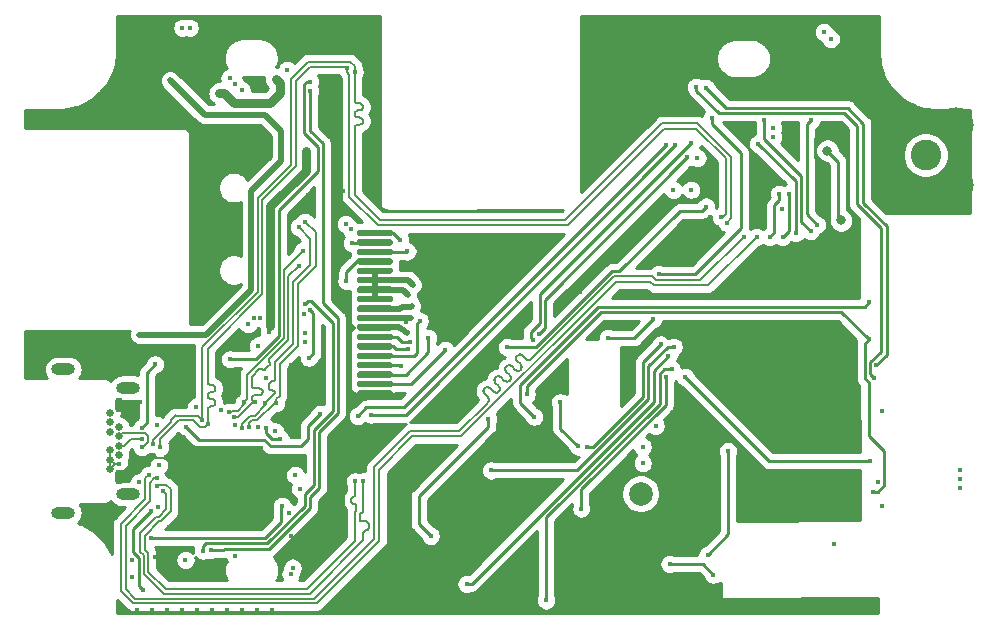
<source format=gbr>
%TF.GenerationSoftware,KiCad,Pcbnew,5.1.8-db9833491~88~ubuntu20.04.1*%
%TF.CreationDate,2020-12-08T22:22:39+01:00*%
%TF.ProjectId,licheepinano_sarau270,6c696368-6565-4706-996e-616e6f5f7361,V1.0*%
%TF.SameCoordinates,Original*%
%TF.FileFunction,Copper,L4,Bot*%
%TF.FilePolarity,Positive*%
%FSLAX46Y46*%
G04 Gerber Fmt 4.6, Leading zero omitted, Abs format (unit mm)*
G04 Created by KiCad (PCBNEW 5.1.8-db9833491~88~ubuntu20.04.1) date 2020-12-08 22:22:39*
%MOMM*%
%LPD*%
G01*
G04 APERTURE LIST*
%TA.AperFunction,ComponentPad*%
%ADD10C,2.000000*%
%TD*%
%TA.AperFunction,ComponentPad*%
%ADD11C,2.600000*%
%TD*%
%TA.AperFunction,ComponentPad*%
%ADD12C,3.000000*%
%TD*%
%TA.AperFunction,ComponentPad*%
%ADD13R,1.200000X1.200000*%
%TD*%
%TA.AperFunction,ComponentPad*%
%ADD14O,0.647700X1.297940*%
%TD*%
%TA.AperFunction,ComponentPad*%
%ADD15C,0.650000*%
%TD*%
%TA.AperFunction,ComponentPad*%
%ADD16O,1.998980X0.998220*%
%TD*%
%TA.AperFunction,ViaPad*%
%ADD17C,0.450000*%
%TD*%
%TA.AperFunction,ViaPad*%
%ADD18C,0.800000*%
%TD*%
%TA.AperFunction,Conductor*%
%ADD19C,0.508000*%
%TD*%
%TA.AperFunction,Conductor*%
%ADD20C,0.254000*%
%TD*%
%TA.AperFunction,Conductor*%
%ADD21C,0.200000*%
%TD*%
%TA.AperFunction,Conductor*%
%ADD22C,0.762000*%
%TD*%
%TA.AperFunction,Conductor*%
%ADD23C,0.127000*%
%TD*%
%TA.AperFunction,Conductor*%
%ADD24C,0.100000*%
%TD*%
G04 APERTURE END LIST*
%TO.P,DIS1,1*%
%TO.N,GND*%
%TA.AperFunction,SMDPad,CuDef*%
G36*
G01*
X130852500Y-105365000D02*
X128127500Y-105365000D01*
G75*
G02*
X127990000Y-105227500I0J137500D01*
G01*
X127990000Y-104952500D01*
G75*
G02*
X128127500Y-104815000I137500J0D01*
G01*
X130852500Y-104815000D01*
G75*
G02*
X130990000Y-104952500I0J-137500D01*
G01*
X130990000Y-105227500D01*
G75*
G02*
X130852500Y-105365000I-137500J0D01*
G01*
G37*
%TD.AperFunction*%
%TO.P,DIS1,2*%
%TO.N,/LicheePi Nano SOM/GPIO_PD19*%
%TA.AperFunction,SMDPad,CuDef*%
G36*
G01*
X130852500Y-104565000D02*
X128127500Y-104565000D01*
G75*
G02*
X127990000Y-104427500I0J137500D01*
G01*
X127990000Y-104152500D01*
G75*
G02*
X128127500Y-104015000I137500J0D01*
G01*
X130852500Y-104015000D01*
G75*
G02*
X130990000Y-104152500I0J-137500D01*
G01*
X130990000Y-104427500D01*
G75*
G02*
X130852500Y-104565000I-137500J0D01*
G01*
G37*
%TD.AperFunction*%
%TO.P,DIS1,4*%
%TO.N,/LCD Module/DC*%
%TA.AperFunction,SMDPad,CuDef*%
G36*
G01*
X130852500Y-102965000D02*
X128127500Y-102965000D01*
G75*
G02*
X127990000Y-102827500I0J137500D01*
G01*
X127990000Y-102552500D01*
G75*
G02*
X128127500Y-102415000I137500J0D01*
G01*
X130852500Y-102415000D01*
G75*
G02*
X130990000Y-102552500I0J-137500D01*
G01*
X130990000Y-102827500D01*
G75*
G02*
X130852500Y-102965000I-137500J0D01*
G01*
G37*
%TD.AperFunction*%
%TO.P,DIS1,3*%
%TO.N,/LCD Module/CLK*%
%TA.AperFunction,SMDPad,CuDef*%
G36*
G01*
X130852500Y-103765000D02*
X128127500Y-103765000D01*
G75*
G02*
X127990000Y-103627500I0J137500D01*
G01*
X127990000Y-103352500D01*
G75*
G02*
X128127500Y-103215000I137500J0D01*
G01*
X130852500Y-103215000D01*
G75*
G02*
X130990000Y-103352500I0J-137500D01*
G01*
X130990000Y-103627500D01*
G75*
G02*
X130852500Y-103765000I-137500J0D01*
G01*
G37*
%TD.AperFunction*%
%TO.P,DIS1,6*%
%TO.N,/LCD Module/MOSI*%
%TA.AperFunction,SMDPad,CuDef*%
G36*
G01*
X130852500Y-101365000D02*
X128127500Y-101365000D01*
G75*
G02*
X127990000Y-101227500I0J137500D01*
G01*
X127990000Y-100952500D01*
G75*
G02*
X128127500Y-100815000I137500J0D01*
G01*
X130852500Y-100815000D01*
G75*
G02*
X130990000Y-100952500I0J-137500D01*
G01*
X130990000Y-101227500D01*
G75*
G02*
X130852500Y-101365000I-137500J0D01*
G01*
G37*
%TD.AperFunction*%
%TO.P,DIS1,8*%
%TO.N,GND*%
%TA.AperFunction,SMDPad,CuDef*%
G36*
G01*
X130852500Y-99765000D02*
X128127500Y-99765000D01*
G75*
G02*
X127990000Y-99627500I0J137500D01*
G01*
X127990000Y-99352500D01*
G75*
G02*
X128127500Y-99215000I137500J0D01*
G01*
X130852500Y-99215000D01*
G75*
G02*
X130990000Y-99352500I0J-137500D01*
G01*
X130990000Y-99627500D01*
G75*
G02*
X130852500Y-99765000I-137500J0D01*
G01*
G37*
%TD.AperFunction*%
%TO.P,DIS1,5*%
%TO.N,/LCD Module/CS*%
%TA.AperFunction,SMDPad,CuDef*%
G36*
G01*
X130852500Y-102165000D02*
X128127500Y-102165000D01*
G75*
G02*
X127990000Y-102027500I0J137500D01*
G01*
X127990000Y-101752500D01*
G75*
G02*
X128127500Y-101615000I137500J0D01*
G01*
X130852500Y-101615000D01*
G75*
G02*
X130990000Y-101752500I0J-137500D01*
G01*
X130990000Y-102027500D01*
G75*
G02*
X130852500Y-102165000I-137500J0D01*
G01*
G37*
%TD.AperFunction*%
%TO.P,DIS1,7*%
%TO.N,/LCD Module/MISO*%
%TA.AperFunction,SMDPad,CuDef*%
G36*
G01*
X130852500Y-100565000D02*
X128127500Y-100565000D01*
G75*
G02*
X127990000Y-100427500I0J137500D01*
G01*
X127990000Y-100152500D01*
G75*
G02*
X128127500Y-100015000I137500J0D01*
G01*
X130852500Y-100015000D01*
G75*
G02*
X130990000Y-100152500I0J-137500D01*
G01*
X130990000Y-100427500D01*
G75*
G02*
X130852500Y-100565000I-137500J0D01*
G01*
G37*
%TD.AperFunction*%
%TO.P,DIS1,10*%
%TO.N,/LCD Module/LED_A*%
%TA.AperFunction,SMDPad,CuDef*%
G36*
G01*
X130852500Y-98165000D02*
X128127500Y-98165000D01*
G75*
G02*
X127990000Y-98027500I0J137500D01*
G01*
X127990000Y-97752500D01*
G75*
G02*
X128127500Y-97615000I137500J0D01*
G01*
X130852500Y-97615000D01*
G75*
G02*
X130990000Y-97752500I0J-137500D01*
G01*
X130990000Y-98027500D01*
G75*
G02*
X130852500Y-98165000I-137500J0D01*
G01*
G37*
%TD.AperFunction*%
%TO.P,DIS1,12*%
%TO.N,/LCD Module/LED_K1*%
%TA.AperFunction,SMDPad,CuDef*%
G36*
G01*
X130852500Y-96565000D02*
X128127500Y-96565000D01*
G75*
G02*
X127990000Y-96427500I0J137500D01*
G01*
X127990000Y-96152500D01*
G75*
G02*
X128127500Y-96015000I137500J0D01*
G01*
X130852500Y-96015000D01*
G75*
G02*
X130990000Y-96152500I0J-137500D01*
G01*
X130990000Y-96427500D01*
G75*
G02*
X130852500Y-96565000I-137500J0D01*
G01*
G37*
%TD.AperFunction*%
%TO.P,DIS1,16*%
%TO.N,/LicheePi Nano SOM/TPY2*%
%TA.AperFunction,SMDPad,CuDef*%
G36*
G01*
X130852500Y-93365000D02*
X128127500Y-93365000D01*
G75*
G02*
X127990000Y-93227500I0J137500D01*
G01*
X127990000Y-92952500D01*
G75*
G02*
X128127500Y-92815000I137500J0D01*
G01*
X130852500Y-92815000D01*
G75*
G02*
X130990000Y-92952500I0J-137500D01*
G01*
X130990000Y-93227500D01*
G75*
G02*
X130852500Y-93365000I-137500J0D01*
G01*
G37*
%TD.AperFunction*%
%TO.P,DIS1,13*%
%TO.N,/LCD Module/LED_K1*%
%TA.AperFunction,SMDPad,CuDef*%
G36*
G01*
X130852500Y-95765000D02*
X128127500Y-95765000D01*
G75*
G02*
X127990000Y-95627500I0J137500D01*
G01*
X127990000Y-95352500D01*
G75*
G02*
X128127500Y-95215000I137500J0D01*
G01*
X130852500Y-95215000D01*
G75*
G02*
X130990000Y-95352500I0J-137500D01*
G01*
X130990000Y-95627500D01*
G75*
G02*
X130852500Y-95765000I-137500J0D01*
G01*
G37*
%TD.AperFunction*%
%TO.P,DIS1,9*%
%TO.N,/LCD Module/POWER_IN_2V8*%
%TA.AperFunction,SMDPad,CuDef*%
G36*
G01*
X130852500Y-98965000D02*
X128127500Y-98965000D01*
G75*
G02*
X127990000Y-98827500I0J137500D01*
G01*
X127990000Y-98552500D01*
G75*
G02*
X128127500Y-98415000I137500J0D01*
G01*
X130852500Y-98415000D01*
G75*
G02*
X130990000Y-98552500I0J-137500D01*
G01*
X130990000Y-98827500D01*
G75*
G02*
X130852500Y-98965000I-137500J0D01*
G01*
G37*
%TD.AperFunction*%
%TO.P,DIS1,11*%
%TO.N,/LCD Module/LED_K1*%
%TA.AperFunction,SMDPad,CuDef*%
G36*
G01*
X130852500Y-97365000D02*
X128127500Y-97365000D01*
G75*
G02*
X127990000Y-97227500I0J137500D01*
G01*
X127990000Y-96952500D01*
G75*
G02*
X128127500Y-96815000I137500J0D01*
G01*
X130852500Y-96815000D01*
G75*
G02*
X130990000Y-96952500I0J-137500D01*
G01*
X130990000Y-97227500D01*
G75*
G02*
X130852500Y-97365000I-137500J0D01*
G01*
G37*
%TD.AperFunction*%
%TO.P,DIS1,15*%
%TO.N,/LicheePi Nano SOM/TPX2*%
%TA.AperFunction,SMDPad,CuDef*%
G36*
G01*
X130852500Y-94165000D02*
X128127500Y-94165000D01*
G75*
G02*
X127990000Y-94027500I0J137500D01*
G01*
X127990000Y-93752500D01*
G75*
G02*
X128127500Y-93615000I137500J0D01*
G01*
X130852500Y-93615000D01*
G75*
G02*
X130990000Y-93752500I0J-137500D01*
G01*
X130990000Y-94027500D01*
G75*
G02*
X130852500Y-94165000I-137500J0D01*
G01*
G37*
%TD.AperFunction*%
%TO.P,DIS1,14*%
%TO.N,/LCD Module/LED_K1*%
%TA.AperFunction,SMDPad,CuDef*%
G36*
G01*
X130852500Y-94965000D02*
X128127500Y-94965000D01*
G75*
G02*
X127990000Y-94827500I0J137500D01*
G01*
X127990000Y-94552500D01*
G75*
G02*
X128127500Y-94415000I137500J0D01*
G01*
X130852500Y-94415000D01*
G75*
G02*
X130990000Y-94552500I0J-137500D01*
G01*
X130990000Y-94827500D01*
G75*
G02*
X130852500Y-94965000I-137500J0D01*
G01*
G37*
%TD.AperFunction*%
%TO.P,DIS1,17*%
%TO.N,/LicheePi Nano SOM/TPX1*%
%TA.AperFunction,SMDPad,CuDef*%
G36*
G01*
X130852500Y-92565000D02*
X128127500Y-92565000D01*
G75*
G02*
X127990000Y-92427500I0J137500D01*
G01*
X127990000Y-92152500D01*
G75*
G02*
X128127500Y-92015000I137500J0D01*
G01*
X130852500Y-92015000D01*
G75*
G02*
X130990000Y-92152500I0J-137500D01*
G01*
X130990000Y-92427500D01*
G75*
G02*
X130852500Y-92565000I-137500J0D01*
G01*
G37*
%TD.AperFunction*%
%TO.P,DIS1,18*%
%TO.N,/LicheePi Nano SOM/TPY1*%
%TA.AperFunction,SMDPad,CuDef*%
G36*
G01*
X130852500Y-91765000D02*
X128127500Y-91765000D01*
G75*
G02*
X127990000Y-91627500I0J137500D01*
G01*
X127990000Y-91352500D01*
G75*
G02*
X128127500Y-91215000I137500J0D01*
G01*
X130852500Y-91215000D01*
G75*
G02*
X130990000Y-91352500I0J-137500D01*
G01*
X130990000Y-91627500D01*
G75*
G02*
X130852500Y-91765000I-137500J0D01*
G01*
G37*
%TD.AperFunction*%
%TD*%
D10*
%TO.P,C27,2*%
%TO.N,GND*%
X149490000Y-113560000D03*
%TO.P,C27,1*%
%TO.N,/Modem 3G/MODEM_POWER_IN*%
X151990000Y-113560000D03*
%TD*%
D11*
%TO.P,P1,1*%
%TO.N,Net-(L5-Pad1)*%
X176130000Y-84890000D03*
D12*
%TO.P,P1,2*%
%TO.N,GND*%
X173590000Y-87430000D03*
X173590000Y-82350000D03*
X178670000Y-87430000D03*
X178670000Y-82350000D03*
%TD*%
D13*
%TO.P,U1,65*%
%TO.N,GND*%
X113450000Y-116110000D03*
X113450000Y-114910000D03*
X113450000Y-113710000D03*
X113450000Y-112510000D03*
X113450000Y-111310000D03*
X113450000Y-110110000D03*
X114650000Y-116110000D03*
X114650000Y-114910000D03*
X114650000Y-113710000D03*
X114650000Y-112510000D03*
X114650000Y-111310000D03*
X114650000Y-110110000D03*
X115850000Y-116110000D03*
X115850000Y-114910000D03*
X115850000Y-113710000D03*
X115850000Y-112510000D03*
X115850000Y-111310000D03*
X115850000Y-110110000D03*
X117050000Y-116110000D03*
X117050000Y-114910000D03*
X117050000Y-113710000D03*
X117050000Y-112510000D03*
X117050000Y-111310000D03*
X117050000Y-110110000D03*
X118250000Y-116110000D03*
X118250000Y-114910000D03*
X118250000Y-113710000D03*
X118250000Y-112510000D03*
X118250000Y-111310000D03*
X118250000Y-110110000D03*
X119450000Y-116110000D03*
X119450000Y-114910000D03*
X119450000Y-113710000D03*
X119450000Y-112510000D03*
X119450000Y-111310000D03*
X119450000Y-110110000D03*
%TD*%
D14*
%TO.P,Con3,B1*%
%TO.N,GND*%
X107804560Y-112148000D03*
D15*
%TO.P,Con3,B2*%
%TO.N,/LicheePi Nano SOM/USB_ID*%
X107103520Y-111497760D03*
%TO.P,Con3,B3*%
X107103520Y-110697660D03*
%TO.P,Con3,B4*%
%TO.N,/LicheePi Nano SOM/POWER_IN_5V0*%
X107804560Y-110298880D03*
%TO.P,Con3,B5*%
%TO.N,/LicheePi Nano SOM/USB_ID*%
X107103520Y-109897560D03*
%TO.P,Con3,B6*%
%TO.N,Net-(Con3-PadA6)*%
X107804560Y-109498780D03*
%TO.P,Con3,B7*%
%TO.N,Net-(Con3-PadA7)*%
X107804560Y-108701220D03*
%TO.P,Con3,B8*%
%TO.N,N/C*%
X107103520Y-108302440D03*
%TO.P,Con3,B9*%
%TO.N,/LicheePi Nano SOM/POWER_IN_5V0*%
X107804560Y-107901120D03*
%TO.P,Con3,B10*%
%TO.N,N/C*%
X107103520Y-107502340D03*
%TO.P,Con3,B11*%
X107103520Y-106702240D03*
D14*
%TO.P,Con3,B12*%
%TO.N,GND*%
X107804560Y-106052000D03*
D16*
%TO.P,Con3,S1*%
%TO.N,Net-(C50-Pad1)*%
X108604660Y-104601660D03*
%TO.P,Con3,S2*%
X108604660Y-113598340D03*
%TO.P,Con3,S3*%
X103105560Y-103026860D03*
%TO.P,Con3,S4*%
X103105560Y-115173140D03*
%TD*%
D17*
%TO.N,GND*%
X179510000Y-85350000D03*
X179510000Y-84280000D03*
X174860000Y-80730000D03*
X176100000Y-81130000D03*
X172290000Y-77100000D03*
X172170000Y-76130000D03*
X147280000Y-73510000D03*
X172390000Y-106540000D03*
X132200000Y-100000000D03*
X161725000Y-79885000D03*
X162190000Y-79420000D03*
X164995000Y-77145000D03*
X179070000Y-113070000D03*
X167120000Y-107920000D03*
X131669774Y-99615718D03*
X157150000Y-87400000D03*
X122350000Y-102700000D03*
X109940000Y-102020000D03*
X125895000Y-109815000D03*
X112050000Y-118970000D03*
X131450000Y-105090000D03*
X123492400Y-105096938D03*
X115800000Y-119480000D03*
X123113909Y-116896655D03*
X108930010Y-119218508D03*
X110834041Y-118928674D03*
X109604988Y-105822940D03*
X126809990Y-87961557D03*
X120110000Y-78650000D03*
X123500058Y-98393060D03*
X107020000Y-116950000D03*
X108188740Y-111727161D03*
X123097791Y-108766514D03*
X146830000Y-96480000D03*
X165600000Y-102720000D03*
X160910000Y-100500000D03*
X166050000Y-95500000D03*
X163940000Y-95490000D03*
X161860000Y-95500000D03*
X159760000Y-95490000D03*
X122830000Y-74140000D03*
X115790000Y-85180000D03*
X115200000Y-93200000D03*
X135550000Y-106730000D03*
X134840000Y-110950000D03*
X108040000Y-123430000D03*
X108930000Y-120650000D03*
X144890000Y-97890000D03*
X141940000Y-99750000D03*
X143040000Y-93880000D03*
X147740000Y-94630000D03*
X127250000Y-102400000D03*
X117400000Y-100740000D03*
X162280000Y-88210000D03*
X156420000Y-91100000D03*
X153890000Y-92950000D03*
X150460000Y-105180000D03*
X116483630Y-106466637D03*
X167750000Y-79520000D03*
X111030000Y-73870000D03*
X165120000Y-83200000D03*
X167240000Y-86150000D03*
X168400000Y-117830000D03*
X122400034Y-117160628D03*
X147750000Y-100220000D03*
X120240000Y-103740000D03*
X123850000Y-88260000D03*
X166050000Y-114220000D03*
X163970000Y-114220000D03*
X161870000Y-114220000D03*
X157660000Y-114210000D03*
X157630000Y-112420000D03*
X157680000Y-110610000D03*
X157680000Y-108840000D03*
X157680000Y-107040000D03*
X157680000Y-102760000D03*
X157670000Y-100930000D03*
X157650000Y-99070000D03*
X168180000Y-114230000D03*
X179070000Y-112290000D03*
X179070000Y-111540000D03*
X134480000Y-123430000D03*
X135750000Y-123430000D03*
X137020000Y-123430000D03*
X139510000Y-123430000D03*
X142050000Y-123430000D03*
X144590000Y-123430000D03*
X147420000Y-123430000D03*
X148690000Y-123430000D03*
X149960000Y-123430000D03*
X151230000Y-123430000D03*
X152500000Y-123430000D03*
X153770000Y-123430000D03*
X155040000Y-123430000D03*
X157580000Y-123430000D03*
X158850000Y-123430000D03*
X160120000Y-123430000D03*
X161390000Y-123430000D03*
X162660000Y-123430000D03*
X163930000Y-123430000D03*
X165200000Y-123430000D03*
X166470000Y-123430000D03*
X167740000Y-123430000D03*
X169010000Y-123430000D03*
X170280000Y-123430000D03*
X171550000Y-123430000D03*
X109310000Y-123430000D03*
X110580000Y-123430000D03*
X111850000Y-123430000D03*
X113120000Y-123430000D03*
X114390000Y-123430000D03*
X115660000Y-123430000D03*
X116930000Y-123430000D03*
X118200000Y-123430000D03*
X119470000Y-123430000D03*
X120740000Y-123430000D03*
X148550000Y-73510000D03*
X149820000Y-73510000D03*
X151090000Y-73510000D03*
X152360000Y-73510000D03*
X153630000Y-73510000D03*
X154900000Y-73510000D03*
X156170000Y-73510000D03*
X157440000Y-73510000D03*
X158710000Y-73510000D03*
X159980000Y-73510000D03*
X161250000Y-73510000D03*
X162520000Y-73510000D03*
X163790000Y-73510000D03*
X168870000Y-73510000D03*
X170140000Y-73510000D03*
X171410000Y-73510000D03*
X173890000Y-80030000D03*
X173260000Y-79380000D03*
X172780000Y-78690000D03*
X172470000Y-77920000D03*
X172110000Y-75180000D03*
X172100000Y-74260000D03*
X135750000Y-115090000D03*
X133648000Y-121852000D03*
%TO.N,Net-(C12-Pad1)*%
X121640000Y-114605002D03*
X110557838Y-117302839D03*
%TO.N,Net-(C13-Pad1)*%
X124860000Y-106820000D03*
X113502514Y-107891402D03*
%TO.N,/GPS Module/GPS_V_BCKP*%
X172390000Y-114570000D03*
X163190000Y-83340000D03*
X163190000Y-82570000D03*
%TO.N,Net-(Q1-Pad1)*%
X158150000Y-120420000D03*
X154440000Y-119530000D03*
%TO.N,Net-(R1-Pad1)*%
X121495748Y-108912819D03*
X120299010Y-107969512D03*
D18*
%TO.N,Net-(R21-Pad2)*%
X167800000Y-84520000D03*
X168960000Y-90430000D03*
D17*
%TO.N,/Modem 3G/VSIM*%
X143990000Y-122600000D03*
X154606697Y-103029527D03*
%TO.N,/Modem 3G/SIM_RST*%
X146970000Y-114820000D03*
X154150000Y-103690000D03*
%TO.N,/Modem 3G/SIM_CLK*%
X137260000Y-121200000D03*
X154338677Y-101925523D03*
%TO.N,/Modem 3G/SIM_IO*%
X139330000Y-111600000D03*
X154786994Y-101128732D03*
%TO.N,/GPS Module/1V8*%
X163977990Y-89500000D03*
%TO.N,Net-(Modem1-Pad16)*%
X159390000Y-109960000D03*
X157660000Y-118750000D03*
%TO.N,/Modem 3G/SIM_DET*%
X171380990Y-110819990D03*
X155752034Y-103707690D03*
%TO.N,/GPS Module/POWER_IN_1V8*%
X172080000Y-112580000D03*
X168090000Y-75070000D03*
X167510000Y-74490000D03*
%TO.N,/Logic Voltage Shifter/SIG3_LOW_PART*%
X171720000Y-103750000D03*
X156680000Y-79120000D03*
%TO.N,/Logic Voltage Shifter/SIG4_LOW_PART*%
X157510000Y-79200000D03*
X171960000Y-102680000D03*
%TO.N,/GPS Module/GNSS_ENABLE*%
X166420000Y-81906021D03*
X166920000Y-90780000D03*
%TO.N,/Logic Voltage Shifter/SIG2_LOW_PART*%
X166400000Y-91310000D03*
X162476584Y-81906021D03*
%TO.N,/GPS Module/GPS_EXTINT*%
X165120000Y-91500000D03*
X161930000Y-83940000D03*
%TO.N,/Modem 3G/GPS_I2C_1V8_SDA*%
X164010000Y-91820000D03*
X164530000Y-88190000D03*
%TO.N,/Modem 3G/GPS_I2C_1V8_SCL*%
X162910000Y-91820000D03*
X163730000Y-88180000D03*
%TO.N,/Ethernet Connector Module/SHIELD1*%
X112170000Y-78580000D03*
X109560000Y-100090000D03*
%TO.N,/USB Hub Module/ETHERNET_RXN*%
X120230000Y-105860000D03*
X123048025Y-91007488D03*
X118225368Y-107994586D03*
%TO.N,/USB Hub Module/ETHERNET_RXP*%
X121140000Y-105870000D03*
X123573035Y-90553302D03*
X118870856Y-107918032D03*
%TO.N,/USB Hub Module/ETHERNET_TXN*%
X118410000Y-105840000D03*
X123397987Y-93028283D03*
X117104877Y-106657862D03*
%TO.N,/USB Hub Module/ETHERNET_TXP*%
X119320000Y-105840000D03*
X123096344Y-94249630D03*
X117593478Y-107086563D03*
%TO.N,Net-(C48-Pad1)*%
X123910000Y-102050000D03*
X124010010Y-97989992D03*
%TO.N,Net-(R8-Pad2)*%
X114930000Y-118380000D03*
X123570989Y-97509531D03*
%TO.N,Net-(R9-Pad2)*%
X115579625Y-118357567D03*
X124024986Y-79440000D03*
%TO.N,3V3*%
X156280000Y-87830000D03*
X154770000Y-87850000D03*
X127470000Y-91190000D03*
X127020000Y-90740000D03*
X122740000Y-112000000D03*
X122520000Y-119820000D03*
X122350000Y-120390000D03*
X113455000Y-119195000D03*
X117677783Y-118802010D03*
X119230000Y-98730000D03*
X111124442Y-114664442D03*
X119760000Y-98670000D03*
X118770000Y-99220000D03*
X123159984Y-113170000D03*
X122075754Y-77690772D03*
X122195141Y-115162130D03*
X153254773Y-107855889D03*
%TO.N,/Ethernet Connector Module/POWER_IN_3V3*%
X121016659Y-108291490D03*
X111020000Y-107770000D03*
X119608356Y-101029875D03*
X111191725Y-111170781D03*
X114362778Y-106230000D03*
X117628509Y-107737148D03*
X109479978Y-112617812D03*
X119561304Y-107879128D03*
%TO.N,/LicheePi Nano SOM/POWER_IN_5V0*%
X123660000Y-84510000D03*
X113190000Y-74130000D03*
X113810000Y-74130000D03*
X123741999Y-85126401D03*
X120640000Y-99360000D03*
X120524468Y-99904870D03*
%TO.N,Net-(Con3-PadA6)*%
X109768510Y-108947008D03*
%TO.N,Net-(Con3-PadA7)*%
X109768510Y-109602630D03*
%TO.N,/LCD Module/CLK*%
X134000000Y-100390000D03*
%TO.N,/LCD Module/MOSI*%
X132257883Y-101337990D03*
%TO.N,/LCD Module/CS*%
X133280000Y-98910000D03*
%TO.N,/LCD Module/MISO*%
X132478377Y-100726519D03*
%TO.N,/LCD Module/LED_A*%
X131790000Y-97750000D03*
X132610000Y-97670000D03*
%TO.N,/LCD Module/LED_K1*%
X132280000Y-96710000D03*
X132680000Y-95870000D03*
%TO.N,/LicheePi Nano SOM/TPY2*%
X132250000Y-93060000D03*
%TO.N,/LicheePi Nano SOM/TPX2*%
X127080000Y-95580000D03*
%TO.N,/LicheePi Nano SOM/TPX1*%
X127530000Y-92330000D03*
%TO.N,/LicheePi Nano SOM/TPY1*%
X131630000Y-92057010D03*
%TO.N,/LicheePi Nano SOM/USB_D_N*%
X115337788Y-107689604D03*
X127120000Y-77500000D03*
X158782512Y-90122512D03*
X111305596Y-109624758D03*
%TO.N,/LicheePi Nano SOM/USB_D_P*%
X114812778Y-107299421D03*
X159277488Y-90617488D03*
X110709753Y-109364978D03*
X127783273Y-77831711D03*
%TO.N,/Logic Voltage Shifter/SIG3_HIGH_PART*%
X155960000Y-85100000D03*
X145170000Y-105830000D03*
X146680000Y-109570000D03*
X143373435Y-100043820D03*
%TO.N,/Logic Voltage Shifter/SIG2_HIGH_PART*%
X129160000Y-106870000D03*
X154880000Y-84080000D03*
%TO.N,/Logic Voltage Shifter/SIG4_HIGH_PART*%
X156800000Y-85150000D03*
X156255008Y-83900023D03*
X142897990Y-100572373D03*
%TO.N,/Logic Voltage Shifter/SIG1_HIGH_PART*%
X128040000Y-106990000D03*
X154124136Y-84055202D03*
%TO.N,/LicheePi Nano SOM/GPIO_PD11*%
X109820000Y-121750000D03*
X110554311Y-115017590D03*
%TO.N,/LicheePi Nano SOM/GPIO_PD1*%
X142970000Y-107040000D03*
X171313979Y-97370136D03*
%TO.N,/LCD Module/POWER_IN_2V8*%
X132089142Y-98994192D03*
X123600010Y-99980000D03*
X123600010Y-100748405D03*
X132570000Y-98650000D03*
%TO.N,Net-(C56-Pad1)*%
X116960000Y-79910000D03*
X116325000Y-79665000D03*
X121440000Y-79670000D03*
X121130000Y-78480000D03*
%TO.N,/LicheePi Nano SOM/USB_ID*%
X109760000Y-107970000D03*
X117240000Y-102190000D03*
X110900000Y-102620000D03*
X124024988Y-78669987D03*
X107832438Y-111074549D03*
%TO.N,/LicheePi Nano SOM/GPIO_PD19*%
X135440000Y-101410000D03*
X149210000Y-100400000D03*
X153060000Y-98810000D03*
%TO.N,/LCD Module/DC*%
X131740000Y-102730000D03*
%TO.N,/LicheePi Nano SOM/GPIO_PD0*%
X171660000Y-113410000D03*
X142340000Y-105140000D03*
X171313979Y-100510000D03*
%TO.N,/LicheePi Nano SOM/GPIO_PD5*%
X147440000Y-109610000D03*
X158050000Y-81730000D03*
X153520000Y-94970000D03*
X153682985Y-100930000D03*
%TO.N,/UBlox WiFi Lily W132/ENABLE*%
X134220000Y-117130000D03*
X139090000Y-107220000D03*
%TO.N,/LicheePi Nano SOM/GPIO_PD9*%
X140690000Y-101160000D03*
X157538416Y-89258110D03*
%TO.N,/Modem 3G/MODEM_POWER_IN*%
X152170000Y-109610000D03*
X152170000Y-110970000D03*
X117190000Y-78390000D03*
X117690000Y-78890000D03*
X118200000Y-79400000D03*
%TO.N,/USB Hub Module/USB_D5_OUT_N*%
X127810000Y-112520000D03*
X111019567Y-112922011D03*
%TO.N,/USB Hub Module/USB_D5_OUT_P*%
X128510000Y-112520000D03*
X111576384Y-113345218D03*
%TO.N,/USB Hub Module/USB_D4_OUT_N*%
X161810000Y-91820000D03*
X110338088Y-111984778D03*
%TO.N,/USB Hub Module/USB_D4_OUT_P*%
X160710000Y-91810000D03*
X111023481Y-112272011D03*
%TD*%
D19*
%TO.N,GND*%
X129490000Y-99490000D02*
X131544056Y-99490000D01*
X132200000Y-100000000D02*
X131815718Y-99615718D01*
X131544056Y-99490000D02*
X131669774Y-99615718D01*
X131815718Y-99615718D02*
X131669774Y-99615718D01*
D20*
X119450000Y-110110000D02*
X119450000Y-116110000D01*
X119450000Y-116110000D02*
X113450000Y-116110000D01*
X113450000Y-116110000D02*
X113450000Y-110110000D01*
X113450000Y-110110000D02*
X119450000Y-110110000D01*
X118250000Y-110110000D02*
X118250000Y-116110000D01*
X118250000Y-116110000D02*
X114650000Y-116110000D01*
X114650000Y-110110000D02*
X114650000Y-116110000D01*
X114650000Y-116110000D02*
X115850000Y-116110000D01*
X115850000Y-116110000D02*
X115850000Y-110110000D01*
X117050000Y-110110000D02*
X117050000Y-116110000D01*
X129490000Y-105090000D02*
X131450000Y-105090000D01*
D21*
X113450000Y-110110000D02*
X113030000Y-110530000D01*
X113030000Y-110530000D02*
X109385901Y-110530000D01*
X109385901Y-110530000D02*
X108188740Y-111727161D01*
D20*
X167240000Y-86150000D02*
X167240000Y-85590000D01*
X167240000Y-85590000D02*
X166780000Y-85130000D01*
X166780000Y-85130000D02*
X166780000Y-83430000D01*
X166780000Y-83430000D02*
X167950000Y-82260000D01*
%TO.N,Net-(C12-Pad1)*%
X121530000Y-115965864D02*
X120193025Y-117302839D01*
X121530000Y-114715002D02*
X121530000Y-115965864D01*
X120193025Y-117302839D02*
X110557838Y-117302839D01*
X121640000Y-114605002D02*
X121530000Y-114715002D01*
%TO.N,Net-(C13-Pad1)*%
X114611112Y-109000000D02*
X113502514Y-107891402D01*
X120100000Y-109000000D02*
X114611112Y-109000000D01*
X120670000Y-109570000D02*
X120100000Y-109000000D01*
X123250000Y-109570000D02*
X120670000Y-109570000D01*
X123860000Y-108960000D02*
X123250000Y-109570000D01*
X123860000Y-107820000D02*
X123860000Y-108960000D01*
X124860000Y-106820000D02*
X123860000Y-107820000D01*
%TO.N,Net-(Q1-Pad1)*%
X157260000Y-119530000D02*
X154440000Y-119530000D01*
X158150000Y-120420000D02*
X157260000Y-119530000D01*
%TO.N,Net-(R1-Pad1)*%
X121495748Y-108912819D02*
X120752819Y-108912819D01*
X120299010Y-108459010D02*
X120299010Y-107969512D01*
X120752819Y-108912819D02*
X120299010Y-108459010D01*
%TO.N,Net-(R21-Pad2)*%
X168740000Y-90210000D02*
X168960000Y-90430000D01*
X168740000Y-85460000D02*
X168740000Y-90210000D01*
X167800000Y-84520000D02*
X168740000Y-85460000D01*
%TO.N,/Modem 3G/VSIM*%
X153597998Y-105929934D02*
X153597998Y-103443804D01*
X143990000Y-122600000D02*
X143990000Y-115537932D01*
X143990000Y-115537932D02*
X153597998Y-105929934D01*
X154012275Y-103029527D02*
X154606697Y-103029527D01*
X153597998Y-103443804D02*
X154012275Y-103029527D01*
%TO.N,/Modem 3G/SIM_RST*%
X146970000Y-114820000D02*
X146970000Y-113200000D01*
X146970000Y-113200000D02*
X154150000Y-106020000D01*
X154150000Y-106020000D02*
X154150000Y-103690000D01*
%TO.N,/Modem 3G/SIM_CLK*%
X137685864Y-121200000D02*
X153108022Y-105777842D01*
X137260000Y-121200000D02*
X137685864Y-121200000D01*
X153108022Y-103156178D02*
X154338677Y-101925523D01*
X153108022Y-105777842D02*
X153108022Y-103156178D01*
%TO.N,/Modem 3G/SIM_IO*%
X154313669Y-101128732D02*
X154786994Y-101128732D01*
X152654011Y-102788390D02*
X154313669Y-101128732D01*
X152654011Y-105589785D02*
X152654011Y-102788390D01*
X146643796Y-111600000D02*
X152654011Y-105589785D01*
X139330000Y-111600000D02*
X146643796Y-111600000D01*
%TO.N,Net-(Modem1-Pad16)*%
X159390000Y-117020000D02*
X157660000Y-118750000D01*
X159390000Y-109960000D02*
X159390000Y-117020000D01*
%TO.N,/Modem 3G/SIM_DET*%
X171380990Y-110819990D02*
X162864334Y-110819990D01*
X162864334Y-110819990D02*
X155752034Y-103707690D01*
%TO.N,/Logic Voltage Shifter/SIG3_LOW_PART*%
X158595813Y-81354011D02*
X156680000Y-79438198D01*
X169244011Y-81354011D02*
X158595813Y-81354011D01*
X170300000Y-82410000D02*
X169244011Y-81354011D01*
X171407998Y-102445038D02*
X172320000Y-101533036D01*
X156680000Y-79438198D02*
X156680000Y-79120000D01*
X170300000Y-89030000D02*
X170300000Y-82410000D01*
X171720000Y-103750000D02*
X171407998Y-103437998D01*
X171407998Y-103437998D02*
X171407998Y-102445038D01*
X172320000Y-101533036D02*
X172320000Y-91050000D01*
X172320000Y-91050000D02*
X170300000Y-89030000D01*
%TO.N,/Logic Voltage Shifter/SIG4_LOW_PART*%
X172810000Y-101830000D02*
X171960000Y-102680000D01*
X170840000Y-88927932D02*
X172810000Y-90897932D01*
X170840000Y-82230000D02*
X170840000Y-88927932D01*
X169510000Y-80900000D02*
X170840000Y-82230000D01*
X159210000Y-80900000D02*
X169510000Y-80900000D01*
X157510000Y-79200000D02*
X159210000Y-80900000D01*
X172810000Y-90897932D02*
X172810000Y-101830000D01*
%TO.N,/GPS Module/GNSS_ENABLE*%
X166065989Y-89925989D02*
X166920000Y-90780000D01*
X166420000Y-81906021D02*
X166065989Y-82260032D01*
X166065989Y-82260032D02*
X166065989Y-89925989D01*
%TO.N,/Logic Voltage Shifter/SIG2_LOW_PART*%
X165611979Y-86691979D02*
X162476584Y-83556584D01*
X162476584Y-83556584D02*
X162476584Y-81906021D01*
X165611979Y-90521979D02*
X165611979Y-86691979D01*
X166400000Y-91310000D02*
X165611979Y-90521979D01*
%TO.N,/GPS Module/GPS_EXTINT*%
X165120000Y-91500000D02*
X165120000Y-87130000D01*
X165120000Y-87130000D02*
X161930000Y-83940000D01*
%TO.N,/Modem 3G/GPS_I2C_1V8_SDA*%
X164530000Y-91300000D02*
X164010000Y-91820000D01*
X164530000Y-88190000D02*
X164530000Y-91300000D01*
%TO.N,/Modem 3G/GPS_I2C_1V8_SCL*%
X163730000Y-88180000D02*
X163730000Y-88720000D01*
X163730000Y-88720000D02*
X163310000Y-89140000D01*
X163310000Y-91420000D02*
X162910000Y-91820000D01*
X163310000Y-89140000D02*
X163310000Y-91420000D01*
D19*
%TO.N,/Ethernet Connector Module/SHIELD1*%
X115193809Y-100090000D02*
X109878198Y-100090000D01*
X119004967Y-96278842D02*
X115193809Y-100090000D01*
X119004967Y-87955033D02*
X119004967Y-96278842D01*
X121550000Y-85410000D02*
X119004967Y-87955033D01*
X109878198Y-100090000D02*
X109560000Y-100090000D01*
X121550000Y-82880000D02*
X121550000Y-85410000D01*
X120150000Y-81480000D02*
X121550000Y-82880000D01*
X115070000Y-81480000D02*
X120150000Y-81480000D01*
X112170000Y-78580000D02*
X115070000Y-81480000D01*
D21*
%TO.N,/USB Hub Module/ETHERNET_RXN*%
X118225368Y-107676388D02*
X118225368Y-107994586D01*
X119365000Y-106955000D02*
X118946756Y-106955000D01*
X120230000Y-105860000D02*
X120230000Y-106090000D01*
X118946756Y-106955000D02*
X118225368Y-107676388D01*
X120230000Y-106090000D02*
X119365000Y-106955000D01*
X124015000Y-91974463D02*
X123048025Y-91007488D01*
X124015000Y-94199300D02*
X124015000Y-91974463D01*
X122575044Y-95639256D02*
X124015000Y-94199300D01*
X122575044Y-100869256D02*
X122575044Y-95639256D01*
X120554747Y-104668481D02*
X120536258Y-104615641D01*
X120584532Y-104715883D02*
X120554747Y-104668481D01*
X120975447Y-103965883D02*
X121005232Y-103918481D01*
X120724359Y-104803742D02*
X120671519Y-104785253D01*
X120935862Y-104864553D02*
X120888460Y-104834768D01*
X120584532Y-104154138D02*
X120624117Y-104114553D01*
X120975447Y-104904138D02*
X120935862Y-104864553D01*
X120536258Y-104254380D02*
X120554747Y-104201540D01*
X120671519Y-104785253D02*
X120624117Y-104755468D01*
X121023721Y-103865641D02*
X121029989Y-103810011D01*
X121023721Y-105004380D02*
X121005232Y-104951540D01*
X120230000Y-105860000D02*
X121029989Y-105060011D01*
X120624117Y-104755468D02*
X120584532Y-104715883D01*
X121029989Y-105060011D02*
X121023721Y-105004380D01*
X121029989Y-102414311D02*
X122575044Y-100869256D01*
X120835620Y-104053742D02*
X120888460Y-104035253D01*
X120536258Y-104615641D02*
X120529989Y-104560011D01*
X120554747Y-104201540D02*
X120584532Y-104154138D01*
X120529989Y-104310011D02*
X120536258Y-104254380D01*
X120624117Y-104114553D02*
X120671519Y-104084768D01*
X120835620Y-104816279D02*
X120724359Y-104803742D01*
X121029989Y-103810011D02*
X121029989Y-102414311D01*
X120888460Y-104834768D02*
X120835620Y-104816279D01*
X121005232Y-104951540D02*
X120975447Y-104904138D01*
X120671519Y-104084768D02*
X120724359Y-104066279D01*
X120724359Y-104066279D02*
X120835620Y-104053742D01*
X120529989Y-104560011D02*
X120529989Y-104310011D01*
X120888460Y-104035253D02*
X120935862Y-104005468D01*
X120935862Y-104005468D02*
X120975447Y-103965883D01*
X121005232Y-103918481D02*
X121023721Y-103865641D01*
%TO.N,/USB Hub Module/ETHERNET_RXP*%
X124465000Y-91445267D02*
X123573035Y-90553302D01*
X122975055Y-101034945D02*
X122975055Y-97979490D01*
X123000088Y-97954457D02*
X123000088Y-95779912D01*
X121430000Y-102580000D02*
X122975055Y-101034945D01*
X124465000Y-94315000D02*
X124465000Y-91445267D01*
X122975055Y-97979490D02*
X123000088Y-97954457D01*
X121430000Y-105260000D02*
X121430000Y-102580000D01*
X121140000Y-105550000D02*
X121430000Y-105260000D01*
X123000088Y-95779912D02*
X124465000Y-94315000D01*
X121140000Y-105870000D02*
X121140000Y-105550000D01*
X118870856Y-107599834D02*
X118870856Y-107918032D01*
X119530689Y-107355011D02*
X119115679Y-107355011D01*
X119115679Y-107355011D02*
X118870856Y-107599834D01*
X121015700Y-105870000D02*
X119530689Y-107355011D01*
X121140000Y-105870000D02*
X121015700Y-105870000D01*
%TO.N,/USB Hub Module/ETHERNET_TXN*%
X121775022Y-94651248D02*
X123397987Y-93028283D01*
X121775022Y-100408862D02*
X121775022Y-94651248D01*
X119556873Y-102617011D02*
X119566874Y-102617010D01*
X118690000Y-103483884D02*
X119556873Y-102617011D01*
X119566874Y-102617010D02*
X121775022Y-100408862D01*
X118690000Y-105560000D02*
X118690000Y-103483884D01*
X118410000Y-105840000D02*
X118690000Y-105560000D01*
X117268843Y-106657862D02*
X117396705Y-106530000D01*
X117104877Y-106657862D02*
X117268843Y-106657862D01*
X117396705Y-106530000D02*
X117870000Y-106530000D01*
X118410000Y-105990000D02*
X118410000Y-105840000D01*
X117870000Y-106530000D02*
X118410000Y-105990000D01*
%TO.N,/USB Hub Module/ETHERNET_TXP*%
X117933437Y-107086563D02*
X117593478Y-107086563D01*
X119180000Y-105840000D02*
X117933437Y-107086563D01*
X119320000Y-105840000D02*
X119180000Y-105840000D01*
X123060370Y-94249630D02*
X123096344Y-94249630D01*
X122175033Y-95134967D02*
X123060370Y-94249630D01*
X120545734Y-102203848D02*
X122175033Y-100574551D01*
X120521300Y-102234486D02*
X120545734Y-102203848D01*
X120504298Y-102269793D02*
X120521300Y-102234486D01*
X119193540Y-104595003D02*
X119149996Y-104551459D01*
X119303806Y-104648105D02*
X119245681Y-104627766D01*
X119834318Y-104682233D02*
X119776193Y-104661894D01*
X119320000Y-105840000D02*
X119090000Y-105610000D01*
X119834318Y-105177766D02*
X119886459Y-105145003D01*
X119365000Y-104655000D02*
X119303806Y-104648105D01*
X120595890Y-102555486D02*
X120587169Y-102517281D01*
X120495578Y-102307998D02*
X120504298Y-102269793D01*
X119886459Y-104714996D02*
X119834318Y-104682233D01*
X119776193Y-105198105D02*
X119834318Y-105177766D01*
X119983105Y-104868806D02*
X119962766Y-104810681D01*
X119096894Y-104441193D02*
X119090000Y-104380000D01*
X119983105Y-104991193D02*
X119990000Y-104930000D01*
X119117233Y-105360681D02*
X119149996Y-105308540D01*
X120521300Y-102420697D02*
X120504298Y-102385391D01*
X119962766Y-105049318D02*
X119983105Y-104991193D01*
X120570167Y-102668185D02*
X120587169Y-102632879D01*
X119990000Y-104930000D02*
X119983105Y-104868806D01*
X119149996Y-105308540D02*
X119193540Y-105264996D01*
X119886459Y-105145003D02*
X119930003Y-105101459D01*
X120587169Y-102632879D02*
X120595890Y-102594674D01*
X119776193Y-104661894D02*
X119715000Y-104655000D01*
X120045993Y-103058457D02*
X120084198Y-103067177D01*
X119090000Y-105480000D02*
X119096894Y-105418806D01*
X119303806Y-105211894D02*
X119365000Y-105205000D01*
X119245681Y-104627766D02*
X119193540Y-104595003D01*
X119096894Y-105418806D02*
X119117233Y-105360681D01*
X119245681Y-105232233D02*
X119303806Y-105211894D01*
X122175033Y-100574551D02*
X122175033Y-95134967D01*
X119090000Y-105610000D02*
X119090000Y-105480000D01*
X119193540Y-105264996D02*
X119245681Y-105232233D01*
X119962766Y-104810681D02*
X119930003Y-104758540D01*
X119715000Y-105205000D02*
X119776193Y-105198105D01*
X119090000Y-104380000D02*
X119090000Y-103649584D01*
X120545734Y-102698823D02*
X120570167Y-102668185D01*
X119930003Y-104758540D02*
X119886459Y-104714996D01*
X119090000Y-103649584D02*
X119722562Y-103017022D01*
X119732562Y-103017022D02*
X119763200Y-102992588D01*
X120196898Y-103041455D02*
X120227536Y-103017022D01*
X119365000Y-105205000D02*
X119715000Y-105205000D01*
X119763200Y-102992588D02*
X119798506Y-102975586D01*
X119715000Y-104655000D02*
X119365000Y-104655000D01*
X119149996Y-104551459D02*
X119117233Y-104499318D01*
X119914104Y-102975586D02*
X119949411Y-102992588D01*
X119798506Y-102975586D02*
X119836711Y-102966866D01*
X120227536Y-103017022D02*
X120545734Y-102698823D01*
X119836711Y-102966866D02*
X119875899Y-102966866D01*
X120570167Y-102481974D02*
X120521300Y-102420697D01*
X119875899Y-102966866D02*
X119914104Y-102975586D01*
X120123386Y-103067177D02*
X120161591Y-103058457D01*
X119930003Y-105101459D02*
X119962766Y-105049318D01*
X119949411Y-102992588D02*
X120010687Y-103041455D01*
X120010687Y-103041455D02*
X120045993Y-103058457D01*
X120084198Y-103067177D02*
X120123386Y-103067177D01*
X120161591Y-103058457D02*
X120196898Y-103041455D01*
X120595890Y-102594674D02*
X120595890Y-102555486D01*
X119722562Y-103017022D02*
X119732562Y-103017022D01*
X120587169Y-102517281D02*
X120570167Y-102481974D01*
X120504298Y-102385391D02*
X120495578Y-102347186D01*
X119117233Y-104499318D02*
X119096894Y-104441193D01*
X120495578Y-102347186D02*
X120495578Y-102307998D01*
D20*
%TO.N,Net-(C48-Pad1)*%
X124270000Y-98249982D02*
X124010010Y-97989992D01*
X123910000Y-102050000D02*
X124270000Y-101690000D01*
X124270000Y-101690000D02*
X124270000Y-98249982D01*
%TO.N,Net-(R8-Pad2)*%
X123555989Y-114581943D02*
X123555989Y-113631943D01*
X114930000Y-118380000D02*
X114930000Y-118020000D01*
X114930000Y-118020000D02*
X115180000Y-117770000D01*
X124131962Y-97300000D02*
X124116494Y-97284532D01*
X120367932Y-117770000D02*
X123555989Y-114581943D01*
X125920000Y-99080000D02*
X124140000Y-97300000D01*
X123555989Y-113631943D02*
X124330000Y-112857932D01*
X124330000Y-112857932D02*
X124330000Y-108166964D01*
X124330000Y-108166964D02*
X125920000Y-106576964D01*
X125920000Y-106576964D02*
X125920000Y-99080000D01*
X124116494Y-97284532D02*
X123795988Y-97284532D01*
X115180000Y-117770000D02*
X120367932Y-117770000D01*
X123795988Y-97284532D02*
X123570989Y-97509531D01*
X124140000Y-97300000D02*
X124131962Y-97300000D01*
%TO.N,Net-(R9-Pad2)*%
X124024986Y-82824986D02*
X124024986Y-79440000D01*
X126374010Y-98724010D02*
X125100000Y-97450000D01*
X124784011Y-108355021D02*
X126374011Y-106765021D01*
X125100000Y-97450000D02*
X125100000Y-83900000D01*
X124784011Y-113078057D02*
X124784011Y-108355021D01*
X124010000Y-113852068D02*
X124784011Y-113078057D01*
X125100000Y-83900000D02*
X124024986Y-82824986D01*
X126374011Y-106765021D02*
X126374010Y-98724010D01*
X124010000Y-114770000D02*
X124010000Y-113852068D01*
X116760000Y-118250000D02*
X120530000Y-118250000D01*
X120530000Y-118250000D02*
X124010000Y-114770000D01*
X116652433Y-118357567D02*
X116760000Y-118250000D01*
X115579625Y-118357567D02*
X116652433Y-118357567D01*
D22*
%TO.N,/LicheePi Nano SOM/POWER_IN_5V0*%
X123660000Y-84510000D02*
X123660000Y-86228722D01*
X123660000Y-86228722D02*
X120640000Y-89248722D01*
X120640000Y-89248722D02*
X120640000Y-99360000D01*
D23*
%TO.N,Net-(Con3-PadA6)*%
X108264179Y-109498780D02*
X108815951Y-108947008D01*
X107804560Y-109498780D02*
X108264179Y-109498780D01*
X108815951Y-108947008D02*
X109768510Y-108947008D01*
%TO.N,Net-(Con3-PadA7)*%
X109835872Y-109602630D02*
X109768510Y-109602630D01*
X108047274Y-108458506D02*
X110002992Y-108458506D01*
X107804560Y-108701220D02*
X108047274Y-108458506D01*
X110257012Y-109181490D02*
X109835872Y-109602630D01*
X110257012Y-108712526D02*
X110257012Y-109181490D01*
X110002992Y-108458506D02*
X110257012Y-108712526D01*
D20*
%TO.N,/LCD Module/CLK*%
X132108198Y-103490000D02*
X134000000Y-101598198D01*
X129490000Y-103490000D02*
X132108198Y-103490000D01*
X134000000Y-101598198D02*
X134000000Y-100390000D01*
%TO.N,/LCD Module/MOSI*%
X129490000Y-101090000D02*
X130990000Y-101090000D01*
X131237990Y-101337990D02*
X132257883Y-101337990D01*
X130990000Y-101090000D02*
X131237990Y-101337990D01*
%TO.N,/LCD Module/CS*%
X133055001Y-101634999D02*
X133055001Y-99134999D01*
X132800000Y-101890000D02*
X133055001Y-101634999D01*
X133055001Y-99134999D02*
X133280000Y-98910000D01*
X129490000Y-101890000D02*
X132800000Y-101890000D01*
%TO.N,/LCD Module/MISO*%
X131362068Y-100290000D02*
X131798587Y-100726519D01*
X129490000Y-100290000D02*
X131362068Y-100290000D01*
X131798587Y-100726519D02*
X132478377Y-100726519D01*
D19*
%TO.N,/LCD Module/LED_A*%
X129490000Y-97890000D02*
X131650000Y-97890000D01*
X131650000Y-97890000D02*
X131790000Y-97750000D01*
X131790000Y-97750000D02*
X132530000Y-97750000D01*
X132530000Y-97750000D02*
X132610000Y-97670000D01*
%TO.N,/LCD Module/LED_K1*%
X129490000Y-94690000D02*
X129490000Y-97090000D01*
X131860000Y-96290000D02*
X132280000Y-96710000D01*
X129490000Y-96290000D02*
X131860000Y-96290000D01*
X132300000Y-95490000D02*
X132680000Y-95870000D01*
X129490000Y-95490000D02*
X132300000Y-95490000D01*
D20*
%TO.N,/LicheePi Nano SOM/TPY2*%
X132220000Y-93090000D02*
X132250000Y-93060000D01*
X129490000Y-93090000D02*
X132220000Y-93090000D01*
%TO.N,/LicheePi Nano SOM/TPX2*%
X127080000Y-94800000D02*
X127080000Y-95580000D01*
X127990000Y-93890000D02*
X127080000Y-94800000D01*
X129490000Y-93890000D02*
X127990000Y-93890000D01*
%TO.N,/LicheePi Nano SOM/TPX1*%
X129450000Y-92330000D02*
X129490000Y-92290000D01*
X127530000Y-92330000D02*
X129450000Y-92330000D01*
%TO.N,/LicheePi Nano SOM/TPY1*%
X131062990Y-91490000D02*
X131630000Y-92057010D01*
X129490000Y-91490000D02*
X131062990Y-91490000D01*
D21*
%TO.N,/LicheePi Nano SOM/USB_D_N*%
X127120000Y-77890000D02*
X127120000Y-77500000D01*
X127335000Y-78105000D02*
X127120000Y-77890000D01*
X127335000Y-88463200D02*
X127335000Y-78105000D01*
X129726800Y-90855000D02*
X127335000Y-88463200D01*
X145803200Y-90855000D02*
X129726800Y-90855000D01*
X153993200Y-82665000D02*
X145803200Y-90855000D01*
X156685000Y-82665000D02*
X153993200Y-82665000D01*
X159205000Y-85185000D02*
X156685000Y-82665000D01*
X158959289Y-90122512D02*
X159205000Y-89876801D01*
X159205000Y-89876801D02*
X159205000Y-85185000D01*
X158782512Y-90122512D02*
X158959289Y-90122512D01*
X111305596Y-108974404D02*
X111305596Y-109624758D01*
X112913599Y-107366401D02*
X111305596Y-108974404D01*
X114126401Y-107366401D02*
X112913599Y-107366401D01*
X114674603Y-107914603D02*
X114126401Y-107366401D01*
X115112789Y-107914603D02*
X114674603Y-107914603D01*
X115337788Y-107689604D02*
X115112789Y-107914603D01*
X127020000Y-77400000D02*
X127120000Y-77500000D01*
X124028200Y-77400000D02*
X127020000Y-77400000D01*
X122825000Y-85824188D02*
X122825000Y-78603200D01*
X119958989Y-88690199D02*
X122825000Y-85824188D01*
X115337788Y-104057788D02*
X115337788Y-101295210D01*
X115367497Y-104187953D02*
X115345309Y-104124544D01*
X115403238Y-105444834D02*
X115367497Y-105387953D01*
X115980266Y-105791031D02*
X115958078Y-105727622D01*
X115507622Y-105528078D02*
X115450741Y-105492337D01*
X115922337Y-104844834D02*
X115958078Y-104787953D01*
X115345309Y-104124544D02*
X115337788Y-104057788D01*
X115874834Y-105623238D02*
X115817953Y-105587497D01*
X115980266Y-105924544D02*
X115987788Y-105857788D01*
X115874834Y-106092337D02*
X115922337Y-106044834D01*
X115754544Y-105565309D02*
X115687788Y-105557788D01*
X115345309Y-106391031D02*
X115367497Y-106327622D01*
X115571031Y-106165309D02*
X115637788Y-106157788D01*
X115958078Y-104787953D02*
X115980266Y-104724544D01*
X115687788Y-104957788D02*
X115754544Y-104950266D01*
X115571031Y-104350266D02*
X115507622Y-104328078D01*
X115687788Y-105557788D02*
X115637788Y-105557788D01*
X115337788Y-107689604D02*
X115337788Y-106457788D01*
X115958078Y-105987953D02*
X115980266Y-105924544D01*
X115367497Y-105127622D02*
X115403238Y-105070741D01*
X115507622Y-104328078D02*
X115450741Y-104292337D01*
X115958078Y-105727622D02*
X115922337Y-105670741D01*
X115367497Y-106327622D02*
X115403238Y-106270741D01*
X115754544Y-104365309D02*
X115687788Y-104357788D01*
X115403238Y-106270741D02*
X115450741Y-106223238D01*
X115637788Y-106157788D02*
X115687788Y-106157788D01*
X115571031Y-105550266D02*
X115507622Y-105528078D01*
X115450741Y-104292337D02*
X115403238Y-104244834D01*
X115337788Y-106457788D02*
X115345309Y-106391031D01*
X115987788Y-105857788D02*
X115980266Y-105791031D01*
X115817953Y-104387497D02*
X115754544Y-104365309D01*
X115922337Y-106044834D02*
X115958078Y-105987953D01*
X115922337Y-105670741D02*
X115874834Y-105623238D01*
X115337788Y-105257788D02*
X115345309Y-105191031D01*
X115450741Y-106223238D02*
X115507622Y-106187497D01*
X115450741Y-105492337D02*
X115403238Y-105444834D01*
X119958989Y-96674009D02*
X119958989Y-88690199D01*
X115507622Y-106187497D02*
X115571031Y-106165309D01*
X115874834Y-104423238D02*
X115817953Y-104387497D01*
X115817953Y-105587497D02*
X115754544Y-105565309D01*
X115980266Y-104591031D02*
X115958078Y-104527622D01*
X115754544Y-106150266D02*
X115817953Y-106128078D01*
X115637788Y-104957788D02*
X115687788Y-104957788D01*
X115345309Y-105191031D02*
X115367497Y-105127622D01*
X115367497Y-105387953D02*
X115345309Y-105324544D01*
X115345309Y-105324544D02*
X115337788Y-105257788D01*
X115403238Y-105070741D02*
X115450741Y-105023238D01*
X115507622Y-104987497D02*
X115571031Y-104965309D01*
X115817953Y-106128078D02*
X115874834Y-106092337D01*
X115450741Y-105023238D02*
X115507622Y-104987497D01*
X115687788Y-104357788D02*
X115637788Y-104357788D01*
X115571031Y-104965309D02*
X115637788Y-104957788D01*
X115337788Y-101295210D02*
X119958989Y-96674009D01*
X115754544Y-104950266D02*
X115817953Y-104928078D01*
X115817953Y-104928078D02*
X115874834Y-104892337D01*
X115987788Y-104657788D02*
X115980266Y-104591031D01*
X122825000Y-78603200D02*
X124028200Y-77400000D01*
X115637788Y-105557788D02*
X115571031Y-105550266D01*
X115874834Y-104892337D02*
X115922337Y-104844834D01*
X115980266Y-104724544D02*
X115987788Y-104657788D01*
X115687788Y-106157788D02*
X115754544Y-106150266D01*
X115958078Y-104527622D02*
X115922337Y-104470741D01*
X115922337Y-104470741D02*
X115874834Y-104423238D01*
X115637788Y-104357788D02*
X115571031Y-104350266D01*
X115403238Y-104244834D02*
X115367497Y-104187953D01*
%TO.N,/LicheePi Nano SOM/USB_D_P*%
X123816802Y-76974998D02*
X127372002Y-76974998D01*
X114812778Y-107299421D02*
X114887788Y-107224411D01*
X127372002Y-76974998D02*
X127783273Y-77386269D01*
X127783273Y-77386269D02*
X127783273Y-77831711D01*
X122375000Y-78416800D02*
X123816802Y-76974998D01*
X122375000Y-85708489D02*
X122375000Y-78416800D01*
X119558978Y-96508320D02*
X119558978Y-88524511D01*
X114887788Y-101179510D02*
X119558978Y-96508320D01*
X114887788Y-107224411D02*
X114887788Y-101179510D01*
X119558978Y-88524511D02*
X122375000Y-85708489D01*
X110709753Y-109004547D02*
X110709753Y-109364978D01*
X111298347Y-108415953D02*
X110709753Y-109004547D01*
X112217577Y-107496720D02*
X111298347Y-108415953D01*
X112580412Y-106944894D02*
X112564039Y-106948631D01*
X112239072Y-107452084D02*
X112235335Y-107468457D01*
X112686479Y-106987885D02*
X112670106Y-106984148D01*
X112670106Y-106984148D02*
X112654974Y-106976861D01*
X112734779Y-106976861D02*
X112719647Y-106984148D01*
X112196082Y-107346018D02*
X112199819Y-107362391D01*
X112564039Y-106948631D02*
X112548907Y-106955918D01*
X112199819Y-107312850D02*
X112196082Y-107329223D01*
X112196082Y-107329223D02*
X112196082Y-107346018D01*
X112597207Y-106944894D02*
X112580412Y-106944894D01*
X112747910Y-106966390D02*
X112734779Y-106976861D01*
X112535776Y-106966390D02*
X112217577Y-107284588D01*
X112654974Y-106976861D02*
X112628712Y-106955918D01*
X112719647Y-106984148D02*
X112703274Y-106987885D01*
X114479747Y-106966390D02*
X112747910Y-106966390D01*
X112239072Y-107435289D02*
X112239072Y-107452084D01*
X114812778Y-107299421D02*
X114479747Y-106966390D01*
X112199819Y-107362391D02*
X112207106Y-107377523D01*
X112628712Y-106955918D02*
X112613580Y-106948631D01*
X112217577Y-107284588D02*
X112207106Y-107297718D01*
X112548907Y-106955918D02*
X112535776Y-106966390D01*
X112613580Y-106948631D02*
X112597207Y-106944894D01*
X112207106Y-107377523D02*
X112228048Y-107403784D01*
X112235335Y-107418916D02*
X112239072Y-107435289D01*
X112207106Y-107297718D02*
X112199819Y-107312850D01*
X112228048Y-107403784D02*
X112235335Y-107418916D01*
X112235335Y-107468457D02*
X112228048Y-107483589D01*
X112703274Y-106987885D02*
X112686479Y-106987885D01*
X112228048Y-107483589D02*
X112217577Y-107496720D01*
X159655000Y-90239976D02*
X159277488Y-90617488D01*
X156800700Y-82215000D02*
X159655000Y-85069300D01*
X145616800Y-90405000D02*
X153806800Y-82215000D01*
X129913200Y-90405000D02*
X145616800Y-90405000D01*
X127783273Y-88275073D02*
X129913200Y-90405000D01*
X127783273Y-82613273D02*
X127783273Y-88275073D01*
X127812983Y-82483107D02*
X127790795Y-82546516D01*
X127953108Y-81142982D02*
X127896227Y-81178723D01*
X128083273Y-81113273D02*
X128016517Y-81120794D01*
X128183273Y-81113273D02*
X128083273Y-81113273D01*
X128483273Y-80813273D02*
X128475752Y-80880029D01*
X127790795Y-82546516D02*
X127783273Y-82613273D01*
X127812983Y-81543438D02*
X127848724Y-81600319D01*
X128475752Y-81946516D02*
X128483273Y-82013273D01*
X128016517Y-81120794D02*
X127953108Y-81142982D01*
X128417823Y-81000319D02*
X128370320Y-81047822D01*
X127783273Y-80213273D02*
X127790795Y-80280029D01*
X128453564Y-80683107D02*
X128475752Y-80746516D01*
X128016517Y-81705751D02*
X128083273Y-81713273D01*
X128370320Y-82247822D02*
X128313439Y-82283563D01*
X128417823Y-80626226D02*
X128453564Y-80683107D01*
X127848724Y-82426226D02*
X127812983Y-82483107D01*
X127896227Y-80447822D02*
X127953108Y-80483563D01*
X127848724Y-80400319D02*
X127896227Y-80447822D01*
X128083273Y-80513273D02*
X128183273Y-80513273D01*
X128475752Y-80746516D02*
X128483273Y-80813273D01*
X127953108Y-80483563D02*
X128016517Y-80505751D01*
X128250030Y-80520794D02*
X128313439Y-80542982D01*
X127783273Y-77831711D02*
X127783273Y-80213273D01*
X127812983Y-80343438D02*
X127848724Y-80400319D01*
X128016517Y-80505751D02*
X128083273Y-80513273D01*
X127790795Y-81480029D02*
X127812983Y-81543438D01*
X128250030Y-81105751D02*
X128183273Y-81113273D01*
X128313439Y-81083563D02*
X128250030Y-81105751D01*
X153806800Y-82215000D02*
X156800700Y-82215000D01*
X128313439Y-80542982D02*
X128370320Y-80578723D01*
X128313439Y-81742982D02*
X128370320Y-81778723D01*
X128475752Y-80880029D02*
X128453564Y-80943438D01*
X128183273Y-80513273D02*
X128250030Y-80520794D01*
X127812983Y-81283107D02*
X127790795Y-81346516D01*
X128483273Y-82013273D02*
X128475752Y-82080029D01*
X128453564Y-82143438D02*
X128417823Y-82200319D01*
X127783273Y-81413273D02*
X127790795Y-81480029D01*
X128183273Y-82313273D02*
X128083273Y-82313273D01*
X127848724Y-81226226D02*
X127812983Y-81283107D01*
X127896227Y-81647822D02*
X127953108Y-81683563D01*
X128250030Y-82305751D02*
X128183273Y-82313273D01*
X159655000Y-85069300D02*
X159655000Y-90239976D01*
X128370320Y-81047822D02*
X128313439Y-81083563D01*
X127848724Y-81600319D02*
X127896227Y-81647822D01*
X127953108Y-81683563D02*
X128016517Y-81705751D01*
X127896227Y-81178723D02*
X127848724Y-81226226D01*
X127953108Y-82342982D02*
X127896227Y-82378723D01*
X128183273Y-81713273D02*
X128250030Y-81720794D01*
X127790795Y-81346516D02*
X127783273Y-81413273D01*
X128250030Y-81720794D02*
X128313439Y-81742982D01*
X128370320Y-81778723D02*
X128417823Y-81826226D01*
X128417823Y-81826226D02*
X128453564Y-81883107D01*
X127790795Y-80280029D02*
X127812983Y-80343438D01*
X128453564Y-81883107D02*
X128475752Y-81946516D01*
X128475752Y-82080029D02*
X128453564Y-82143438D01*
X128453564Y-80943438D02*
X128417823Y-81000319D01*
X128083273Y-81713273D02*
X128183273Y-81713273D01*
X128417823Y-82200319D02*
X128370320Y-82247822D01*
X128083273Y-82313273D02*
X128016517Y-82320794D01*
X127896227Y-82378723D02*
X127848724Y-82426226D01*
X128370320Y-80578723D02*
X128417823Y-80626226D01*
X128313439Y-82283563D02*
X128250030Y-82305751D01*
X128016517Y-82320794D02*
X127953108Y-82342982D01*
D20*
%TO.N,/Logic Voltage Shifter/SIG3_HIGH_PART*%
X145170000Y-108060000D02*
X146680000Y-109570000D01*
X145170000Y-105830000D02*
X145170000Y-108060000D01*
X143919879Y-97140121D02*
X143919879Y-99497376D01*
X143919879Y-99497376D02*
X143373435Y-100043820D01*
X155960000Y-85100000D02*
X143919879Y-97140121D01*
%TO.N,/Logic Voltage Shifter/SIG2_HIGH_PART*%
X132090000Y-106870000D02*
X129160000Y-106870000D01*
X154880000Y-84080000D02*
X132090000Y-106870000D01*
%TO.N,/Logic Voltage Shifter/SIG4_HIGH_PART*%
X156255008Y-83900023D02*
X143465868Y-96689163D01*
X143465868Y-99097912D02*
X142672991Y-99890789D01*
X143465868Y-96689163D02*
X143465868Y-99097912D01*
X142672991Y-100347374D02*
X142897990Y-100572373D01*
X142672991Y-99890789D02*
X142672991Y-100347374D01*
%TO.N,/Logic Voltage Shifter/SIG1_HIGH_PART*%
X128040000Y-106990000D02*
X128770000Y-106260000D01*
X128770000Y-106260000D02*
X131919338Y-106260000D01*
X131919338Y-106260000D02*
X154124136Y-84055202D01*
%TO.N,/LicheePi Nano SOM/GPIO_PD11*%
X109050000Y-116521901D02*
X110554311Y-115017590D01*
X109050000Y-118544496D02*
X109050000Y-116521901D01*
X109482011Y-118976507D02*
X109050000Y-118544496D01*
X109482011Y-121412011D02*
X109482011Y-118976507D01*
X109820000Y-121750000D02*
X109482011Y-121412011D01*
%TO.N,/LicheePi Nano SOM/GPIO_PD1*%
X170964115Y-97720000D02*
X171313979Y-97370136D01*
X148422084Y-97720000D02*
X170964115Y-97720000D01*
X141787998Y-104354086D02*
X148422084Y-97720000D01*
X141787998Y-105857998D02*
X141787998Y-104354086D01*
X142970000Y-107040000D02*
X141787998Y-105857998D01*
D19*
%TO.N,/LCD Module/POWER_IN_2V8*%
X132530000Y-98690000D02*
X132570000Y-98650000D01*
X129490000Y-98690000D02*
X132530000Y-98690000D01*
D22*
%TO.N,Net-(C56-Pad1)*%
X116715000Y-79665000D02*
X116960000Y-79910000D01*
X116325000Y-79665000D02*
X116715000Y-79665000D01*
X116960000Y-79910000D02*
X117560000Y-80510000D01*
X120600000Y-80510000D02*
X121440000Y-79670000D01*
X117560000Y-80510000D02*
X120600000Y-80510000D01*
X121440000Y-79670000D02*
X121440000Y-78790000D01*
X121440000Y-78790000D02*
X121130000Y-78480000D01*
D20*
%TO.N,/LicheePi Nano SOM/USB_ID*%
X110900000Y-102620000D02*
X110210000Y-103310000D01*
X110210000Y-107520000D02*
X109760000Y-107970000D01*
X110210000Y-103310000D02*
X110210000Y-107520000D01*
D23*
X107103520Y-109897560D02*
X107103520Y-111497760D01*
D21*
X107526731Y-111074549D02*
X107103520Y-111497760D01*
X107832438Y-111074549D02*
X107526731Y-111074549D01*
X107480409Y-111074549D02*
X107103520Y-110697660D01*
X107832438Y-111074549D02*
X107480409Y-111074549D01*
D20*
X123472984Y-83032984D02*
X123472984Y-78903793D01*
X124645989Y-84205989D02*
X123472984Y-83032984D01*
X124645989Y-86244011D02*
X124645989Y-84205989D01*
X121348011Y-89541989D02*
X124645989Y-86244011D01*
X123706790Y-78669987D02*
X124024988Y-78669987D01*
X123472984Y-78903793D02*
X123706790Y-78669987D01*
X121348011Y-100231989D02*
X121348011Y-89541989D01*
X119390000Y-102190000D02*
X121348011Y-100231989D01*
X117240000Y-102190000D02*
X119390000Y-102190000D01*
%TO.N,/LicheePi Nano SOM/GPIO_PD19*%
X129490000Y-104290000D02*
X132560000Y-104290000D01*
X132560000Y-104290000D02*
X135440000Y-101410000D01*
X149210000Y-100400000D02*
X151470000Y-100400000D01*
X151470000Y-100400000D02*
X153060000Y-98810000D01*
%TO.N,/LCD Module/DC*%
X131700000Y-102690000D02*
X131740000Y-102730000D01*
X129490000Y-102690000D02*
X131700000Y-102690000D01*
%TO.N,/LicheePi Nano SOM/GPIO_PD0*%
X170953988Y-103800950D02*
X170953988Y-100869991D01*
X171360000Y-108700000D02*
X171360000Y-104206962D01*
X172632001Y-112844961D02*
X172632001Y-109972001D01*
X172632001Y-109972001D02*
X171360000Y-108700000D01*
X172066962Y-113410000D02*
X172632001Y-112844961D01*
X171660000Y-113410000D02*
X172066962Y-113410000D01*
X171360000Y-104206962D02*
X170953988Y-103800950D01*
X170953988Y-100869991D02*
X171313979Y-100510000D01*
X142340000Y-105140000D02*
X142340000Y-104444152D01*
X142340000Y-104444152D02*
X148610141Y-98174011D01*
X148610141Y-98174011D02*
X168977990Y-98174011D01*
X168977990Y-98174011D02*
X171313979Y-100510000D01*
%TO.N,/LicheePi Nano SOM/GPIO_PD5*%
X153560000Y-94930000D02*
X153520000Y-94970000D01*
X156630000Y-94930000D02*
X153560000Y-94930000D01*
X160480000Y-91080000D02*
X156630000Y-94930000D01*
X160480000Y-84710000D02*
X160480000Y-91080000D01*
X158050000Y-82280000D02*
X160480000Y-84710000D01*
X158050000Y-81730000D02*
X158050000Y-82280000D01*
X147440000Y-109610000D02*
X147977830Y-109610000D01*
X147977830Y-109610000D02*
X152200000Y-105387830D01*
X152200000Y-105387830D02*
X152200000Y-102412985D01*
X152200000Y-102412985D02*
X153682985Y-100930000D01*
%TO.N,/UBlox WiFi Lily W132/ENABLE*%
X134220000Y-117130000D02*
X133190000Y-116100000D01*
X133190000Y-116100000D02*
X133190000Y-113790000D01*
X133190000Y-113790000D02*
X139090000Y-107890000D01*
X139090000Y-107890000D02*
X139090000Y-107220000D01*
%TO.N,/LicheePi Nano SOM/GPIO_PD9*%
X157156526Y-89640000D02*
X157538416Y-89258110D01*
X155287916Y-89640000D02*
X157156526Y-89640000D01*
X150199927Y-94727989D02*
X155287916Y-89640000D01*
X149559927Y-94727989D02*
X150199927Y-94727989D01*
X143127916Y-101160000D02*
X149559927Y-94727989D01*
X140690000Y-101160000D02*
X143127916Y-101160000D01*
D21*
%TO.N,/USB Hub Module/USB_D5_OUT_N*%
X111140598Y-112800980D02*
X111019567Y-112922011D01*
X111802471Y-112800980D02*
X111140598Y-112800980D01*
X111358351Y-115905012D02*
X112210000Y-115053363D01*
X111213188Y-115905012D02*
X111358351Y-115905012D01*
X109999033Y-117119167D02*
X111213188Y-115905012D01*
X109999033Y-118300985D02*
X109999033Y-117119167D01*
X110309032Y-118610984D02*
X109999033Y-118300985D01*
X127838306Y-115004951D02*
X127828826Y-115010908D01*
X127810000Y-115050000D02*
X127810000Y-117571800D01*
X127848874Y-115001253D02*
X127838306Y-115004951D01*
X127811254Y-115038873D02*
X127810000Y-115050000D01*
X127871127Y-114998746D02*
X127848874Y-115001253D01*
X127891175Y-114989091D02*
X127881695Y-114995048D01*
X127814952Y-115028305D02*
X127811254Y-115038873D01*
X127881695Y-114995048D02*
X127871127Y-114998746D01*
X127899092Y-114981174D02*
X127891175Y-114989091D01*
X127820909Y-115018825D02*
X127814952Y-115028305D01*
X127905049Y-114971694D02*
X127899092Y-114981174D01*
X127828826Y-115010908D02*
X127820909Y-115018825D01*
X127908747Y-114961126D02*
X127905049Y-114971694D01*
X127910000Y-114950000D02*
X127908747Y-114961126D01*
X127910000Y-114450000D02*
X127910000Y-114950000D01*
X127542725Y-113856476D02*
X127524854Y-113884917D01*
X112210000Y-115053363D02*
X112210000Y-113208509D01*
X127594917Y-114385145D02*
X127626621Y-114396239D01*
X111779967Y-121639967D02*
X110309032Y-120169032D01*
X127594917Y-113814854D02*
X127566476Y-113832725D01*
X127626621Y-113803760D02*
X127594917Y-113814854D01*
X127693378Y-113796239D02*
X127626621Y-113803760D01*
X112210000Y-113208509D02*
X111802471Y-112800980D01*
X127777274Y-113743523D02*
X127753523Y-113767274D01*
X127513760Y-113916621D02*
X127510000Y-113950000D01*
X110309032Y-120169032D02*
X110309032Y-118610984D01*
X127908747Y-114438873D02*
X127910000Y-114450000D01*
X127566476Y-113832725D02*
X127542725Y-113856476D01*
X127881695Y-114404951D02*
X127891175Y-114410908D01*
X127810000Y-117571800D02*
X123741833Y-121639967D01*
X127795145Y-113715082D02*
X127777274Y-113743523D01*
X127510000Y-114250000D02*
X127513760Y-114283378D01*
X127524854Y-113884917D02*
X127513760Y-113916621D01*
X127542725Y-114343523D02*
X127566476Y-114367274D01*
X127660000Y-114400000D02*
X127860000Y-114400000D01*
X127806239Y-113683378D02*
X127795145Y-113715082D01*
X123741833Y-121639967D02*
X111779967Y-121639967D01*
X127810000Y-113650000D02*
X127806239Y-113683378D01*
X127810000Y-112520000D02*
X127810000Y-113650000D01*
X127891175Y-114410908D02*
X127899092Y-114418825D01*
X127566476Y-114367274D02*
X127594917Y-114385145D01*
X127753523Y-113767274D02*
X127725082Y-113785145D01*
X127860000Y-114400000D02*
X127871127Y-114401253D01*
X127725082Y-113785145D02*
X127693378Y-113796239D01*
X127510000Y-113950000D02*
X127510000Y-114250000D01*
X127871127Y-114401253D02*
X127881695Y-114404951D01*
X127513760Y-114283378D02*
X127524854Y-114315082D01*
X127899092Y-114418825D02*
X127905049Y-114428305D01*
X127524854Y-114315082D02*
X127542725Y-114343523D01*
X127626621Y-114396239D02*
X127660000Y-114400000D01*
X127905049Y-114428305D02*
X127908747Y-114438873D01*
%TO.N,/USB Hub Module/USB_D5_OUT_P*%
X110976799Y-115505001D02*
X111192662Y-115505001D01*
X109599022Y-116882778D02*
X110976799Y-115505001D01*
X109909021Y-118776673D02*
X109599022Y-118466674D01*
X109909021Y-120334721D02*
X109909021Y-118776673D01*
X111614278Y-122039978D02*
X109909021Y-120334721D01*
X123978222Y-122039978D02*
X111614278Y-122039978D01*
X128594715Y-116719087D02*
X128559088Y-116754714D01*
X128637377Y-116692282D02*
X128594715Y-116719087D01*
X128684933Y-116675641D02*
X128637377Y-116692282D01*
X128785068Y-116664358D02*
X128684933Y-116675641D01*
X128510000Y-117508200D02*
X123978222Y-122039978D01*
X128875286Y-116620912D02*
X128832624Y-116647717D01*
X128910913Y-116585285D02*
X128875286Y-116620912D01*
X128937718Y-116542623D02*
X128910913Y-116585285D01*
X128960000Y-116145000D02*
X128960000Y-116445000D01*
X128954359Y-116094932D02*
X128960000Y-116145000D01*
X128242725Y-115226476D02*
X128224854Y-115254917D01*
X128294917Y-115905145D02*
X128326621Y-115916239D01*
X111801383Y-114896280D02*
X111801383Y-113570217D01*
X128425082Y-115155145D02*
X128393378Y-115166239D01*
X128937718Y-116047376D02*
X128954359Y-116094932D01*
X128326621Y-115173760D02*
X128294917Y-115184854D01*
X128954359Y-116495067D02*
X128937718Y-116542623D01*
X128224854Y-115254917D02*
X128213760Y-115286621D01*
X128294917Y-115184854D02*
X128266476Y-115202725D01*
X128832624Y-115942282D02*
X128875286Y-115969087D01*
X128477274Y-115113523D02*
X128453523Y-115137274D01*
X111192662Y-115505001D02*
X111801383Y-114896280D01*
X128510000Y-115020000D02*
X128506239Y-115053378D01*
X128785068Y-115925641D02*
X128832624Y-115942282D01*
X111801383Y-113570217D02*
X111576384Y-113345218D01*
X128832624Y-116647717D02*
X128785068Y-116664358D01*
X128495145Y-115085082D02*
X128477274Y-115113523D01*
X128266476Y-115202725D02*
X128242725Y-115226476D01*
X128242725Y-115863523D02*
X128266476Y-115887274D01*
X128506239Y-115053378D02*
X128495145Y-115085082D01*
X128393378Y-115166239D02*
X128326621Y-115173760D01*
X109599022Y-118466674D02*
X109599022Y-116882778D01*
X128510000Y-112520000D02*
X128510000Y-115020000D01*
X128213760Y-115286621D02*
X128210000Y-115320000D01*
X128210000Y-115320000D02*
X128210000Y-115770000D01*
X128515642Y-116844932D02*
X128510000Y-116895000D01*
X128559088Y-116754714D02*
X128532283Y-116797376D01*
X128453523Y-115137274D02*
X128425082Y-115155145D01*
X128360000Y-115920000D02*
X128735000Y-115920000D01*
X128210000Y-115770000D02*
X128213760Y-115803378D01*
X128266476Y-115887274D02*
X128294917Y-115905145D01*
X128326621Y-115916239D02*
X128360000Y-115920000D01*
X128213760Y-115803378D02*
X128224854Y-115835082D01*
X128510000Y-116895000D02*
X128510000Y-117508200D01*
X128532283Y-116797376D02*
X128515642Y-116844932D01*
X128960000Y-116445000D02*
X128954359Y-116495067D01*
X128224854Y-115835082D02*
X128242725Y-115863523D01*
X128735000Y-115920000D02*
X128785068Y-115925641D01*
X128875286Y-115969087D02*
X128910913Y-116004714D01*
X128910913Y-116004714D02*
X128937718Y-116047376D01*
%TO.N,/USB Hub Module/USB_D4_OUT_N*%
X110060000Y-112262866D02*
X110338088Y-111984778D01*
X110060000Y-114044300D02*
X110060000Y-112262866D01*
X107955000Y-121813200D02*
X107955000Y-116149300D01*
X124578200Y-122840000D02*
X108981800Y-122840000D01*
X152812296Y-95605000D02*
X149923200Y-95605000D01*
X153102309Y-95895013D02*
X152812296Y-95605000D01*
X129855000Y-111523200D02*
X129855000Y-117563200D01*
X161810000Y-91820000D02*
X157734987Y-95895013D01*
X108981800Y-122840000D02*
X107955000Y-121813200D01*
X129855000Y-117563200D02*
X124578200Y-122840000D01*
X107955000Y-116149300D02*
X110060000Y-114044300D01*
X149923200Y-95605000D02*
X136823200Y-108705000D01*
X157734987Y-95895013D02*
X153102309Y-95895013D01*
X136823200Y-108705000D02*
X132673200Y-108705000D01*
X132673200Y-108705000D02*
X129855000Y-111523200D01*
%TO.N,/USB Hub Module/USB_D4_OUT_P*%
X110907987Y-112272013D02*
X111023479Y-112272013D01*
X111023479Y-112272013D02*
X111023481Y-112272011D01*
X110480000Y-114200000D02*
X110480000Y-114180000D01*
X110827859Y-112272011D02*
X111023481Y-112272011D01*
X110480000Y-112619870D02*
X110827859Y-112272011D01*
X110480000Y-114200000D02*
X110480000Y-112619870D01*
X108405000Y-116275000D02*
X110480000Y-114200000D01*
X108405000Y-121626800D02*
X108405000Y-116275000D01*
X109218189Y-122439989D02*
X108405000Y-121626800D01*
X124341811Y-122439989D02*
X109218189Y-122439989D01*
X129405000Y-117376800D02*
X124341811Y-122439989D01*
X129405000Y-111336800D02*
X129405000Y-117376800D01*
X136636800Y-108255000D02*
X132486800Y-108255000D01*
X138957883Y-105933917D02*
X136636800Y-108255000D01*
X139109321Y-105770952D02*
X139063947Y-105827852D01*
X140542626Y-103124445D02*
X140574203Y-103190015D01*
X140902421Y-103529756D02*
X140947797Y-103586655D01*
X140619579Y-102787295D02*
X140574203Y-102844194D01*
X140956730Y-102710342D02*
X140885778Y-102694148D01*
X140542626Y-102909764D02*
X140526432Y-102980716D01*
X141022300Y-102741919D02*
X140956730Y-102710342D01*
X139700341Y-104166152D02*
X139983183Y-104448994D01*
X139140898Y-105705383D02*
X139109321Y-105770952D01*
X140574203Y-103190015D02*
X140619579Y-103246914D01*
X140526432Y-103053493D02*
X140542626Y-103124445D01*
X141628240Y-103163284D02*
X141555463Y-103163284D01*
X141699192Y-103147090D02*
X141628240Y-103163284D01*
X141445670Y-102061478D02*
X141445670Y-102134255D01*
X140709002Y-104082522D02*
X140636225Y-104082522D01*
X140442804Y-103989376D02*
X140159961Y-103706533D01*
X149736800Y-95155000D02*
X142740900Y-102150900D01*
X141914806Y-102876716D02*
X141898612Y-102947669D01*
X140159961Y-103706533D02*
X140103062Y-103661157D01*
X132486800Y-108255000D02*
X129405000Y-111336800D01*
X141898612Y-102732987D02*
X141914806Y-102803939D01*
X141898612Y-102947669D02*
X141867035Y-103013238D01*
X142403749Y-102227852D02*
X142338179Y-102196275D01*
X142618430Y-102227852D02*
X142547478Y-102244046D01*
X140636225Y-104082522D02*
X140565273Y-104066328D01*
X138704150Y-104748240D02*
X138687956Y-104819192D01*
X141821662Y-103070138D02*
X141764762Y-103115513D01*
X160710000Y-91810000D02*
X157024998Y-95495002D01*
X140813001Y-102694148D02*
X140742048Y-102710342D01*
X141998437Y-101868057D02*
X141941538Y-101822681D01*
X141418941Y-103115513D02*
X141362042Y-103070138D01*
X139926286Y-104953989D02*
X139860716Y-104985566D01*
X141079199Y-102787295D02*
X141022300Y-102741919D01*
X141362042Y-103070138D02*
X141079199Y-102787295D01*
X141493441Y-101924956D02*
X141461864Y-101990526D01*
X141493441Y-102270777D02*
X141538817Y-102327676D01*
X141867035Y-102667417D02*
X141898612Y-102732987D01*
X140060136Y-104571463D02*
X140076330Y-104642415D01*
X153277998Y-95495002D02*
X152937996Y-95155000D01*
X141484511Y-103147090D02*
X141418941Y-103115513D01*
X142474701Y-102244046D02*
X142403749Y-102227852D01*
X152937996Y-95155000D02*
X149736800Y-95155000D01*
X140574203Y-102844194D02*
X140542626Y-102909764D01*
X140742048Y-102710342D02*
X140676479Y-102741919D01*
X139580465Y-104953989D02*
X139523566Y-104908614D01*
X140947797Y-103586655D02*
X140979374Y-103652225D01*
X142281280Y-102150900D02*
X141998437Y-101868057D01*
X141941538Y-101822681D02*
X141875968Y-101791104D01*
X140619579Y-103246914D02*
X140902421Y-103529756D01*
X140995568Y-103723177D02*
X140995568Y-103795954D01*
X138838003Y-104580395D02*
X138781103Y-104625771D01*
X141875968Y-101791104D02*
X141805016Y-101774910D01*
X140526432Y-102980716D02*
X140526432Y-103053493D01*
X141461864Y-102205207D02*
X141493441Y-102270777D01*
X141805016Y-101774910D02*
X141732239Y-101774910D01*
X139789764Y-105001760D02*
X139716987Y-105001760D01*
X141661286Y-101791104D02*
X141595717Y-101822681D01*
X141595717Y-101822681D02*
X141538817Y-101868057D01*
X139822810Y-103629580D02*
X139757241Y-103661157D01*
X141914806Y-102803939D02*
X141914806Y-102876716D01*
X141764762Y-103115513D02*
X141699192Y-103147090D01*
X140676479Y-102741919D02*
X140619579Y-102787295D01*
X139607194Y-103972731D02*
X139623388Y-104043683D01*
X141538817Y-102327676D02*
X141821659Y-102610518D01*
X140902423Y-103989376D02*
X140902424Y-103989376D01*
X141821661Y-103070138D02*
X141821662Y-103070138D01*
X139700341Y-103706533D02*
X139654965Y-103763432D01*
X141445670Y-102134255D02*
X141461864Y-102205207D01*
X139983186Y-104908614D02*
X139926286Y-104953989D01*
X141821659Y-102610518D02*
X141867035Y-102667417D01*
X140995568Y-103795954D02*
X140979374Y-103866907D01*
X138735727Y-105028491D02*
X138781103Y-105085390D01*
X141461864Y-101990526D02*
X141445670Y-102061478D01*
X140979374Y-103866907D02*
X140947797Y-103932476D01*
X139063947Y-105827852D02*
X138957883Y-105933917D01*
X140499703Y-104034751D02*
X140442804Y-103989376D01*
X140885778Y-102694148D02*
X140813001Y-102694148D01*
X139860716Y-104985566D02*
X139789764Y-105001760D01*
X140947797Y-103932476D02*
X140902423Y-103989376D01*
X139623388Y-104043683D02*
X139654965Y-104109253D01*
X142338179Y-102196275D02*
X142281280Y-102150900D01*
X140902424Y-103989376D02*
X140845524Y-104034751D01*
X139157092Y-105561653D02*
X139157092Y-105634430D01*
X140845524Y-104034751D02*
X140779954Y-104066328D01*
X157024998Y-95495002D02*
X153277998Y-95495002D01*
X142684000Y-102196275D02*
X142618430Y-102227852D01*
X140037492Y-103629580D02*
X139966540Y-103613386D01*
X140779954Y-104066328D02*
X140709002Y-104082522D01*
X138687956Y-104891969D02*
X138704150Y-104962921D01*
X140565273Y-104066328D02*
X140499703Y-104034751D01*
X139966540Y-103613386D02*
X139893763Y-103613386D01*
X139893763Y-103613386D02*
X139822810Y-103629580D01*
X139240723Y-104625771D02*
X139183824Y-104580395D01*
X138903572Y-104548818D02*
X138838003Y-104580395D01*
X139757241Y-103661157D02*
X139700341Y-103706533D01*
X139654965Y-103763432D02*
X139623388Y-103829002D01*
X140028559Y-104505893D02*
X140060136Y-104571463D01*
X140076330Y-104642415D02*
X140076330Y-104715192D01*
X139623388Y-103829002D02*
X139607194Y-103899954D01*
X139607194Y-103899954D02*
X139607194Y-103972731D01*
X140979374Y-103652225D02*
X140995568Y-103723177D01*
X139654965Y-104109253D02*
X139700341Y-104166152D01*
X139183824Y-104580395D02*
X139118254Y-104548818D01*
X139983183Y-104448994D02*
X140028559Y-104505893D01*
X140076330Y-104715192D02*
X140060136Y-104786145D01*
X139118254Y-104548818D02*
X139047302Y-104532624D01*
X140060136Y-104786145D02*
X140028559Y-104851714D01*
X140028559Y-104851714D02*
X139983185Y-104908614D01*
X141538817Y-101868057D02*
X141493441Y-101924956D01*
X140103062Y-103661157D02*
X140037492Y-103629580D01*
X139983185Y-104908614D02*
X139983186Y-104908614D01*
X139716987Y-105001760D02*
X139646035Y-104985566D01*
X141732239Y-101774910D02*
X141661286Y-101791104D01*
X138781103Y-105085390D02*
X139063945Y-105368232D01*
X139646035Y-104985566D02*
X139580465Y-104953989D01*
X141867035Y-103013238D02*
X141821661Y-103070138D01*
X139523566Y-104908614D02*
X139240723Y-104625771D01*
X139157092Y-105634430D02*
X139140898Y-105705383D01*
X139047302Y-104532624D02*
X138974525Y-104532624D01*
X138974525Y-104532624D02*
X138903572Y-104548818D01*
X138781103Y-104625771D02*
X138735727Y-104682670D01*
X138687956Y-104819192D02*
X138687956Y-104891969D01*
X142740900Y-102150900D02*
X142684000Y-102196275D01*
X138704150Y-104962921D02*
X138735727Y-105028491D01*
X142547478Y-102244046D02*
X142474701Y-102244046D01*
X139063945Y-105368232D02*
X139109321Y-105425131D01*
X139109321Y-105425131D02*
X139140898Y-105490701D01*
X141555463Y-103163284D02*
X141484511Y-103147090D01*
X138735727Y-104682670D02*
X138704150Y-104748240D01*
X139140898Y-105490701D02*
X139157092Y-105561653D01*
%TD*%
D20*
%TO.N,GND*%
X145720001Y-105163778D02*
X145718218Y-105161995D01*
X145577363Y-105067878D01*
X145420853Y-105003049D01*
X145254703Y-104970000D01*
X145085297Y-104970000D01*
X144919147Y-105003049D01*
X144762637Y-105067878D01*
X144621782Y-105161995D01*
X144501995Y-105281782D01*
X144407878Y-105422637D01*
X144343049Y-105579147D01*
X144310000Y-105745297D01*
X144310000Y-105914703D01*
X144343049Y-106080853D01*
X144407878Y-106237363D01*
X144408000Y-106237546D01*
X144408001Y-108022567D01*
X144404314Y-108060000D01*
X144419027Y-108209378D01*
X144462599Y-108353015D01*
X144533355Y-108485392D01*
X144597937Y-108564085D01*
X144628579Y-108601422D01*
X144657649Y-108625279D01*
X145853006Y-109820637D01*
X145853049Y-109820853D01*
X145917878Y-109977363D01*
X146011995Y-110118218D01*
X146131782Y-110238005D01*
X146272637Y-110332122D01*
X146429147Y-110396951D01*
X146595297Y-110430000D01*
X146736166Y-110430000D01*
X146328166Y-110838000D01*
X139737546Y-110838000D01*
X139737363Y-110837878D01*
X139580853Y-110773049D01*
X139414703Y-110740000D01*
X139245297Y-110740000D01*
X139079147Y-110773049D01*
X138922637Y-110837878D01*
X138781782Y-110931995D01*
X138661995Y-111051782D01*
X138567878Y-111192637D01*
X138503049Y-111349147D01*
X138470000Y-111515297D01*
X138470000Y-111684703D01*
X138503049Y-111850853D01*
X138567878Y-112007363D01*
X138661995Y-112148218D01*
X138781782Y-112268005D01*
X138922637Y-112362122D01*
X139079147Y-112426951D01*
X139245297Y-112460000D01*
X139414703Y-112460000D01*
X139580853Y-112426951D01*
X139737363Y-112362122D01*
X139737546Y-112362000D01*
X145446233Y-112362000D01*
X137447739Y-120360495D01*
X137344703Y-120340000D01*
X137175297Y-120340000D01*
X137009147Y-120373049D01*
X136852637Y-120437878D01*
X136711782Y-120531995D01*
X136591995Y-120651782D01*
X136497878Y-120792637D01*
X136433049Y-120949147D01*
X136400000Y-121115297D01*
X136400000Y-121284703D01*
X136433049Y-121450853D01*
X136497878Y-121607363D01*
X136591995Y-121748218D01*
X136711782Y-121868005D01*
X136852637Y-121962122D01*
X137009147Y-122026951D01*
X137175297Y-122060000D01*
X137344703Y-122060000D01*
X137510853Y-122026951D01*
X137663966Y-121963529D01*
X137685864Y-121965686D01*
X137723287Y-121962000D01*
X137723290Y-121962000D01*
X137835242Y-121950974D01*
X137978879Y-121907402D01*
X138111256Y-121836645D01*
X138227286Y-121741422D01*
X138251148Y-121712346D01*
X143228001Y-116735493D01*
X143228000Y-122192454D01*
X143227878Y-122192637D01*
X143163049Y-122349147D01*
X143130000Y-122515297D01*
X143130000Y-122684703D01*
X143163049Y-122850853D01*
X143227878Y-123007363D01*
X143321995Y-123148218D01*
X143441782Y-123268005D01*
X143582637Y-123362122D01*
X143739147Y-123426951D01*
X143905297Y-123460000D01*
X144074703Y-123460000D01*
X144240853Y-123426951D01*
X144397363Y-123362122D01*
X144538218Y-123268005D01*
X144658005Y-123148218D01*
X144752122Y-123007363D01*
X144816951Y-122850853D01*
X144850000Y-122684703D01*
X144850000Y-122515297D01*
X144816951Y-122349147D01*
X144752122Y-122192637D01*
X144752000Y-122192454D01*
X144752000Y-115853562D01*
X146208000Y-114397562D01*
X146208000Y-114412454D01*
X146207878Y-114412637D01*
X146143049Y-114569147D01*
X146110000Y-114735297D01*
X146110000Y-114904703D01*
X146143049Y-115070853D01*
X146207878Y-115227363D01*
X146301995Y-115368218D01*
X146421782Y-115488005D01*
X146562637Y-115582122D01*
X146719147Y-115646951D01*
X146885297Y-115680000D01*
X147054703Y-115680000D01*
X147220853Y-115646951D01*
X147377363Y-115582122D01*
X147518218Y-115488005D01*
X147638005Y-115368218D01*
X147732122Y-115227363D01*
X147796951Y-115070853D01*
X147830000Y-114904703D01*
X147830000Y-114735297D01*
X147796951Y-114569147D01*
X147732122Y-114412637D01*
X147732000Y-114412454D01*
X147732000Y-113515630D01*
X147848663Y-113398967D01*
X150355000Y-113398967D01*
X150355000Y-113721033D01*
X150417832Y-114036912D01*
X150541082Y-114334463D01*
X150720013Y-114602252D01*
X150947748Y-114829987D01*
X151215537Y-115008918D01*
X151513088Y-115132168D01*
X151828967Y-115195000D01*
X152151033Y-115195000D01*
X152466912Y-115132168D01*
X152764463Y-115008918D01*
X153032252Y-114829987D01*
X153259987Y-114602252D01*
X153438918Y-114334463D01*
X153562168Y-114036912D01*
X153625000Y-113721033D01*
X153625000Y-113398967D01*
X153562168Y-113083088D01*
X153438918Y-112785537D01*
X153259987Y-112517748D01*
X153032252Y-112290013D01*
X152764463Y-112111082D01*
X152466912Y-111987832D01*
X152151033Y-111925000D01*
X151828967Y-111925000D01*
X151513088Y-111987832D01*
X151215537Y-112111082D01*
X150947748Y-112290013D01*
X150720013Y-112517748D01*
X150541082Y-112785537D01*
X150417832Y-113083088D01*
X150355000Y-113398967D01*
X147848663Y-113398967D01*
X151355857Y-109891774D01*
X151407878Y-110017363D01*
X151501995Y-110158218D01*
X151621782Y-110278005D01*
X151639734Y-110290000D01*
X151621782Y-110301995D01*
X151501995Y-110421782D01*
X151407878Y-110562637D01*
X151343049Y-110719147D01*
X151310000Y-110885297D01*
X151310000Y-111054703D01*
X151343049Y-111220853D01*
X151407878Y-111377363D01*
X151501995Y-111518218D01*
X151621782Y-111638005D01*
X151762637Y-111732122D01*
X151919147Y-111796951D01*
X152085297Y-111830000D01*
X152254703Y-111830000D01*
X152420853Y-111796951D01*
X152577363Y-111732122D01*
X152718218Y-111638005D01*
X152838005Y-111518218D01*
X152932122Y-111377363D01*
X152996951Y-111220853D01*
X153030000Y-111054703D01*
X153030000Y-110885297D01*
X152996951Y-110719147D01*
X152932122Y-110562637D01*
X152838005Y-110421782D01*
X152718218Y-110301995D01*
X152700266Y-110290000D01*
X152718218Y-110278005D01*
X152838005Y-110158218D01*
X152932122Y-110017363D01*
X152996951Y-109860853D01*
X153030000Y-109694703D01*
X153030000Y-109525297D01*
X152996951Y-109359147D01*
X152932122Y-109202637D01*
X152838005Y-109061782D01*
X152718218Y-108941995D01*
X152577363Y-108847878D01*
X152451774Y-108795857D01*
X152716855Y-108530776D01*
X152847410Y-108618011D01*
X153003920Y-108682840D01*
X153170070Y-108715889D01*
X153339476Y-108715889D01*
X153505626Y-108682840D01*
X153662136Y-108618011D01*
X153802991Y-108523894D01*
X153922778Y-108404107D01*
X154016895Y-108263252D01*
X154081724Y-108106742D01*
X154114773Y-107940592D01*
X154114773Y-107771186D01*
X154081724Y-107605036D01*
X154016895Y-107448526D01*
X153929660Y-107317971D01*
X154662353Y-106585278D01*
X154691422Y-106561422D01*
X154786645Y-106445392D01*
X154857402Y-106313015D01*
X154900974Y-106169378D01*
X154912000Y-106057426D01*
X154912000Y-106057424D01*
X154915686Y-106020001D01*
X154912000Y-105982578D01*
X154912000Y-104097546D01*
X154912122Y-104097363D01*
X154947353Y-104012308D01*
X154989912Y-104115053D01*
X155084029Y-104255908D01*
X155203816Y-104375695D01*
X155344671Y-104469812D01*
X155501181Y-104534641D01*
X155501398Y-104534684D01*
X162299055Y-111332342D01*
X162322912Y-111361412D01*
X162438942Y-111456635D01*
X162571319Y-111527392D01*
X162714956Y-111570964D01*
X162826908Y-111581990D01*
X162826910Y-111581990D01*
X162864333Y-111585676D01*
X162901756Y-111581990D01*
X170556230Y-111581990D01*
X170577314Y-115803646D01*
X160152000Y-115856522D01*
X160152000Y-110367546D01*
X160152122Y-110367363D01*
X160216951Y-110210853D01*
X160250000Y-110044703D01*
X160250000Y-109875297D01*
X160216951Y-109709147D01*
X160152122Y-109552637D01*
X160058005Y-109411782D01*
X159938218Y-109291995D01*
X159797363Y-109197878D01*
X159640853Y-109133049D01*
X159474703Y-109100000D01*
X159305297Y-109100000D01*
X159139147Y-109133049D01*
X158982637Y-109197878D01*
X158841782Y-109291995D01*
X158721995Y-109411782D01*
X158627878Y-109552637D01*
X158563049Y-109709147D01*
X158530000Y-109875297D01*
X158530000Y-110044703D01*
X158563049Y-110210853D01*
X158627878Y-110367363D01*
X158628000Y-110367546D01*
X158628001Y-116704368D01*
X157409364Y-117923006D01*
X157409147Y-117923049D01*
X157252637Y-117987878D01*
X157111782Y-118081995D01*
X156991995Y-118201782D01*
X156897878Y-118342637D01*
X156833049Y-118499147D01*
X156800000Y-118665297D01*
X156800000Y-118768000D01*
X154847546Y-118768000D01*
X154847363Y-118767878D01*
X154690853Y-118703049D01*
X154524703Y-118670000D01*
X154355297Y-118670000D01*
X154189147Y-118703049D01*
X154032637Y-118767878D01*
X153891782Y-118861995D01*
X153771995Y-118981782D01*
X153677878Y-119122637D01*
X153613049Y-119279147D01*
X153580000Y-119445297D01*
X153580000Y-119614703D01*
X153613049Y-119780853D01*
X153677878Y-119937363D01*
X153771995Y-120078218D01*
X153891782Y-120198005D01*
X154032637Y-120292122D01*
X154189147Y-120356951D01*
X154355297Y-120390000D01*
X154524703Y-120390000D01*
X154690853Y-120356951D01*
X154847363Y-120292122D01*
X154847546Y-120292000D01*
X156944370Y-120292000D01*
X157323006Y-120670637D01*
X157323049Y-120670853D01*
X157387878Y-120827363D01*
X157481995Y-120968218D01*
X157601782Y-121088005D01*
X157742637Y-121182122D01*
X157899147Y-121246951D01*
X158065297Y-121280000D01*
X158234703Y-121280000D01*
X158400853Y-121246951D01*
X158557363Y-121182122D01*
X158698218Y-121088005D01*
X158699068Y-121087155D01*
X158756101Y-121152074D01*
X158757946Y-122320201D01*
X158760426Y-122344973D01*
X158767690Y-122368786D01*
X158779461Y-122390724D01*
X158795285Y-122409944D01*
X158814555Y-122425708D01*
X158836531Y-122437409D01*
X158860366Y-122444599D01*
X158885037Y-122447000D01*
X172117805Y-122437477D01*
X172117805Y-123707689D01*
X107637805Y-123707689D01*
X107637805Y-122535451D01*
X108436546Y-123334193D01*
X108459562Y-123362238D01*
X108571480Y-123454087D01*
X108699167Y-123522337D01*
X108837715Y-123564365D01*
X108945695Y-123575000D01*
X108945704Y-123575000D01*
X108981799Y-123578555D01*
X109017894Y-123575000D01*
X124542095Y-123575000D01*
X124578200Y-123578556D01*
X124614305Y-123575000D01*
X124722285Y-123564365D01*
X124860833Y-123522337D01*
X124988520Y-123454087D01*
X125100438Y-123362238D01*
X125123459Y-123334187D01*
X130349193Y-118108454D01*
X130377238Y-118085438D01*
X130469087Y-117973520D01*
X130537337Y-117845833D01*
X130573011Y-117728231D01*
X130579365Y-117707286D01*
X130584078Y-117659433D01*
X130590000Y-117599305D01*
X130590000Y-117599298D01*
X130593555Y-117563201D01*
X130590000Y-117527104D01*
X130590000Y-111827646D01*
X132977647Y-109440000D01*
X136462369Y-109440000D01*
X132677649Y-113224721D01*
X132648579Y-113248578D01*
X132624722Y-113277648D01*
X132624721Y-113277649D01*
X132553355Y-113364608D01*
X132482599Y-113496985D01*
X132439027Y-113640622D01*
X132424314Y-113790000D01*
X132428001Y-113827433D01*
X132428000Y-116062576D01*
X132424314Y-116100000D01*
X132428000Y-116137423D01*
X132428000Y-116137425D01*
X132439026Y-116249377D01*
X132482598Y-116393014D01*
X132508442Y-116441364D01*
X132553355Y-116525392D01*
X132591125Y-116571414D01*
X132648578Y-116641422D01*
X132677654Y-116665284D01*
X133393006Y-117380637D01*
X133393049Y-117380853D01*
X133457878Y-117537363D01*
X133551995Y-117678218D01*
X133671782Y-117798005D01*
X133812637Y-117892122D01*
X133969147Y-117956951D01*
X134135297Y-117990000D01*
X134304703Y-117990000D01*
X134470853Y-117956951D01*
X134627363Y-117892122D01*
X134768218Y-117798005D01*
X134888005Y-117678218D01*
X134982122Y-117537363D01*
X135046951Y-117380853D01*
X135080000Y-117214703D01*
X135080000Y-117045297D01*
X135046951Y-116879147D01*
X134982122Y-116722637D01*
X134888005Y-116581782D01*
X134768218Y-116461995D01*
X134627363Y-116367878D01*
X134470853Y-116303049D01*
X134470637Y-116303006D01*
X133952000Y-115784370D01*
X133952000Y-114105630D01*
X139602353Y-108455278D01*
X139631422Y-108431422D01*
X139726645Y-108315392D01*
X139797402Y-108183015D01*
X139840974Y-108039378D01*
X139852000Y-107927426D01*
X139852000Y-107927424D01*
X139855686Y-107890001D01*
X139852000Y-107852578D01*
X139852000Y-107627546D01*
X139852122Y-107627363D01*
X139916951Y-107470853D01*
X139950000Y-107304703D01*
X139950000Y-107135297D01*
X139916951Y-106969147D01*
X139852122Y-106812637D01*
X139813224Y-106754422D01*
X141025998Y-105541648D01*
X141025998Y-105820574D01*
X141022312Y-105857998D01*
X141025998Y-105895421D01*
X141025998Y-105895423D01*
X141037024Y-106007375D01*
X141080596Y-106151012D01*
X141100858Y-106188919D01*
X141151353Y-106283390D01*
X141182756Y-106321654D01*
X141246576Y-106399420D01*
X141275652Y-106423282D01*
X142143006Y-107290637D01*
X142143049Y-107290853D01*
X142207878Y-107447363D01*
X142301995Y-107588218D01*
X142421782Y-107708005D01*
X142562637Y-107802122D01*
X142719147Y-107866951D01*
X142885297Y-107900000D01*
X143054703Y-107900000D01*
X143220853Y-107866951D01*
X143377363Y-107802122D01*
X143518218Y-107708005D01*
X143638005Y-107588218D01*
X143732122Y-107447363D01*
X143796951Y-107290853D01*
X143830000Y-107124703D01*
X143830000Y-106955297D01*
X143796951Y-106789147D01*
X143732122Y-106632637D01*
X143638005Y-106491782D01*
X143518218Y-106371995D01*
X143377363Y-106277878D01*
X143220853Y-106213049D01*
X143220637Y-106213006D01*
X142844708Y-105837078D01*
X142888218Y-105808005D01*
X143008005Y-105688218D01*
X143102122Y-105547363D01*
X143166951Y-105390853D01*
X143200000Y-105224703D01*
X143200000Y-105055297D01*
X143166951Y-104889147D01*
X143110037Y-104751745D01*
X145720000Y-102141782D01*
X145720001Y-105163778D01*
%TA.AperFunction,Conductor*%
D24*
G36*
X145720001Y-105163778D02*
G01*
X145718218Y-105161995D01*
X145577363Y-105067878D01*
X145420853Y-105003049D01*
X145254703Y-104970000D01*
X145085297Y-104970000D01*
X144919147Y-105003049D01*
X144762637Y-105067878D01*
X144621782Y-105161995D01*
X144501995Y-105281782D01*
X144407878Y-105422637D01*
X144343049Y-105579147D01*
X144310000Y-105745297D01*
X144310000Y-105914703D01*
X144343049Y-106080853D01*
X144407878Y-106237363D01*
X144408000Y-106237546D01*
X144408001Y-108022567D01*
X144404314Y-108060000D01*
X144419027Y-108209378D01*
X144462599Y-108353015D01*
X144533355Y-108485392D01*
X144597937Y-108564085D01*
X144628579Y-108601422D01*
X144657649Y-108625279D01*
X145853006Y-109820637D01*
X145853049Y-109820853D01*
X145917878Y-109977363D01*
X146011995Y-110118218D01*
X146131782Y-110238005D01*
X146272637Y-110332122D01*
X146429147Y-110396951D01*
X146595297Y-110430000D01*
X146736166Y-110430000D01*
X146328166Y-110838000D01*
X139737546Y-110838000D01*
X139737363Y-110837878D01*
X139580853Y-110773049D01*
X139414703Y-110740000D01*
X139245297Y-110740000D01*
X139079147Y-110773049D01*
X138922637Y-110837878D01*
X138781782Y-110931995D01*
X138661995Y-111051782D01*
X138567878Y-111192637D01*
X138503049Y-111349147D01*
X138470000Y-111515297D01*
X138470000Y-111684703D01*
X138503049Y-111850853D01*
X138567878Y-112007363D01*
X138661995Y-112148218D01*
X138781782Y-112268005D01*
X138922637Y-112362122D01*
X139079147Y-112426951D01*
X139245297Y-112460000D01*
X139414703Y-112460000D01*
X139580853Y-112426951D01*
X139737363Y-112362122D01*
X139737546Y-112362000D01*
X145446233Y-112362000D01*
X137447739Y-120360495D01*
X137344703Y-120340000D01*
X137175297Y-120340000D01*
X137009147Y-120373049D01*
X136852637Y-120437878D01*
X136711782Y-120531995D01*
X136591995Y-120651782D01*
X136497878Y-120792637D01*
X136433049Y-120949147D01*
X136400000Y-121115297D01*
X136400000Y-121284703D01*
X136433049Y-121450853D01*
X136497878Y-121607363D01*
X136591995Y-121748218D01*
X136711782Y-121868005D01*
X136852637Y-121962122D01*
X137009147Y-122026951D01*
X137175297Y-122060000D01*
X137344703Y-122060000D01*
X137510853Y-122026951D01*
X137663966Y-121963529D01*
X137685864Y-121965686D01*
X137723287Y-121962000D01*
X137723290Y-121962000D01*
X137835242Y-121950974D01*
X137978879Y-121907402D01*
X138111256Y-121836645D01*
X138227286Y-121741422D01*
X138251148Y-121712346D01*
X143228001Y-116735493D01*
X143228000Y-122192454D01*
X143227878Y-122192637D01*
X143163049Y-122349147D01*
X143130000Y-122515297D01*
X143130000Y-122684703D01*
X143163049Y-122850853D01*
X143227878Y-123007363D01*
X143321995Y-123148218D01*
X143441782Y-123268005D01*
X143582637Y-123362122D01*
X143739147Y-123426951D01*
X143905297Y-123460000D01*
X144074703Y-123460000D01*
X144240853Y-123426951D01*
X144397363Y-123362122D01*
X144538218Y-123268005D01*
X144658005Y-123148218D01*
X144752122Y-123007363D01*
X144816951Y-122850853D01*
X144850000Y-122684703D01*
X144850000Y-122515297D01*
X144816951Y-122349147D01*
X144752122Y-122192637D01*
X144752000Y-122192454D01*
X144752000Y-115853562D01*
X146208000Y-114397562D01*
X146208000Y-114412454D01*
X146207878Y-114412637D01*
X146143049Y-114569147D01*
X146110000Y-114735297D01*
X146110000Y-114904703D01*
X146143049Y-115070853D01*
X146207878Y-115227363D01*
X146301995Y-115368218D01*
X146421782Y-115488005D01*
X146562637Y-115582122D01*
X146719147Y-115646951D01*
X146885297Y-115680000D01*
X147054703Y-115680000D01*
X147220853Y-115646951D01*
X147377363Y-115582122D01*
X147518218Y-115488005D01*
X147638005Y-115368218D01*
X147732122Y-115227363D01*
X147796951Y-115070853D01*
X147830000Y-114904703D01*
X147830000Y-114735297D01*
X147796951Y-114569147D01*
X147732122Y-114412637D01*
X147732000Y-114412454D01*
X147732000Y-113515630D01*
X147848663Y-113398967D01*
X150355000Y-113398967D01*
X150355000Y-113721033D01*
X150417832Y-114036912D01*
X150541082Y-114334463D01*
X150720013Y-114602252D01*
X150947748Y-114829987D01*
X151215537Y-115008918D01*
X151513088Y-115132168D01*
X151828967Y-115195000D01*
X152151033Y-115195000D01*
X152466912Y-115132168D01*
X152764463Y-115008918D01*
X153032252Y-114829987D01*
X153259987Y-114602252D01*
X153438918Y-114334463D01*
X153562168Y-114036912D01*
X153625000Y-113721033D01*
X153625000Y-113398967D01*
X153562168Y-113083088D01*
X153438918Y-112785537D01*
X153259987Y-112517748D01*
X153032252Y-112290013D01*
X152764463Y-112111082D01*
X152466912Y-111987832D01*
X152151033Y-111925000D01*
X151828967Y-111925000D01*
X151513088Y-111987832D01*
X151215537Y-112111082D01*
X150947748Y-112290013D01*
X150720013Y-112517748D01*
X150541082Y-112785537D01*
X150417832Y-113083088D01*
X150355000Y-113398967D01*
X147848663Y-113398967D01*
X151355857Y-109891774D01*
X151407878Y-110017363D01*
X151501995Y-110158218D01*
X151621782Y-110278005D01*
X151639734Y-110290000D01*
X151621782Y-110301995D01*
X151501995Y-110421782D01*
X151407878Y-110562637D01*
X151343049Y-110719147D01*
X151310000Y-110885297D01*
X151310000Y-111054703D01*
X151343049Y-111220853D01*
X151407878Y-111377363D01*
X151501995Y-111518218D01*
X151621782Y-111638005D01*
X151762637Y-111732122D01*
X151919147Y-111796951D01*
X152085297Y-111830000D01*
X152254703Y-111830000D01*
X152420853Y-111796951D01*
X152577363Y-111732122D01*
X152718218Y-111638005D01*
X152838005Y-111518218D01*
X152932122Y-111377363D01*
X152996951Y-111220853D01*
X153030000Y-111054703D01*
X153030000Y-110885297D01*
X152996951Y-110719147D01*
X152932122Y-110562637D01*
X152838005Y-110421782D01*
X152718218Y-110301995D01*
X152700266Y-110290000D01*
X152718218Y-110278005D01*
X152838005Y-110158218D01*
X152932122Y-110017363D01*
X152996951Y-109860853D01*
X153030000Y-109694703D01*
X153030000Y-109525297D01*
X152996951Y-109359147D01*
X152932122Y-109202637D01*
X152838005Y-109061782D01*
X152718218Y-108941995D01*
X152577363Y-108847878D01*
X152451774Y-108795857D01*
X152716855Y-108530776D01*
X152847410Y-108618011D01*
X153003920Y-108682840D01*
X153170070Y-108715889D01*
X153339476Y-108715889D01*
X153505626Y-108682840D01*
X153662136Y-108618011D01*
X153802991Y-108523894D01*
X153922778Y-108404107D01*
X154016895Y-108263252D01*
X154081724Y-108106742D01*
X154114773Y-107940592D01*
X154114773Y-107771186D01*
X154081724Y-107605036D01*
X154016895Y-107448526D01*
X153929660Y-107317971D01*
X154662353Y-106585278D01*
X154691422Y-106561422D01*
X154786645Y-106445392D01*
X154857402Y-106313015D01*
X154900974Y-106169378D01*
X154912000Y-106057426D01*
X154912000Y-106057424D01*
X154915686Y-106020001D01*
X154912000Y-105982578D01*
X154912000Y-104097546D01*
X154912122Y-104097363D01*
X154947353Y-104012308D01*
X154989912Y-104115053D01*
X155084029Y-104255908D01*
X155203816Y-104375695D01*
X155344671Y-104469812D01*
X155501181Y-104534641D01*
X155501398Y-104534684D01*
X162299055Y-111332342D01*
X162322912Y-111361412D01*
X162438942Y-111456635D01*
X162571319Y-111527392D01*
X162714956Y-111570964D01*
X162826908Y-111581990D01*
X162826910Y-111581990D01*
X162864333Y-111585676D01*
X162901756Y-111581990D01*
X170556230Y-111581990D01*
X170577314Y-115803646D01*
X160152000Y-115856522D01*
X160152000Y-110367546D01*
X160152122Y-110367363D01*
X160216951Y-110210853D01*
X160250000Y-110044703D01*
X160250000Y-109875297D01*
X160216951Y-109709147D01*
X160152122Y-109552637D01*
X160058005Y-109411782D01*
X159938218Y-109291995D01*
X159797363Y-109197878D01*
X159640853Y-109133049D01*
X159474703Y-109100000D01*
X159305297Y-109100000D01*
X159139147Y-109133049D01*
X158982637Y-109197878D01*
X158841782Y-109291995D01*
X158721995Y-109411782D01*
X158627878Y-109552637D01*
X158563049Y-109709147D01*
X158530000Y-109875297D01*
X158530000Y-110044703D01*
X158563049Y-110210853D01*
X158627878Y-110367363D01*
X158628000Y-110367546D01*
X158628001Y-116704368D01*
X157409364Y-117923006D01*
X157409147Y-117923049D01*
X157252637Y-117987878D01*
X157111782Y-118081995D01*
X156991995Y-118201782D01*
X156897878Y-118342637D01*
X156833049Y-118499147D01*
X156800000Y-118665297D01*
X156800000Y-118768000D01*
X154847546Y-118768000D01*
X154847363Y-118767878D01*
X154690853Y-118703049D01*
X154524703Y-118670000D01*
X154355297Y-118670000D01*
X154189147Y-118703049D01*
X154032637Y-118767878D01*
X153891782Y-118861995D01*
X153771995Y-118981782D01*
X153677878Y-119122637D01*
X153613049Y-119279147D01*
X153580000Y-119445297D01*
X153580000Y-119614703D01*
X153613049Y-119780853D01*
X153677878Y-119937363D01*
X153771995Y-120078218D01*
X153891782Y-120198005D01*
X154032637Y-120292122D01*
X154189147Y-120356951D01*
X154355297Y-120390000D01*
X154524703Y-120390000D01*
X154690853Y-120356951D01*
X154847363Y-120292122D01*
X154847546Y-120292000D01*
X156944370Y-120292000D01*
X157323006Y-120670637D01*
X157323049Y-120670853D01*
X157387878Y-120827363D01*
X157481995Y-120968218D01*
X157601782Y-121088005D01*
X157742637Y-121182122D01*
X157899147Y-121246951D01*
X158065297Y-121280000D01*
X158234703Y-121280000D01*
X158400853Y-121246951D01*
X158557363Y-121182122D01*
X158698218Y-121088005D01*
X158699068Y-121087155D01*
X158756101Y-121152074D01*
X158757946Y-122320201D01*
X158760426Y-122344973D01*
X158767690Y-122368786D01*
X158779461Y-122390724D01*
X158795285Y-122409944D01*
X158814555Y-122425708D01*
X158836531Y-122437409D01*
X158860366Y-122444599D01*
X158885037Y-122447000D01*
X172117805Y-122437477D01*
X172117805Y-123707689D01*
X107637805Y-123707689D01*
X107637805Y-122535451D01*
X108436546Y-123334193D01*
X108459562Y-123362238D01*
X108571480Y-123454087D01*
X108699167Y-123522337D01*
X108837715Y-123564365D01*
X108945695Y-123575000D01*
X108945704Y-123575000D01*
X108981799Y-123578555D01*
X109017894Y-123575000D01*
X124542095Y-123575000D01*
X124578200Y-123578556D01*
X124614305Y-123575000D01*
X124722285Y-123564365D01*
X124860833Y-123522337D01*
X124988520Y-123454087D01*
X125100438Y-123362238D01*
X125123459Y-123334187D01*
X130349193Y-118108454D01*
X130377238Y-118085438D01*
X130469087Y-117973520D01*
X130537337Y-117845833D01*
X130573011Y-117728231D01*
X130579365Y-117707286D01*
X130584078Y-117659433D01*
X130590000Y-117599305D01*
X130590000Y-117599298D01*
X130593555Y-117563201D01*
X130590000Y-117527104D01*
X130590000Y-111827646D01*
X132977647Y-109440000D01*
X136462369Y-109440000D01*
X132677649Y-113224721D01*
X132648579Y-113248578D01*
X132624722Y-113277648D01*
X132624721Y-113277649D01*
X132553355Y-113364608D01*
X132482599Y-113496985D01*
X132439027Y-113640622D01*
X132424314Y-113790000D01*
X132428001Y-113827433D01*
X132428000Y-116062576D01*
X132424314Y-116100000D01*
X132428000Y-116137423D01*
X132428000Y-116137425D01*
X132439026Y-116249377D01*
X132482598Y-116393014D01*
X132508442Y-116441364D01*
X132553355Y-116525392D01*
X132591125Y-116571414D01*
X132648578Y-116641422D01*
X132677654Y-116665284D01*
X133393006Y-117380637D01*
X133393049Y-117380853D01*
X133457878Y-117537363D01*
X133551995Y-117678218D01*
X133671782Y-117798005D01*
X133812637Y-117892122D01*
X133969147Y-117956951D01*
X134135297Y-117990000D01*
X134304703Y-117990000D01*
X134470853Y-117956951D01*
X134627363Y-117892122D01*
X134768218Y-117798005D01*
X134888005Y-117678218D01*
X134982122Y-117537363D01*
X135046951Y-117380853D01*
X135080000Y-117214703D01*
X135080000Y-117045297D01*
X135046951Y-116879147D01*
X134982122Y-116722637D01*
X134888005Y-116581782D01*
X134768218Y-116461995D01*
X134627363Y-116367878D01*
X134470853Y-116303049D01*
X134470637Y-116303006D01*
X133952000Y-115784370D01*
X133952000Y-114105630D01*
X139602353Y-108455278D01*
X139631422Y-108431422D01*
X139726645Y-108315392D01*
X139797402Y-108183015D01*
X139840974Y-108039378D01*
X139852000Y-107927426D01*
X139852000Y-107927424D01*
X139855686Y-107890001D01*
X139852000Y-107852578D01*
X139852000Y-107627546D01*
X139852122Y-107627363D01*
X139916951Y-107470853D01*
X139950000Y-107304703D01*
X139950000Y-107135297D01*
X139916951Y-106969147D01*
X139852122Y-106812637D01*
X139813224Y-106754422D01*
X141025998Y-105541648D01*
X141025998Y-105820574D01*
X141022312Y-105857998D01*
X141025998Y-105895421D01*
X141025998Y-105895423D01*
X141037024Y-106007375D01*
X141080596Y-106151012D01*
X141100858Y-106188919D01*
X141151353Y-106283390D01*
X141182756Y-106321654D01*
X141246576Y-106399420D01*
X141275652Y-106423282D01*
X142143006Y-107290637D01*
X142143049Y-107290853D01*
X142207878Y-107447363D01*
X142301995Y-107588218D01*
X142421782Y-107708005D01*
X142562637Y-107802122D01*
X142719147Y-107866951D01*
X142885297Y-107900000D01*
X143054703Y-107900000D01*
X143220853Y-107866951D01*
X143377363Y-107802122D01*
X143518218Y-107708005D01*
X143638005Y-107588218D01*
X143732122Y-107447363D01*
X143796951Y-107290853D01*
X143830000Y-107124703D01*
X143830000Y-106955297D01*
X143796951Y-106789147D01*
X143732122Y-106632637D01*
X143638005Y-106491782D01*
X143518218Y-106371995D01*
X143377363Y-106277878D01*
X143220853Y-106213049D01*
X143220637Y-106213006D01*
X142844708Y-105837078D01*
X142888218Y-105808005D01*
X143008005Y-105688218D01*
X143102122Y-105547363D01*
X143166951Y-105390853D01*
X143200000Y-105224703D01*
X143200000Y-105055297D01*
X143166951Y-104889147D01*
X143110037Y-104751745D01*
X145720000Y-102141782D01*
X145720001Y-105163778D01*
G37*
%TD.AperFunction*%
D20*
X114103049Y-118129147D02*
X114070000Y-118295297D01*
X114070000Y-118464703D01*
X114102049Y-118625826D01*
X114003218Y-118526995D01*
X113862363Y-118432878D01*
X113705853Y-118368049D01*
X113539703Y-118335000D01*
X113370297Y-118335000D01*
X113204147Y-118368049D01*
X113047637Y-118432878D01*
X112906782Y-118526995D01*
X112786995Y-118646782D01*
X112692878Y-118787637D01*
X112628049Y-118944147D01*
X112595000Y-119110297D01*
X112595000Y-119279703D01*
X112628049Y-119445853D01*
X112692878Y-119602363D01*
X112786995Y-119743218D01*
X112906782Y-119863005D01*
X113047637Y-119957122D01*
X113204147Y-120021951D01*
X113370297Y-120055000D01*
X113539703Y-120055000D01*
X113705853Y-120021951D01*
X113862363Y-119957122D01*
X114003218Y-119863005D01*
X114123005Y-119743218D01*
X114217122Y-119602363D01*
X114281951Y-119445853D01*
X114315000Y-119279703D01*
X114315000Y-119110297D01*
X114282951Y-118949174D01*
X114381782Y-119048005D01*
X114522637Y-119142122D01*
X114679147Y-119206951D01*
X114845297Y-119240000D01*
X115014703Y-119240000D01*
X115180853Y-119206951D01*
X115281891Y-119165099D01*
X115328772Y-119184518D01*
X115494922Y-119217567D01*
X115664328Y-119217567D01*
X115830478Y-119184518D01*
X115986988Y-119119689D01*
X115987171Y-119119567D01*
X116615010Y-119119567D01*
X116652433Y-119123253D01*
X116689856Y-119119567D01*
X116689859Y-119119567D01*
X116801811Y-119108541D01*
X116865848Y-119089115D01*
X116915661Y-119209373D01*
X116940824Y-119247032D01*
X116938069Y-119251390D01*
X116933986Y-119259651D01*
X116848737Y-119435214D01*
X116827988Y-119491306D01*
X116806449Y-119547127D01*
X116804048Y-119556024D01*
X116754523Y-119744802D01*
X116745056Y-119803904D01*
X116734778Y-119862795D01*
X116734151Y-119871988D01*
X116722236Y-120066789D01*
X116724428Y-120126568D01*
X116725785Y-120186375D01*
X116726956Y-120195515D01*
X116753106Y-120388922D01*
X116766867Y-120447134D01*
X116779815Y-120505538D01*
X116782739Y-120514277D01*
X116845957Y-120698920D01*
X116870758Y-120753340D01*
X116894806Y-120808124D01*
X116899372Y-120816128D01*
X116950870Y-120904967D01*
X112084414Y-120904967D01*
X111044032Y-119864586D01*
X111044032Y-118647089D01*
X111047588Y-118610984D01*
X111033397Y-118466899D01*
X111026775Y-118445069D01*
X110991369Y-118328351D01*
X110923119Y-118200664D01*
X110850680Y-118112397D01*
X110965201Y-118064961D01*
X110965384Y-118064839D01*
X114129686Y-118064839D01*
X114103049Y-118129147D01*
%TA.AperFunction,Conductor*%
D24*
G36*
X114103049Y-118129147D02*
G01*
X114070000Y-118295297D01*
X114070000Y-118464703D01*
X114102049Y-118625826D01*
X114003218Y-118526995D01*
X113862363Y-118432878D01*
X113705853Y-118368049D01*
X113539703Y-118335000D01*
X113370297Y-118335000D01*
X113204147Y-118368049D01*
X113047637Y-118432878D01*
X112906782Y-118526995D01*
X112786995Y-118646782D01*
X112692878Y-118787637D01*
X112628049Y-118944147D01*
X112595000Y-119110297D01*
X112595000Y-119279703D01*
X112628049Y-119445853D01*
X112692878Y-119602363D01*
X112786995Y-119743218D01*
X112906782Y-119863005D01*
X113047637Y-119957122D01*
X113204147Y-120021951D01*
X113370297Y-120055000D01*
X113539703Y-120055000D01*
X113705853Y-120021951D01*
X113862363Y-119957122D01*
X114003218Y-119863005D01*
X114123005Y-119743218D01*
X114217122Y-119602363D01*
X114281951Y-119445853D01*
X114315000Y-119279703D01*
X114315000Y-119110297D01*
X114282951Y-118949174D01*
X114381782Y-119048005D01*
X114522637Y-119142122D01*
X114679147Y-119206951D01*
X114845297Y-119240000D01*
X115014703Y-119240000D01*
X115180853Y-119206951D01*
X115281891Y-119165099D01*
X115328772Y-119184518D01*
X115494922Y-119217567D01*
X115664328Y-119217567D01*
X115830478Y-119184518D01*
X115986988Y-119119689D01*
X115987171Y-119119567D01*
X116615010Y-119119567D01*
X116652433Y-119123253D01*
X116689856Y-119119567D01*
X116689859Y-119119567D01*
X116801811Y-119108541D01*
X116865848Y-119089115D01*
X116915661Y-119209373D01*
X116940824Y-119247032D01*
X116938069Y-119251390D01*
X116933986Y-119259651D01*
X116848737Y-119435214D01*
X116827988Y-119491306D01*
X116806449Y-119547127D01*
X116804048Y-119556024D01*
X116754523Y-119744802D01*
X116745056Y-119803904D01*
X116734778Y-119862795D01*
X116734151Y-119871988D01*
X116722236Y-120066789D01*
X116724428Y-120126568D01*
X116725785Y-120186375D01*
X116726956Y-120195515D01*
X116753106Y-120388922D01*
X116766867Y-120447134D01*
X116779815Y-120505538D01*
X116782739Y-120514277D01*
X116845957Y-120698920D01*
X116870758Y-120753340D01*
X116894806Y-120808124D01*
X116899372Y-120816128D01*
X116950870Y-120904967D01*
X112084414Y-120904967D01*
X111044032Y-119864586D01*
X111044032Y-118647089D01*
X111047588Y-118610984D01*
X111033397Y-118466899D01*
X111026775Y-118445069D01*
X110991369Y-118328351D01*
X110923119Y-118200664D01*
X110850680Y-118112397D01*
X110965201Y-118064961D01*
X110965384Y-118064839D01*
X114129686Y-118064839D01*
X114103049Y-118129147D01*
G37*
%TD.AperFunction*%
D20*
X126437663Y-78172632D02*
X126505913Y-78300319D01*
X126597762Y-78412237D01*
X126600001Y-78414074D01*
X126600000Y-88427095D01*
X126596444Y-88463200D01*
X126610635Y-88607285D01*
X126619017Y-88634917D01*
X126652663Y-88745832D01*
X126720913Y-88873519D01*
X126812762Y-88985437D01*
X126840808Y-89008454D01*
X128409281Y-90576928D01*
X128127500Y-90576928D01*
X128078024Y-90581801D01*
X128018218Y-90521995D01*
X127877363Y-90427878D01*
X127810018Y-90399982D01*
X127782122Y-90332637D01*
X127688005Y-90191782D01*
X127568218Y-90071995D01*
X127427363Y-89977878D01*
X127270853Y-89913049D01*
X127104703Y-89880000D01*
X126935297Y-89880000D01*
X126769147Y-89913049D01*
X126612637Y-89977878D01*
X126471782Y-90071995D01*
X126351995Y-90191782D01*
X126257878Y-90332637D01*
X126193049Y-90489147D01*
X126160000Y-90655297D01*
X126160000Y-90824703D01*
X126193049Y-90990853D01*
X126257878Y-91147363D01*
X126351995Y-91288218D01*
X126471782Y-91408005D01*
X126612637Y-91502122D01*
X126679982Y-91530018D01*
X126707878Y-91597363D01*
X126801995Y-91738218D01*
X126855412Y-91791635D01*
X126767878Y-91922637D01*
X126703049Y-92079147D01*
X126670000Y-92245297D01*
X126670000Y-92414703D01*
X126703049Y-92580853D01*
X126767878Y-92737363D01*
X126861995Y-92878218D01*
X126981782Y-92998005D01*
X127122637Y-93092122D01*
X127279147Y-93156951D01*
X127351928Y-93171428D01*
X127351928Y-93227500D01*
X127366830Y-93378807D01*
X127380034Y-93422335D01*
X126567654Y-94234716D01*
X126538578Y-94258578D01*
X126491953Y-94315392D01*
X126443355Y-94374608D01*
X126419093Y-94420000D01*
X126372598Y-94506986D01*
X126329026Y-94650623D01*
X126318000Y-94762574D01*
X126314314Y-94800000D01*
X126318000Y-94837423D01*
X126318000Y-95172454D01*
X126317878Y-95172637D01*
X126253049Y-95329147D01*
X126220000Y-95495297D01*
X126220000Y-95664703D01*
X126253049Y-95830853D01*
X126317878Y-95987363D01*
X126411995Y-96128218D01*
X126531782Y-96248005D01*
X126672637Y-96342122D01*
X126829147Y-96406951D01*
X126995297Y-96440000D01*
X127164703Y-96440000D01*
X127330853Y-96406951D01*
X127351928Y-96398221D01*
X127351928Y-96427500D01*
X127366830Y-96578807D01*
X127400560Y-96690000D01*
X127366830Y-96801193D01*
X127351928Y-96952500D01*
X127351928Y-97227500D01*
X127366830Y-97378807D01*
X127400560Y-97490000D01*
X127366830Y-97601193D01*
X127351928Y-97752500D01*
X127351928Y-98027500D01*
X127366830Y-98178807D01*
X127400560Y-98290000D01*
X127366830Y-98401193D01*
X127351928Y-98552500D01*
X127351928Y-98827500D01*
X127366830Y-98978807D01*
X127410965Y-99124299D01*
X127482635Y-99258385D01*
X127579088Y-99375912D01*
X127696615Y-99472365D01*
X127729608Y-99490000D01*
X127696615Y-99507635D01*
X127579088Y-99604088D01*
X127482635Y-99721615D01*
X127410965Y-99855701D01*
X127366830Y-100001193D01*
X127351928Y-100152500D01*
X127351928Y-100427500D01*
X127366830Y-100578807D01*
X127400560Y-100690000D01*
X127366830Y-100801193D01*
X127351928Y-100952500D01*
X127351928Y-101227500D01*
X127366830Y-101378807D01*
X127400560Y-101490000D01*
X127366830Y-101601193D01*
X127351928Y-101752500D01*
X127351928Y-102027500D01*
X127366830Y-102178807D01*
X127400560Y-102290000D01*
X127366830Y-102401193D01*
X127351928Y-102552500D01*
X127351928Y-102827500D01*
X127366830Y-102978807D01*
X127400560Y-103090000D01*
X127366830Y-103201193D01*
X127351928Y-103352500D01*
X127351928Y-103627500D01*
X127366830Y-103778807D01*
X127400560Y-103890000D01*
X127366830Y-104001193D01*
X127351928Y-104152500D01*
X127351928Y-104427500D01*
X127366830Y-104578807D01*
X127410965Y-104724299D01*
X127482635Y-104858385D01*
X127579088Y-104975912D01*
X127696615Y-105072365D01*
X127830701Y-105144035D01*
X127976193Y-105188170D01*
X128127500Y-105203072D01*
X130852500Y-105203072D01*
X131003807Y-105188170D01*
X131149299Y-105144035D01*
X131283385Y-105072365D01*
X131308200Y-105052000D01*
X132049708Y-105052000D01*
X131603708Y-105498000D01*
X128807423Y-105498000D01*
X128770000Y-105494314D01*
X128732577Y-105498000D01*
X128732574Y-105498000D01*
X128620622Y-105509026D01*
X128476985Y-105552598D01*
X128430644Y-105577368D01*
X128344607Y-105623355D01*
X128273674Y-105681569D01*
X128228578Y-105718578D01*
X128204720Y-105747649D01*
X127789364Y-106163006D01*
X127789147Y-106163049D01*
X127632637Y-106227878D01*
X127491782Y-106321995D01*
X127371995Y-106441782D01*
X127277878Y-106582637D01*
X127213049Y-106739147D01*
X127180000Y-106905297D01*
X127180000Y-107074703D01*
X127213049Y-107240853D01*
X127277878Y-107397363D01*
X127371995Y-107538218D01*
X127491782Y-107658005D01*
X127632637Y-107752122D01*
X127789147Y-107816951D01*
X127955297Y-107850000D01*
X128124703Y-107850000D01*
X128290853Y-107816951D01*
X128447363Y-107752122D01*
X128588218Y-107658005D01*
X128669591Y-107576632D01*
X128752637Y-107632122D01*
X128909147Y-107696951D01*
X129075297Y-107730000D01*
X129244703Y-107730000D01*
X129410853Y-107696951D01*
X129567363Y-107632122D01*
X129567546Y-107632000D01*
X132052577Y-107632000D01*
X132086841Y-107635375D01*
X132076480Y-107640913D01*
X131964562Y-107732762D01*
X131941546Y-107760807D01*
X128910808Y-110791546D01*
X128882762Y-110814563D01*
X128790913Y-110926481D01*
X128722663Y-111054168D01*
X128712570Y-111087441D01*
X128680635Y-111192715D01*
X128666444Y-111336800D01*
X128670000Y-111372905D01*
X128670000Y-111674977D01*
X128594703Y-111660000D01*
X128425297Y-111660000D01*
X128259147Y-111693049D01*
X128160000Y-111734117D01*
X128060853Y-111693049D01*
X127894703Y-111660000D01*
X127725297Y-111660000D01*
X127559147Y-111693049D01*
X127402637Y-111757878D01*
X127261782Y-111851995D01*
X127141995Y-111971782D01*
X127047878Y-112112637D01*
X126983049Y-112269147D01*
X126950000Y-112435297D01*
X126950000Y-112604703D01*
X126983049Y-112770853D01*
X127047878Y-112927363D01*
X127075000Y-112967954D01*
X127075001Y-113283720D01*
X127059086Y-113296050D01*
X127034432Y-113324430D01*
X127006050Y-113349086D01*
X126968019Y-113398171D01*
X126928639Y-113446157D01*
X126910917Y-113479312D01*
X126888730Y-113509670D01*
X126862579Y-113565979D01*
X126834862Y-113621527D01*
X126824958Y-113657809D01*
X126810077Y-113692358D01*
X126797117Y-113753056D01*
X126782457Y-113813372D01*
X126780632Y-113856712D01*
X126779045Y-113872826D01*
X126775578Y-113903604D01*
X126775506Y-113908760D01*
X126775000Y-113913896D01*
X126775000Y-113944886D01*
X126774059Y-114012095D01*
X126775000Y-114017198D01*
X126775000Y-114182804D01*
X126774059Y-114187907D01*
X126775000Y-114255116D01*
X126775000Y-114286105D01*
X126775506Y-114291240D01*
X126775578Y-114296398D01*
X126779043Y-114327160D01*
X126780632Y-114343290D01*
X126782457Y-114386627D01*
X126797118Y-114446948D01*
X126810077Y-114507643D01*
X126824959Y-114542195D01*
X126834862Y-114578472D01*
X126862579Y-114634020D01*
X126888730Y-114690329D01*
X126910917Y-114720687D01*
X126928639Y-114753842D01*
X126968019Y-114801828D01*
X127006050Y-114850913D01*
X127034432Y-114875569D01*
X127059086Y-114903949D01*
X127083123Y-114922573D01*
X127079951Y-114935624D01*
X127077990Y-114982185D01*
X127075581Y-115003566D01*
X127075508Y-115008735D01*
X127075000Y-115013896D01*
X127075000Y-115044898D01*
X127074825Y-115057365D01*
X127073860Y-115080277D01*
X127074449Y-115084068D01*
X127074056Y-115112057D01*
X127075000Y-115117178D01*
X127075001Y-117267352D01*
X123437387Y-120904967D01*
X123040223Y-120904967D01*
X123112122Y-120797363D01*
X123176951Y-120640853D01*
X123210000Y-120474703D01*
X123210000Y-120335300D01*
X123282122Y-120227363D01*
X123346951Y-120070853D01*
X123380000Y-119904703D01*
X123380000Y-119735297D01*
X123346951Y-119569147D01*
X123282122Y-119412637D01*
X123188005Y-119271782D01*
X123068218Y-119151995D01*
X122927363Y-119057878D01*
X122770853Y-118993049D01*
X122604703Y-118960000D01*
X122435297Y-118960000D01*
X122269147Y-118993049D01*
X122112637Y-119057878D01*
X121971782Y-119151995D01*
X121851995Y-119271782D01*
X121757878Y-119412637D01*
X121693049Y-119569147D01*
X121660000Y-119735297D01*
X121660000Y-119874700D01*
X121587878Y-119982637D01*
X121523049Y-120139147D01*
X121490000Y-120305297D01*
X121490000Y-120474703D01*
X121523049Y-120640853D01*
X121587878Y-120797363D01*
X121659777Y-120904967D01*
X121161869Y-120904967D01*
X121171931Y-120889050D01*
X121176014Y-120880789D01*
X121261263Y-120705226D01*
X121282012Y-120649134D01*
X121303551Y-120593313D01*
X121305952Y-120584416D01*
X121355477Y-120395639D01*
X121364945Y-120336530D01*
X121375222Y-120277645D01*
X121375849Y-120268452D01*
X121387764Y-120073651D01*
X121385572Y-120013871D01*
X121384215Y-119954066D01*
X121383044Y-119944925D01*
X121356894Y-119751518D01*
X121343128Y-119693283D01*
X121330185Y-119634901D01*
X121327261Y-119626162D01*
X121264043Y-119441520D01*
X121239237Y-119387088D01*
X121215194Y-119332316D01*
X121210628Y-119324311D01*
X121112751Y-119155464D01*
X121077853Y-119106898D01*
X121043618Y-119057823D01*
X121037584Y-119050857D01*
X120913154Y-118909222D01*
X120955392Y-118886645D01*
X121071422Y-118791422D01*
X121095284Y-118762346D01*
X124522353Y-115335278D01*
X124551422Y-115311422D01*
X124646645Y-115195392D01*
X124717402Y-115063015D01*
X124760974Y-114919378D01*
X124772000Y-114807426D01*
X124772000Y-114807424D01*
X124775686Y-114770001D01*
X124772000Y-114732578D01*
X124772000Y-114167698D01*
X125296364Y-113643335D01*
X125325433Y-113619479D01*
X125365861Y-113570217D01*
X125420656Y-113503450D01*
X125468773Y-113413429D01*
X125491413Y-113371072D01*
X125534985Y-113227435D01*
X125546011Y-113115483D01*
X125546011Y-113115480D01*
X125549697Y-113078057D01*
X125546011Y-113040634D01*
X125546011Y-108670651D01*
X126886363Y-107330299D01*
X126915433Y-107306442D01*
X126948567Y-107266068D01*
X127010656Y-107190414D01*
X127081412Y-107058037D01*
X127081414Y-107058032D01*
X127124985Y-106914398D01*
X127136011Y-106802446D01*
X127136011Y-106802444D01*
X127139697Y-106765021D01*
X127136011Y-106727598D01*
X127136009Y-98761442D01*
X127139696Y-98724009D01*
X127124983Y-98574631D01*
X127081411Y-98430993D01*
X127010654Y-98298617D01*
X126939289Y-98211658D01*
X126939284Y-98211653D01*
X126915431Y-98182588D01*
X126886366Y-98158735D01*
X125862000Y-97134370D01*
X125862000Y-83937422D01*
X125865686Y-83899999D01*
X125861283Y-83855297D01*
X125850974Y-83750622D01*
X125807402Y-83606985D01*
X125736645Y-83474608D01*
X125641422Y-83358578D01*
X125612352Y-83334721D01*
X124786986Y-82509356D01*
X124786986Y-79847546D01*
X124787108Y-79847363D01*
X124851937Y-79690853D01*
X124884986Y-79524703D01*
X124884986Y-79355297D01*
X124851937Y-79189147D01*
X124796369Y-79054996D01*
X124851939Y-78920840D01*
X124884988Y-78754690D01*
X124884988Y-78585284D01*
X124851939Y-78419134D01*
X124787110Y-78262624D01*
X124701834Y-78135000D01*
X126426247Y-78135000D01*
X126437663Y-78172632D01*
%TA.AperFunction,Conductor*%
D24*
G36*
X126437663Y-78172632D02*
G01*
X126505913Y-78300319D01*
X126597762Y-78412237D01*
X126600001Y-78414074D01*
X126600000Y-88427095D01*
X126596444Y-88463200D01*
X126610635Y-88607285D01*
X126619017Y-88634917D01*
X126652663Y-88745832D01*
X126720913Y-88873519D01*
X126812762Y-88985437D01*
X126840808Y-89008454D01*
X128409281Y-90576928D01*
X128127500Y-90576928D01*
X128078024Y-90581801D01*
X128018218Y-90521995D01*
X127877363Y-90427878D01*
X127810018Y-90399982D01*
X127782122Y-90332637D01*
X127688005Y-90191782D01*
X127568218Y-90071995D01*
X127427363Y-89977878D01*
X127270853Y-89913049D01*
X127104703Y-89880000D01*
X126935297Y-89880000D01*
X126769147Y-89913049D01*
X126612637Y-89977878D01*
X126471782Y-90071995D01*
X126351995Y-90191782D01*
X126257878Y-90332637D01*
X126193049Y-90489147D01*
X126160000Y-90655297D01*
X126160000Y-90824703D01*
X126193049Y-90990853D01*
X126257878Y-91147363D01*
X126351995Y-91288218D01*
X126471782Y-91408005D01*
X126612637Y-91502122D01*
X126679982Y-91530018D01*
X126707878Y-91597363D01*
X126801995Y-91738218D01*
X126855412Y-91791635D01*
X126767878Y-91922637D01*
X126703049Y-92079147D01*
X126670000Y-92245297D01*
X126670000Y-92414703D01*
X126703049Y-92580853D01*
X126767878Y-92737363D01*
X126861995Y-92878218D01*
X126981782Y-92998005D01*
X127122637Y-93092122D01*
X127279147Y-93156951D01*
X127351928Y-93171428D01*
X127351928Y-93227500D01*
X127366830Y-93378807D01*
X127380034Y-93422335D01*
X126567654Y-94234716D01*
X126538578Y-94258578D01*
X126491953Y-94315392D01*
X126443355Y-94374608D01*
X126419093Y-94420000D01*
X126372598Y-94506986D01*
X126329026Y-94650623D01*
X126318000Y-94762574D01*
X126314314Y-94800000D01*
X126318000Y-94837423D01*
X126318000Y-95172454D01*
X126317878Y-95172637D01*
X126253049Y-95329147D01*
X126220000Y-95495297D01*
X126220000Y-95664703D01*
X126253049Y-95830853D01*
X126317878Y-95987363D01*
X126411995Y-96128218D01*
X126531782Y-96248005D01*
X126672637Y-96342122D01*
X126829147Y-96406951D01*
X126995297Y-96440000D01*
X127164703Y-96440000D01*
X127330853Y-96406951D01*
X127351928Y-96398221D01*
X127351928Y-96427500D01*
X127366830Y-96578807D01*
X127400560Y-96690000D01*
X127366830Y-96801193D01*
X127351928Y-96952500D01*
X127351928Y-97227500D01*
X127366830Y-97378807D01*
X127400560Y-97490000D01*
X127366830Y-97601193D01*
X127351928Y-97752500D01*
X127351928Y-98027500D01*
X127366830Y-98178807D01*
X127400560Y-98290000D01*
X127366830Y-98401193D01*
X127351928Y-98552500D01*
X127351928Y-98827500D01*
X127366830Y-98978807D01*
X127410965Y-99124299D01*
X127482635Y-99258385D01*
X127579088Y-99375912D01*
X127696615Y-99472365D01*
X127729608Y-99490000D01*
X127696615Y-99507635D01*
X127579088Y-99604088D01*
X127482635Y-99721615D01*
X127410965Y-99855701D01*
X127366830Y-100001193D01*
X127351928Y-100152500D01*
X127351928Y-100427500D01*
X127366830Y-100578807D01*
X127400560Y-100690000D01*
X127366830Y-100801193D01*
X127351928Y-100952500D01*
X127351928Y-101227500D01*
X127366830Y-101378807D01*
X127400560Y-101490000D01*
X127366830Y-101601193D01*
X127351928Y-101752500D01*
X127351928Y-102027500D01*
X127366830Y-102178807D01*
X127400560Y-102290000D01*
X127366830Y-102401193D01*
X127351928Y-102552500D01*
X127351928Y-102827500D01*
X127366830Y-102978807D01*
X127400560Y-103090000D01*
X127366830Y-103201193D01*
X127351928Y-103352500D01*
X127351928Y-103627500D01*
X127366830Y-103778807D01*
X127400560Y-103890000D01*
X127366830Y-104001193D01*
X127351928Y-104152500D01*
X127351928Y-104427500D01*
X127366830Y-104578807D01*
X127410965Y-104724299D01*
X127482635Y-104858385D01*
X127579088Y-104975912D01*
X127696615Y-105072365D01*
X127830701Y-105144035D01*
X127976193Y-105188170D01*
X128127500Y-105203072D01*
X130852500Y-105203072D01*
X131003807Y-105188170D01*
X131149299Y-105144035D01*
X131283385Y-105072365D01*
X131308200Y-105052000D01*
X132049708Y-105052000D01*
X131603708Y-105498000D01*
X128807423Y-105498000D01*
X128770000Y-105494314D01*
X128732577Y-105498000D01*
X128732574Y-105498000D01*
X128620622Y-105509026D01*
X128476985Y-105552598D01*
X128430644Y-105577368D01*
X128344607Y-105623355D01*
X128273674Y-105681569D01*
X128228578Y-105718578D01*
X128204720Y-105747649D01*
X127789364Y-106163006D01*
X127789147Y-106163049D01*
X127632637Y-106227878D01*
X127491782Y-106321995D01*
X127371995Y-106441782D01*
X127277878Y-106582637D01*
X127213049Y-106739147D01*
X127180000Y-106905297D01*
X127180000Y-107074703D01*
X127213049Y-107240853D01*
X127277878Y-107397363D01*
X127371995Y-107538218D01*
X127491782Y-107658005D01*
X127632637Y-107752122D01*
X127789147Y-107816951D01*
X127955297Y-107850000D01*
X128124703Y-107850000D01*
X128290853Y-107816951D01*
X128447363Y-107752122D01*
X128588218Y-107658005D01*
X128669591Y-107576632D01*
X128752637Y-107632122D01*
X128909147Y-107696951D01*
X129075297Y-107730000D01*
X129244703Y-107730000D01*
X129410853Y-107696951D01*
X129567363Y-107632122D01*
X129567546Y-107632000D01*
X132052577Y-107632000D01*
X132086841Y-107635375D01*
X132076480Y-107640913D01*
X131964562Y-107732762D01*
X131941546Y-107760807D01*
X128910808Y-110791546D01*
X128882762Y-110814563D01*
X128790913Y-110926481D01*
X128722663Y-111054168D01*
X128712570Y-111087441D01*
X128680635Y-111192715D01*
X128666444Y-111336800D01*
X128670000Y-111372905D01*
X128670000Y-111674977D01*
X128594703Y-111660000D01*
X128425297Y-111660000D01*
X128259147Y-111693049D01*
X128160000Y-111734117D01*
X128060853Y-111693049D01*
X127894703Y-111660000D01*
X127725297Y-111660000D01*
X127559147Y-111693049D01*
X127402637Y-111757878D01*
X127261782Y-111851995D01*
X127141995Y-111971782D01*
X127047878Y-112112637D01*
X126983049Y-112269147D01*
X126950000Y-112435297D01*
X126950000Y-112604703D01*
X126983049Y-112770853D01*
X127047878Y-112927363D01*
X127075000Y-112967954D01*
X127075001Y-113283720D01*
X127059086Y-113296050D01*
X127034432Y-113324430D01*
X127006050Y-113349086D01*
X126968019Y-113398171D01*
X126928639Y-113446157D01*
X126910917Y-113479312D01*
X126888730Y-113509670D01*
X126862579Y-113565979D01*
X126834862Y-113621527D01*
X126824958Y-113657809D01*
X126810077Y-113692358D01*
X126797117Y-113753056D01*
X126782457Y-113813372D01*
X126780632Y-113856712D01*
X126779045Y-113872826D01*
X126775578Y-113903604D01*
X126775506Y-113908760D01*
X126775000Y-113913896D01*
X126775000Y-113944886D01*
X126774059Y-114012095D01*
X126775000Y-114017198D01*
X126775000Y-114182804D01*
X126774059Y-114187907D01*
X126775000Y-114255116D01*
X126775000Y-114286105D01*
X126775506Y-114291240D01*
X126775578Y-114296398D01*
X126779043Y-114327160D01*
X126780632Y-114343290D01*
X126782457Y-114386627D01*
X126797118Y-114446948D01*
X126810077Y-114507643D01*
X126824959Y-114542195D01*
X126834862Y-114578472D01*
X126862579Y-114634020D01*
X126888730Y-114690329D01*
X126910917Y-114720687D01*
X126928639Y-114753842D01*
X126968019Y-114801828D01*
X127006050Y-114850913D01*
X127034432Y-114875569D01*
X127059086Y-114903949D01*
X127083123Y-114922573D01*
X127079951Y-114935624D01*
X127077990Y-114982185D01*
X127075581Y-115003566D01*
X127075508Y-115008735D01*
X127075000Y-115013896D01*
X127075000Y-115044898D01*
X127074825Y-115057365D01*
X127073860Y-115080277D01*
X127074449Y-115084068D01*
X127074056Y-115112057D01*
X127075000Y-115117178D01*
X127075001Y-117267352D01*
X123437387Y-120904967D01*
X123040223Y-120904967D01*
X123112122Y-120797363D01*
X123176951Y-120640853D01*
X123210000Y-120474703D01*
X123210000Y-120335300D01*
X123282122Y-120227363D01*
X123346951Y-120070853D01*
X123380000Y-119904703D01*
X123380000Y-119735297D01*
X123346951Y-119569147D01*
X123282122Y-119412637D01*
X123188005Y-119271782D01*
X123068218Y-119151995D01*
X122927363Y-119057878D01*
X122770853Y-118993049D01*
X122604703Y-118960000D01*
X122435297Y-118960000D01*
X122269147Y-118993049D01*
X122112637Y-119057878D01*
X121971782Y-119151995D01*
X121851995Y-119271782D01*
X121757878Y-119412637D01*
X121693049Y-119569147D01*
X121660000Y-119735297D01*
X121660000Y-119874700D01*
X121587878Y-119982637D01*
X121523049Y-120139147D01*
X121490000Y-120305297D01*
X121490000Y-120474703D01*
X121523049Y-120640853D01*
X121587878Y-120797363D01*
X121659777Y-120904967D01*
X121161869Y-120904967D01*
X121171931Y-120889050D01*
X121176014Y-120880789D01*
X121261263Y-120705226D01*
X121282012Y-120649134D01*
X121303551Y-120593313D01*
X121305952Y-120584416D01*
X121355477Y-120395639D01*
X121364945Y-120336530D01*
X121375222Y-120277645D01*
X121375849Y-120268452D01*
X121387764Y-120073651D01*
X121385572Y-120013871D01*
X121384215Y-119954066D01*
X121383044Y-119944925D01*
X121356894Y-119751518D01*
X121343128Y-119693283D01*
X121330185Y-119634901D01*
X121327261Y-119626162D01*
X121264043Y-119441520D01*
X121239237Y-119387088D01*
X121215194Y-119332316D01*
X121210628Y-119324311D01*
X121112751Y-119155464D01*
X121077853Y-119106898D01*
X121043618Y-119057823D01*
X121037584Y-119050857D01*
X120913154Y-118909222D01*
X120955392Y-118886645D01*
X121071422Y-118791422D01*
X121095284Y-118762346D01*
X124522353Y-115335278D01*
X124551422Y-115311422D01*
X124646645Y-115195392D01*
X124717402Y-115063015D01*
X124760974Y-114919378D01*
X124772000Y-114807426D01*
X124772000Y-114807424D01*
X124775686Y-114770001D01*
X124772000Y-114732578D01*
X124772000Y-114167698D01*
X125296364Y-113643335D01*
X125325433Y-113619479D01*
X125365861Y-113570217D01*
X125420656Y-113503450D01*
X125468773Y-113413429D01*
X125491413Y-113371072D01*
X125534985Y-113227435D01*
X125546011Y-113115483D01*
X125546011Y-113115480D01*
X125549697Y-113078057D01*
X125546011Y-113040634D01*
X125546011Y-108670651D01*
X126886363Y-107330299D01*
X126915433Y-107306442D01*
X126948567Y-107266068D01*
X127010656Y-107190414D01*
X127081412Y-107058037D01*
X127081414Y-107058032D01*
X127124985Y-106914398D01*
X127136011Y-106802446D01*
X127136011Y-106802444D01*
X127139697Y-106765021D01*
X127136011Y-106727598D01*
X127136009Y-98761442D01*
X127139696Y-98724009D01*
X127124983Y-98574631D01*
X127081411Y-98430993D01*
X127010654Y-98298617D01*
X126939289Y-98211658D01*
X126939284Y-98211653D01*
X126915431Y-98182588D01*
X126886366Y-98158735D01*
X125862000Y-97134370D01*
X125862000Y-83937422D01*
X125865686Y-83899999D01*
X125861283Y-83855297D01*
X125850974Y-83750622D01*
X125807402Y-83606985D01*
X125736645Y-83474608D01*
X125641422Y-83358578D01*
X125612352Y-83334721D01*
X124786986Y-82509356D01*
X124786986Y-79847546D01*
X124787108Y-79847363D01*
X124851937Y-79690853D01*
X124884986Y-79524703D01*
X124884986Y-79355297D01*
X124851937Y-79189147D01*
X124796369Y-79054996D01*
X124851939Y-78920840D01*
X124884988Y-78754690D01*
X124884988Y-78585284D01*
X124851939Y-78419134D01*
X124787110Y-78262624D01*
X124701834Y-78135000D01*
X126426247Y-78135000D01*
X126437663Y-78172632D01*
G37*
%TD.AperFunction*%
D20*
X107156740Y-114231466D02*
X107298463Y-114404157D01*
X107471154Y-114545880D01*
X107668175Y-114651190D01*
X107881956Y-114716040D01*
X108048570Y-114732450D01*
X108332404Y-114732450D01*
X107460808Y-115604046D01*
X107432763Y-115627062D01*
X107340914Y-115738980D01*
X107274324Y-115863561D01*
X107272664Y-115866667D01*
X107230635Y-116005215D01*
X107216444Y-116149300D01*
X107220001Y-116185415D01*
X107220001Y-118679523D01*
X106845814Y-117978732D01*
X106812621Y-117928961D01*
X106780132Y-117878740D01*
X106774345Y-117871569D01*
X106248985Y-117229704D01*
X106206748Y-117187320D01*
X106165131Y-117144374D01*
X106158062Y-117138463D01*
X105518033Y-116610865D01*
X105468412Y-116577521D01*
X105419204Y-116543447D01*
X105411121Y-116539022D01*
X104680804Y-116145787D01*
X104625662Y-116122721D01*
X104570762Y-116098849D01*
X104561973Y-116096079D01*
X104348911Y-116030533D01*
X104411757Y-115978957D01*
X104553480Y-115806266D01*
X104658790Y-115609245D01*
X104723640Y-115395464D01*
X104745537Y-115173140D01*
X104723640Y-114950816D01*
X104658790Y-114737035D01*
X104553480Y-114540014D01*
X104504228Y-114480000D01*
X106527529Y-114480000D01*
X106559938Y-114483192D01*
X106592350Y-114480000D01*
X106592361Y-114480000D01*
X106689325Y-114470450D01*
X106813735Y-114432710D01*
X106928392Y-114371425D01*
X107028890Y-114288948D01*
X107111367Y-114188450D01*
X107122557Y-114167514D01*
X107156740Y-114231466D01*
%TA.AperFunction,Conductor*%
D24*
G36*
X107156740Y-114231466D02*
G01*
X107298463Y-114404157D01*
X107471154Y-114545880D01*
X107668175Y-114651190D01*
X107881956Y-114716040D01*
X108048570Y-114732450D01*
X108332404Y-114732450D01*
X107460808Y-115604046D01*
X107432763Y-115627062D01*
X107340914Y-115738980D01*
X107274324Y-115863561D01*
X107272664Y-115866667D01*
X107230635Y-116005215D01*
X107216444Y-116149300D01*
X107220001Y-116185415D01*
X107220001Y-118679523D01*
X106845814Y-117978732D01*
X106812621Y-117928961D01*
X106780132Y-117878740D01*
X106774345Y-117871569D01*
X106248985Y-117229704D01*
X106206748Y-117187320D01*
X106165131Y-117144374D01*
X106158062Y-117138463D01*
X105518033Y-116610865D01*
X105468412Y-116577521D01*
X105419204Y-116543447D01*
X105411121Y-116539022D01*
X104680804Y-116145787D01*
X104625662Y-116122721D01*
X104570762Y-116098849D01*
X104561973Y-116096079D01*
X104348911Y-116030533D01*
X104411757Y-115978957D01*
X104553480Y-115806266D01*
X104658790Y-115609245D01*
X104723640Y-115395464D01*
X104745537Y-115173140D01*
X104723640Y-114950816D01*
X104658790Y-114737035D01*
X104553480Y-114540014D01*
X104504228Y-114480000D01*
X106527529Y-114480000D01*
X106559938Y-114483192D01*
X106592350Y-114480000D01*
X106592361Y-114480000D01*
X106689325Y-114470450D01*
X106813735Y-114432710D01*
X106928392Y-114371425D01*
X107028890Y-114288948D01*
X107111367Y-114188450D01*
X107122557Y-114167514D01*
X107156740Y-114231466D01*
G37*
%TD.AperFunction*%
D20*
X112954296Y-108559407D02*
X113095151Y-108653524D01*
X113251661Y-108718353D01*
X113251878Y-108718396D01*
X114045832Y-109512351D01*
X114069690Y-109541422D01*
X114185720Y-109636645D01*
X114318097Y-109707402D01*
X114461734Y-109750974D01*
X114573686Y-109762000D01*
X114573688Y-109762000D01*
X114611111Y-109765686D01*
X114648534Y-109762000D01*
X119784370Y-109762000D01*
X120104716Y-110082346D01*
X120128578Y-110111422D01*
X120202219Y-110171857D01*
X120244607Y-110206645D01*
X120303278Y-110238005D01*
X120376985Y-110277402D01*
X120520622Y-110320974D01*
X120632574Y-110332000D01*
X120632577Y-110332000D01*
X120670000Y-110335686D01*
X120707423Y-110332000D01*
X123212577Y-110332000D01*
X123250000Y-110335686D01*
X123287423Y-110332000D01*
X123287426Y-110332000D01*
X123399378Y-110320974D01*
X123543015Y-110277402D01*
X123568001Y-110264047D01*
X123568000Y-111754422D01*
X123566951Y-111749147D01*
X123502122Y-111592637D01*
X123408005Y-111451782D01*
X123288218Y-111331995D01*
X123147363Y-111237878D01*
X122990853Y-111173049D01*
X122824703Y-111140000D01*
X122655297Y-111140000D01*
X122489147Y-111173049D01*
X122332637Y-111237878D01*
X122191782Y-111331995D01*
X122071995Y-111451782D01*
X121977878Y-111592637D01*
X121913049Y-111749147D01*
X121880000Y-111915297D01*
X121880000Y-112084703D01*
X121913049Y-112250853D01*
X121977878Y-112407363D01*
X122071995Y-112548218D01*
X122191782Y-112668005D01*
X122332637Y-112762122D01*
X122388492Y-112785258D01*
X122333033Y-112919147D01*
X122299984Y-113085297D01*
X122299984Y-113254703D01*
X122333033Y-113420853D01*
X122397862Y-113577363D01*
X122491979Y-113718218D01*
X122611766Y-113838005D01*
X122752621Y-113932122D01*
X122793990Y-113949258D01*
X122793989Y-114266312D01*
X122637146Y-114423155D01*
X122602504Y-114400008D01*
X122461806Y-114341729D01*
X122402122Y-114197639D01*
X122308005Y-114056784D01*
X122188218Y-113936997D01*
X122047363Y-113842880D01*
X121890853Y-113778051D01*
X121724703Y-113745002D01*
X121555297Y-113745002D01*
X121389147Y-113778051D01*
X121232637Y-113842880D01*
X121091782Y-113936997D01*
X120971995Y-114056784D01*
X120877878Y-114197639D01*
X120813049Y-114354149D01*
X120780000Y-114520299D01*
X120780000Y-114562414D01*
X120779026Y-114565625D01*
X120768961Y-114667817D01*
X120764314Y-114715002D01*
X120768000Y-114752426D01*
X120768001Y-115650232D01*
X119877395Y-116540839D01*
X111727998Y-116540839D01*
X111768671Y-116519099D01*
X111880589Y-116427250D01*
X111903609Y-116399200D01*
X112704197Y-115598613D01*
X112732237Y-115575601D01*
X112755250Y-115547560D01*
X112755253Y-115547557D01*
X112824087Y-115463683D01*
X112892337Y-115335997D01*
X112934365Y-115197448D01*
X112948556Y-115053363D01*
X112945000Y-115017258D01*
X112945000Y-113244613D01*
X112948556Y-113208508D01*
X112934365Y-113064423D01*
X112917039Y-113007309D01*
X112892337Y-112925876D01*
X112824087Y-112798189D01*
X112732238Y-112686271D01*
X112704187Y-112663250D01*
X112347730Y-112306793D01*
X112324709Y-112278742D01*
X112212791Y-112186893D01*
X112085104Y-112118643D01*
X111946556Y-112076615D01*
X111859763Y-112068067D01*
X111850432Y-112021158D01*
X111785603Y-111864648D01*
X111756955Y-111821774D01*
X111859730Y-111718999D01*
X111953847Y-111578144D01*
X112018676Y-111421634D01*
X112051725Y-111255484D01*
X112051725Y-111086078D01*
X112018676Y-110919928D01*
X111953847Y-110763418D01*
X111859730Y-110622563D01*
X111739943Y-110502776D01*
X111622543Y-110424332D01*
X111712959Y-110386880D01*
X111853814Y-110292763D01*
X111973601Y-110172976D01*
X112067718Y-110032121D01*
X112132547Y-109875611D01*
X112165596Y-109709461D01*
X112165596Y-109540055D01*
X112132547Y-109373905D01*
X112077774Y-109241672D01*
X112857168Y-108462279D01*
X112954296Y-108559407D01*
%TA.AperFunction,Conductor*%
D24*
G36*
X112954296Y-108559407D02*
G01*
X113095151Y-108653524D01*
X113251661Y-108718353D01*
X113251878Y-108718396D01*
X114045832Y-109512351D01*
X114069690Y-109541422D01*
X114185720Y-109636645D01*
X114318097Y-109707402D01*
X114461734Y-109750974D01*
X114573686Y-109762000D01*
X114573688Y-109762000D01*
X114611111Y-109765686D01*
X114648534Y-109762000D01*
X119784370Y-109762000D01*
X120104716Y-110082346D01*
X120128578Y-110111422D01*
X120202219Y-110171857D01*
X120244607Y-110206645D01*
X120303278Y-110238005D01*
X120376985Y-110277402D01*
X120520622Y-110320974D01*
X120632574Y-110332000D01*
X120632577Y-110332000D01*
X120670000Y-110335686D01*
X120707423Y-110332000D01*
X123212577Y-110332000D01*
X123250000Y-110335686D01*
X123287423Y-110332000D01*
X123287426Y-110332000D01*
X123399378Y-110320974D01*
X123543015Y-110277402D01*
X123568001Y-110264047D01*
X123568000Y-111754422D01*
X123566951Y-111749147D01*
X123502122Y-111592637D01*
X123408005Y-111451782D01*
X123288218Y-111331995D01*
X123147363Y-111237878D01*
X122990853Y-111173049D01*
X122824703Y-111140000D01*
X122655297Y-111140000D01*
X122489147Y-111173049D01*
X122332637Y-111237878D01*
X122191782Y-111331995D01*
X122071995Y-111451782D01*
X121977878Y-111592637D01*
X121913049Y-111749147D01*
X121880000Y-111915297D01*
X121880000Y-112084703D01*
X121913049Y-112250853D01*
X121977878Y-112407363D01*
X122071995Y-112548218D01*
X122191782Y-112668005D01*
X122332637Y-112762122D01*
X122388492Y-112785258D01*
X122333033Y-112919147D01*
X122299984Y-113085297D01*
X122299984Y-113254703D01*
X122333033Y-113420853D01*
X122397862Y-113577363D01*
X122491979Y-113718218D01*
X122611766Y-113838005D01*
X122752621Y-113932122D01*
X122793990Y-113949258D01*
X122793989Y-114266312D01*
X122637146Y-114423155D01*
X122602504Y-114400008D01*
X122461806Y-114341729D01*
X122402122Y-114197639D01*
X122308005Y-114056784D01*
X122188218Y-113936997D01*
X122047363Y-113842880D01*
X121890853Y-113778051D01*
X121724703Y-113745002D01*
X121555297Y-113745002D01*
X121389147Y-113778051D01*
X121232637Y-113842880D01*
X121091782Y-113936997D01*
X120971995Y-114056784D01*
X120877878Y-114197639D01*
X120813049Y-114354149D01*
X120780000Y-114520299D01*
X120780000Y-114562414D01*
X120779026Y-114565625D01*
X120768961Y-114667817D01*
X120764314Y-114715002D01*
X120768000Y-114752426D01*
X120768001Y-115650232D01*
X119877395Y-116540839D01*
X111727998Y-116540839D01*
X111768671Y-116519099D01*
X111880589Y-116427250D01*
X111903609Y-116399200D01*
X112704197Y-115598613D01*
X112732237Y-115575601D01*
X112755250Y-115547560D01*
X112755253Y-115547557D01*
X112824087Y-115463683D01*
X112892337Y-115335997D01*
X112934365Y-115197448D01*
X112948556Y-115053363D01*
X112945000Y-115017258D01*
X112945000Y-113244613D01*
X112948556Y-113208508D01*
X112934365Y-113064423D01*
X112917039Y-113007309D01*
X112892337Y-112925876D01*
X112824087Y-112798189D01*
X112732238Y-112686271D01*
X112704187Y-112663250D01*
X112347730Y-112306793D01*
X112324709Y-112278742D01*
X112212791Y-112186893D01*
X112085104Y-112118643D01*
X111946556Y-112076615D01*
X111859763Y-112068067D01*
X111850432Y-112021158D01*
X111785603Y-111864648D01*
X111756955Y-111821774D01*
X111859730Y-111718999D01*
X111953847Y-111578144D01*
X112018676Y-111421634D01*
X112051725Y-111255484D01*
X112051725Y-111086078D01*
X112018676Y-110919928D01*
X111953847Y-110763418D01*
X111859730Y-110622563D01*
X111739943Y-110502776D01*
X111622543Y-110424332D01*
X111712959Y-110386880D01*
X111853814Y-110292763D01*
X111973601Y-110172976D01*
X112067718Y-110032121D01*
X112132547Y-109875611D01*
X112165596Y-109709461D01*
X112165596Y-109540055D01*
X112132547Y-109373905D01*
X112077774Y-109241672D01*
X112857168Y-108462279D01*
X112954296Y-108559407D01*
G37*
%TD.AperFunction*%
D20*
X108941559Y-109853483D02*
X109006388Y-110009993D01*
X109100505Y-110150848D01*
X109220292Y-110270635D01*
X109361147Y-110364752D01*
X109517657Y-110429581D01*
X109683807Y-110462630D01*
X109853213Y-110462630D01*
X110019363Y-110429581D01*
X110175873Y-110364752D01*
X110316728Y-110270635D01*
X110414023Y-110173340D01*
X110458900Y-110191929D01*
X110625050Y-110224978D01*
X110689593Y-110224978D01*
X110757378Y-110292763D01*
X110874778Y-110371207D01*
X110784362Y-110408659D01*
X110643507Y-110502776D01*
X110523720Y-110622563D01*
X110429603Y-110763418D01*
X110364774Y-110919928D01*
X110331725Y-111086078D01*
X110331725Y-111124778D01*
X110253385Y-111124778D01*
X110087235Y-111157827D01*
X109930725Y-111222656D01*
X109789870Y-111316773D01*
X109670083Y-111436560D01*
X109575966Y-111577415D01*
X109511137Y-111733925D01*
X109506386Y-111757812D01*
X109395275Y-111757812D01*
X109229125Y-111790861D01*
X109072615Y-111855690D01*
X108931760Y-111949807D01*
X108811973Y-112069594D01*
X108717856Y-112210449D01*
X108653027Y-112366959D01*
X108633679Y-112464230D01*
X108048570Y-112464230D01*
X107995893Y-112469418D01*
X107954261Y-112368909D01*
X107849201Y-112211676D01*
X107798225Y-112160700D01*
X107849201Y-112109724D01*
X107954261Y-111952491D01*
X107965693Y-111924891D01*
X108083291Y-111901500D01*
X108239801Y-111836671D01*
X108380656Y-111742554D01*
X108500443Y-111622767D01*
X108594560Y-111481912D01*
X108659389Y-111325402D01*
X108692438Y-111159252D01*
X108692438Y-110989846D01*
X108659389Y-110823696D01*
X108639904Y-110776655D01*
X108655301Y-110753611D01*
X108727668Y-110578902D01*
X108764560Y-110393432D01*
X108764560Y-110204328D01*
X108728207Y-110021570D01*
X108760482Y-109995083D01*
X108782354Y-109968432D01*
X108934217Y-109816570D01*
X108941559Y-109853483D01*
%TA.AperFunction,Conductor*%
D24*
G36*
X108941559Y-109853483D02*
G01*
X109006388Y-110009993D01*
X109100505Y-110150848D01*
X109220292Y-110270635D01*
X109361147Y-110364752D01*
X109517657Y-110429581D01*
X109683807Y-110462630D01*
X109853213Y-110462630D01*
X110019363Y-110429581D01*
X110175873Y-110364752D01*
X110316728Y-110270635D01*
X110414023Y-110173340D01*
X110458900Y-110191929D01*
X110625050Y-110224978D01*
X110689593Y-110224978D01*
X110757378Y-110292763D01*
X110874778Y-110371207D01*
X110784362Y-110408659D01*
X110643507Y-110502776D01*
X110523720Y-110622563D01*
X110429603Y-110763418D01*
X110364774Y-110919928D01*
X110331725Y-111086078D01*
X110331725Y-111124778D01*
X110253385Y-111124778D01*
X110087235Y-111157827D01*
X109930725Y-111222656D01*
X109789870Y-111316773D01*
X109670083Y-111436560D01*
X109575966Y-111577415D01*
X109511137Y-111733925D01*
X109506386Y-111757812D01*
X109395275Y-111757812D01*
X109229125Y-111790861D01*
X109072615Y-111855690D01*
X108931760Y-111949807D01*
X108811973Y-112069594D01*
X108717856Y-112210449D01*
X108653027Y-112366959D01*
X108633679Y-112464230D01*
X108048570Y-112464230D01*
X107995893Y-112469418D01*
X107954261Y-112368909D01*
X107849201Y-112211676D01*
X107798225Y-112160700D01*
X107849201Y-112109724D01*
X107954261Y-111952491D01*
X107965693Y-111924891D01*
X108083291Y-111901500D01*
X108239801Y-111836671D01*
X108380656Y-111742554D01*
X108500443Y-111622767D01*
X108594560Y-111481912D01*
X108659389Y-111325402D01*
X108692438Y-111159252D01*
X108692438Y-110989846D01*
X108659389Y-110823696D01*
X108639904Y-110776655D01*
X108655301Y-110753611D01*
X108727668Y-110578902D01*
X108764560Y-110393432D01*
X108764560Y-110204328D01*
X108728207Y-110021570D01*
X108760482Y-109995083D01*
X108782354Y-109968432D01*
X108934217Y-109816570D01*
X108941559Y-109853483D01*
G37*
%TD.AperFunction*%
D20*
X170266350Y-100540002D02*
X170246587Y-100576976D01*
X170203015Y-100720613D01*
X170188302Y-100869991D01*
X170191989Y-100907424D01*
X170191988Y-103763527D01*
X170188302Y-103800950D01*
X170191988Y-103838373D01*
X170191988Y-103838375D01*
X170203014Y-103950327D01*
X170246586Y-104093964D01*
X170276299Y-104149553D01*
X170317343Y-104226342D01*
X170354358Y-104271444D01*
X170412566Y-104342372D01*
X170441642Y-104366234D01*
X170520587Y-104445179D01*
X170548619Y-110057990D01*
X163179965Y-110057990D01*
X156579028Y-103457054D01*
X156578985Y-103456837D01*
X156514156Y-103300327D01*
X156420039Y-103159472D01*
X156300252Y-103039685D01*
X156159397Y-102945568D01*
X156002887Y-102880739D01*
X155836737Y-102847690D01*
X155667331Y-102847690D01*
X155501181Y-102880739D01*
X155457545Y-102898814D01*
X155433648Y-102778674D01*
X155368819Y-102622164D01*
X155274702Y-102481309D01*
X155154915Y-102361522D01*
X155103240Y-102326993D01*
X155165628Y-102176376D01*
X155198677Y-102010226D01*
X155198677Y-101887967D01*
X155335212Y-101796737D01*
X155454999Y-101676950D01*
X155549116Y-101536095D01*
X155613945Y-101379585D01*
X155646994Y-101213435D01*
X155646994Y-101044029D01*
X155613945Y-100877879D01*
X155549116Y-100721369D01*
X155454999Y-100580514D01*
X155335212Y-100460727D01*
X155194357Y-100366610D01*
X155037847Y-100301781D01*
X154871697Y-100268732D01*
X154702291Y-100268732D01*
X154536141Y-100301781D01*
X154379631Y-100366610D01*
X154379448Y-100366732D01*
X154351092Y-100366732D01*
X154334285Y-100365077D01*
X154231203Y-100261995D01*
X154090348Y-100167878D01*
X153933838Y-100103049D01*
X153767688Y-100070000D01*
X153598282Y-100070000D01*
X153432132Y-100103049D01*
X153275622Y-100167878D01*
X153134767Y-100261995D01*
X153014980Y-100381782D01*
X152920863Y-100522637D01*
X152856034Y-100679147D01*
X152855991Y-100679363D01*
X151687649Y-101847706D01*
X151658579Y-101871563D01*
X151634722Y-101900633D01*
X151634721Y-101900634D01*
X151563355Y-101987593D01*
X151492599Y-102119970D01*
X151449027Y-102263607D01*
X151434314Y-102412985D01*
X151438001Y-102450418D01*
X151438000Y-105072199D01*
X150330000Y-106180199D01*
X150330000Y-101162000D01*
X151432577Y-101162000D01*
X151470000Y-101165686D01*
X151507423Y-101162000D01*
X151507426Y-101162000D01*
X151619378Y-101150974D01*
X151763015Y-101107402D01*
X151895392Y-101036645D01*
X152011422Y-100941422D01*
X152035284Y-100912346D01*
X153310636Y-99636994D01*
X153310853Y-99636951D01*
X153467363Y-99572122D01*
X153608218Y-99478005D01*
X153728005Y-99358218D01*
X153822122Y-99217363D01*
X153886951Y-99060853D01*
X153911783Y-98936011D01*
X168662360Y-98936011D01*
X170266350Y-100540002D01*
%TA.AperFunction,Conductor*%
D24*
G36*
X170266350Y-100540002D02*
G01*
X170246587Y-100576976D01*
X170203015Y-100720613D01*
X170188302Y-100869991D01*
X170191989Y-100907424D01*
X170191988Y-103763527D01*
X170188302Y-103800950D01*
X170191988Y-103838373D01*
X170191988Y-103838375D01*
X170203014Y-103950327D01*
X170246586Y-104093964D01*
X170276299Y-104149553D01*
X170317343Y-104226342D01*
X170354358Y-104271444D01*
X170412566Y-104342372D01*
X170441642Y-104366234D01*
X170520587Y-104445179D01*
X170548619Y-110057990D01*
X163179965Y-110057990D01*
X156579028Y-103457054D01*
X156578985Y-103456837D01*
X156514156Y-103300327D01*
X156420039Y-103159472D01*
X156300252Y-103039685D01*
X156159397Y-102945568D01*
X156002887Y-102880739D01*
X155836737Y-102847690D01*
X155667331Y-102847690D01*
X155501181Y-102880739D01*
X155457545Y-102898814D01*
X155433648Y-102778674D01*
X155368819Y-102622164D01*
X155274702Y-102481309D01*
X155154915Y-102361522D01*
X155103240Y-102326993D01*
X155165628Y-102176376D01*
X155198677Y-102010226D01*
X155198677Y-101887967D01*
X155335212Y-101796737D01*
X155454999Y-101676950D01*
X155549116Y-101536095D01*
X155613945Y-101379585D01*
X155646994Y-101213435D01*
X155646994Y-101044029D01*
X155613945Y-100877879D01*
X155549116Y-100721369D01*
X155454999Y-100580514D01*
X155335212Y-100460727D01*
X155194357Y-100366610D01*
X155037847Y-100301781D01*
X154871697Y-100268732D01*
X154702291Y-100268732D01*
X154536141Y-100301781D01*
X154379631Y-100366610D01*
X154379448Y-100366732D01*
X154351092Y-100366732D01*
X154334285Y-100365077D01*
X154231203Y-100261995D01*
X154090348Y-100167878D01*
X153933838Y-100103049D01*
X153767688Y-100070000D01*
X153598282Y-100070000D01*
X153432132Y-100103049D01*
X153275622Y-100167878D01*
X153134767Y-100261995D01*
X153014980Y-100381782D01*
X152920863Y-100522637D01*
X152856034Y-100679147D01*
X152855991Y-100679363D01*
X151687649Y-101847706D01*
X151658579Y-101871563D01*
X151634722Y-101900633D01*
X151634721Y-101900634D01*
X151563355Y-101987593D01*
X151492599Y-102119970D01*
X151449027Y-102263607D01*
X151434314Y-102412985D01*
X151438001Y-102450418D01*
X151438000Y-105072199D01*
X150330000Y-106180199D01*
X150330000Y-101162000D01*
X151432577Y-101162000D01*
X151470000Y-101165686D01*
X151507423Y-101162000D01*
X151507426Y-101162000D01*
X151619378Y-101150974D01*
X151763015Y-101107402D01*
X151895392Y-101036645D01*
X152011422Y-100941422D01*
X152035284Y-100912346D01*
X153310636Y-99636994D01*
X153310853Y-99636951D01*
X153467363Y-99572122D01*
X153608218Y-99478005D01*
X153728005Y-99358218D01*
X153822122Y-99217363D01*
X153886951Y-99060853D01*
X153911783Y-98936011D01*
X168662360Y-98936011D01*
X170266350Y-100540002D01*
G37*
%TD.AperFunction*%
D20*
X125158001Y-99395632D02*
X125158000Y-106012578D01*
X125110853Y-105993049D01*
X124944703Y-105960000D01*
X124775297Y-105960000D01*
X124609147Y-105993049D01*
X124452637Y-106057878D01*
X124311782Y-106151995D01*
X124191995Y-106271782D01*
X124097878Y-106412637D01*
X124033049Y-106569147D01*
X124033006Y-106569364D01*
X123347654Y-107254716D01*
X123318578Y-107278578D01*
X123265996Y-107342650D01*
X123223355Y-107394608D01*
X123190675Y-107455749D01*
X123152598Y-107526986D01*
X123109026Y-107670623D01*
X123098021Y-107782362D01*
X123094314Y-107820000D01*
X123098000Y-107857424D01*
X123098001Y-108644369D01*
X122934370Y-108808000D01*
X122351747Y-108808000D01*
X122322699Y-108661966D01*
X122257870Y-108505456D01*
X122163753Y-108364601D01*
X122043966Y-108244814D01*
X121903111Y-108150697D01*
X121862125Y-108133720D01*
X121843610Y-108040637D01*
X121778781Y-107884127D01*
X121684664Y-107743272D01*
X121564877Y-107623485D01*
X121424022Y-107529368D01*
X121267512Y-107464539D01*
X121101362Y-107431490D01*
X120973828Y-107431490D01*
X120967015Y-107421294D01*
X120847228Y-107301507D01*
X120713197Y-107211950D01*
X121195147Y-106730000D01*
X121224703Y-106730000D01*
X121390853Y-106696951D01*
X121547363Y-106632122D01*
X121688218Y-106538005D01*
X121808005Y-106418218D01*
X121902122Y-106277363D01*
X121966951Y-106120853D01*
X122000000Y-105954703D01*
X122000000Y-105785297D01*
X121990192Y-105735990D01*
X122044087Y-105670320D01*
X122112337Y-105542633D01*
X122154365Y-105404085D01*
X122162041Y-105326153D01*
X122168556Y-105260000D01*
X122165000Y-105223895D01*
X122165000Y-102884446D01*
X123050000Y-101999447D01*
X123050000Y-102134703D01*
X123083049Y-102300853D01*
X123147878Y-102457363D01*
X123241995Y-102598218D01*
X123361782Y-102718005D01*
X123502637Y-102812122D01*
X123659147Y-102876951D01*
X123825297Y-102910000D01*
X123994703Y-102910000D01*
X124160853Y-102876951D01*
X124317363Y-102812122D01*
X124458218Y-102718005D01*
X124578005Y-102598218D01*
X124672122Y-102457363D01*
X124736951Y-102300853D01*
X124736994Y-102300636D01*
X124782347Y-102255283D01*
X124811422Y-102231422D01*
X124906645Y-102115392D01*
X124977402Y-101983015D01*
X125020974Y-101839378D01*
X125032000Y-101727426D01*
X125032000Y-101727423D01*
X125035686Y-101690000D01*
X125032000Y-101652577D01*
X125032000Y-99269631D01*
X125158001Y-99395632D01*
%TA.AperFunction,Conductor*%
D24*
G36*
X125158001Y-99395632D02*
G01*
X125158000Y-106012578D01*
X125110853Y-105993049D01*
X124944703Y-105960000D01*
X124775297Y-105960000D01*
X124609147Y-105993049D01*
X124452637Y-106057878D01*
X124311782Y-106151995D01*
X124191995Y-106271782D01*
X124097878Y-106412637D01*
X124033049Y-106569147D01*
X124033006Y-106569364D01*
X123347654Y-107254716D01*
X123318578Y-107278578D01*
X123265996Y-107342650D01*
X123223355Y-107394608D01*
X123190675Y-107455749D01*
X123152598Y-107526986D01*
X123109026Y-107670623D01*
X123098021Y-107782362D01*
X123094314Y-107820000D01*
X123098000Y-107857424D01*
X123098001Y-108644369D01*
X122934370Y-108808000D01*
X122351747Y-108808000D01*
X122322699Y-108661966D01*
X122257870Y-108505456D01*
X122163753Y-108364601D01*
X122043966Y-108244814D01*
X121903111Y-108150697D01*
X121862125Y-108133720D01*
X121843610Y-108040637D01*
X121778781Y-107884127D01*
X121684664Y-107743272D01*
X121564877Y-107623485D01*
X121424022Y-107529368D01*
X121267512Y-107464539D01*
X121101362Y-107431490D01*
X120973828Y-107431490D01*
X120967015Y-107421294D01*
X120847228Y-107301507D01*
X120713197Y-107211950D01*
X121195147Y-106730000D01*
X121224703Y-106730000D01*
X121390853Y-106696951D01*
X121547363Y-106632122D01*
X121688218Y-106538005D01*
X121808005Y-106418218D01*
X121902122Y-106277363D01*
X121966951Y-106120853D01*
X122000000Y-105954703D01*
X122000000Y-105785297D01*
X121990192Y-105735990D01*
X122044087Y-105670320D01*
X122112337Y-105542633D01*
X122154365Y-105404085D01*
X122162041Y-105326153D01*
X122168556Y-105260000D01*
X122165000Y-105223895D01*
X122165000Y-102884446D01*
X123050000Y-101999447D01*
X123050000Y-102134703D01*
X123083049Y-102300853D01*
X123147878Y-102457363D01*
X123241995Y-102598218D01*
X123361782Y-102718005D01*
X123502637Y-102812122D01*
X123659147Y-102876951D01*
X123825297Y-102910000D01*
X123994703Y-102910000D01*
X124160853Y-102876951D01*
X124317363Y-102812122D01*
X124458218Y-102718005D01*
X124578005Y-102598218D01*
X124672122Y-102457363D01*
X124736951Y-102300853D01*
X124736994Y-102300636D01*
X124782347Y-102255283D01*
X124811422Y-102231422D01*
X124906645Y-102115392D01*
X124977402Y-101983015D01*
X125020974Y-101839378D01*
X125032000Y-101727426D01*
X125032000Y-101727423D01*
X125035686Y-101690000D01*
X125032000Y-101652577D01*
X125032000Y-99269631D01*
X125158001Y-99395632D01*
G37*
%TD.AperFunction*%
D20*
X109448001Y-107168377D02*
X109352637Y-107207878D01*
X109211782Y-107301995D01*
X109091995Y-107421782D01*
X108997878Y-107562637D01*
X108933049Y-107719147D01*
X108924922Y-107760006D01*
X108755298Y-107760006D01*
X108727668Y-107621098D01*
X108655301Y-107446389D01*
X108550241Y-107289156D01*
X108416524Y-107155439D01*
X108259291Y-107050379D01*
X108084582Y-106978012D01*
X108029647Y-106967085D01*
X108063520Y-106796792D01*
X108063520Y-106607688D01*
X108026628Y-106422218D01*
X107954261Y-106247509D01*
X107849201Y-106090276D01*
X107798225Y-106039300D01*
X107849201Y-105988324D01*
X107954261Y-105831091D01*
X107995893Y-105730582D01*
X108048570Y-105735770D01*
X109160750Y-105735770D01*
X109327364Y-105719360D01*
X109448001Y-105682765D01*
X109448001Y-107168377D01*
%TA.AperFunction,Conductor*%
D24*
G36*
X109448001Y-107168377D02*
G01*
X109352637Y-107207878D01*
X109211782Y-107301995D01*
X109091995Y-107421782D01*
X108997878Y-107562637D01*
X108933049Y-107719147D01*
X108924922Y-107760006D01*
X108755298Y-107760006D01*
X108727668Y-107621098D01*
X108655301Y-107446389D01*
X108550241Y-107289156D01*
X108416524Y-107155439D01*
X108259291Y-107050379D01*
X108084582Y-106978012D01*
X108029647Y-106967085D01*
X108063520Y-106796792D01*
X108063520Y-106607688D01*
X108026628Y-106422218D01*
X107954261Y-106247509D01*
X107849201Y-106090276D01*
X107798225Y-106039300D01*
X107849201Y-105988324D01*
X107954261Y-105831091D01*
X107995893Y-105730582D01*
X108048570Y-105735770D01*
X109160750Y-105735770D01*
X109327364Y-105719360D01*
X109448001Y-105682765D01*
X109448001Y-107168377D01*
G37*
%TD.AperFunction*%
D20*
X142703869Y-98782280D02*
X142160644Y-99325505D01*
X142131569Y-99349367D01*
X142088740Y-99401555D01*
X142036346Y-99465397D01*
X142001030Y-99531469D01*
X141965589Y-99597775D01*
X141922017Y-99741412D01*
X141911432Y-99848886D01*
X141907305Y-99890789D01*
X141910991Y-99928212D01*
X141910991Y-100309951D01*
X141907305Y-100347374D01*
X141910991Y-100384797D01*
X141910991Y-100384800D01*
X141912291Y-100398000D01*
X141097546Y-100398000D01*
X141097363Y-100397878D01*
X140940853Y-100333049D01*
X140774703Y-100300000D01*
X140605297Y-100300000D01*
X140439147Y-100333049D01*
X140282637Y-100397878D01*
X140141782Y-100491995D01*
X140021995Y-100611782D01*
X139927878Y-100752637D01*
X139863049Y-100909147D01*
X139830000Y-101075297D01*
X139830000Y-101244703D01*
X139863049Y-101410853D01*
X139927878Y-101567363D01*
X140021995Y-101708218D01*
X140141782Y-101828005D01*
X140282637Y-101922122D01*
X140439147Y-101986951D01*
X140530457Y-102005114D01*
X140499262Y-102016523D01*
X140440395Y-102036199D01*
X140399925Y-102059312D01*
X140380799Y-102068523D01*
X140337497Y-102085752D01*
X140285386Y-102119524D01*
X140232369Y-102151809D01*
X140198062Y-102183344D01*
X140181470Y-102196576D01*
X140143087Y-102223008D01*
X140099805Y-102267521D01*
X140055296Y-102310798D01*
X140028862Y-102349183D01*
X140015632Y-102365772D01*
X139984090Y-102400087D01*
X139951795Y-102453122D01*
X139918039Y-102505207D01*
X139900808Y-102548512D01*
X139891599Y-102567635D01*
X139868484Y-102608108D01*
X139848807Y-102666978D01*
X139827480Y-102725289D01*
X139820316Y-102771353D01*
X139815598Y-102792025D01*
X139802067Y-102836632D01*
X139797370Y-102884324D01*
X139749678Y-102889021D01*
X139705076Y-102902551D01*
X139684382Y-102907274D01*
X139638330Y-102914436D01*
X139580024Y-102935761D01*
X139521157Y-102955437D01*
X139480687Y-102978550D01*
X139461561Y-102987761D01*
X139418259Y-103004990D01*
X139366148Y-103038762D01*
X139313131Y-103071047D01*
X139278824Y-103102582D01*
X139262232Y-103115814D01*
X139223849Y-103142246D01*
X139180567Y-103186759D01*
X139136058Y-103230036D01*
X139109624Y-103268421D01*
X139096394Y-103285010D01*
X139064852Y-103319325D01*
X139032557Y-103372360D01*
X138998801Y-103424445D01*
X138981570Y-103467750D01*
X138972361Y-103486873D01*
X138949246Y-103527346D01*
X138929569Y-103586216D01*
X138908242Y-103644527D01*
X138901078Y-103690591D01*
X138896360Y-103711263D01*
X138882829Y-103755870D01*
X138878132Y-103803562D01*
X138830440Y-103808259D01*
X138785838Y-103821789D01*
X138765144Y-103826512D01*
X138719092Y-103833674D01*
X138660786Y-103854999D01*
X138601919Y-103874675D01*
X138561449Y-103897788D01*
X138542323Y-103906999D01*
X138499021Y-103924228D01*
X138446910Y-103958000D01*
X138393893Y-103990285D01*
X138359586Y-104021820D01*
X138342994Y-104035052D01*
X138304611Y-104061484D01*
X138261329Y-104105997D01*
X138216820Y-104149274D01*
X138190386Y-104187659D01*
X138177156Y-104204248D01*
X138145614Y-104238563D01*
X138113319Y-104291598D01*
X138079563Y-104343683D01*
X138062332Y-104386988D01*
X138053123Y-104406111D01*
X138030008Y-104446584D01*
X138010331Y-104505454D01*
X137989004Y-104563765D01*
X137981840Y-104609829D01*
X137977122Y-104630501D01*
X137963591Y-104675108D01*
X137957503Y-104736916D01*
X137949691Y-104798482D01*
X137952956Y-104844963D01*
X137952956Y-104866198D01*
X137949691Y-104912679D01*
X137957503Y-104974241D01*
X137963591Y-105036054D01*
X137977123Y-105080664D01*
X137981840Y-105101332D01*
X137989004Y-105147396D01*
X138010331Y-105205707D01*
X138030008Y-105264577D01*
X138053123Y-105305050D01*
X138062332Y-105324173D01*
X138079563Y-105367478D01*
X138113319Y-105419563D01*
X138145614Y-105472598D01*
X138168343Y-105497325D01*
X138209638Y-105547644D01*
X138228971Y-105571886D01*
X138232576Y-105575593D01*
X138235850Y-105579583D01*
X138254310Y-105598043D01*
X136332354Y-107520000D01*
X132522894Y-107520000D01*
X132495461Y-107517298D01*
X132515392Y-107506645D01*
X132631422Y-107411422D01*
X132655284Y-107382346D01*
X142703868Y-97333762D01*
X142703869Y-98782280D01*
%TA.AperFunction,Conductor*%
D24*
G36*
X142703869Y-98782280D02*
G01*
X142160644Y-99325505D01*
X142131569Y-99349367D01*
X142088740Y-99401555D01*
X142036346Y-99465397D01*
X142001030Y-99531469D01*
X141965589Y-99597775D01*
X141922017Y-99741412D01*
X141911432Y-99848886D01*
X141907305Y-99890789D01*
X141910991Y-99928212D01*
X141910991Y-100309951D01*
X141907305Y-100347374D01*
X141910991Y-100384797D01*
X141910991Y-100384800D01*
X141912291Y-100398000D01*
X141097546Y-100398000D01*
X141097363Y-100397878D01*
X140940853Y-100333049D01*
X140774703Y-100300000D01*
X140605297Y-100300000D01*
X140439147Y-100333049D01*
X140282637Y-100397878D01*
X140141782Y-100491995D01*
X140021995Y-100611782D01*
X139927878Y-100752637D01*
X139863049Y-100909147D01*
X139830000Y-101075297D01*
X139830000Y-101244703D01*
X139863049Y-101410853D01*
X139927878Y-101567363D01*
X140021995Y-101708218D01*
X140141782Y-101828005D01*
X140282637Y-101922122D01*
X140439147Y-101986951D01*
X140530457Y-102005114D01*
X140499262Y-102016523D01*
X140440395Y-102036199D01*
X140399925Y-102059312D01*
X140380799Y-102068523D01*
X140337497Y-102085752D01*
X140285386Y-102119524D01*
X140232369Y-102151809D01*
X140198062Y-102183344D01*
X140181470Y-102196576D01*
X140143087Y-102223008D01*
X140099805Y-102267521D01*
X140055296Y-102310798D01*
X140028862Y-102349183D01*
X140015632Y-102365772D01*
X139984090Y-102400087D01*
X139951795Y-102453122D01*
X139918039Y-102505207D01*
X139900808Y-102548512D01*
X139891599Y-102567635D01*
X139868484Y-102608108D01*
X139848807Y-102666978D01*
X139827480Y-102725289D01*
X139820316Y-102771353D01*
X139815598Y-102792025D01*
X139802067Y-102836632D01*
X139797370Y-102884324D01*
X139749678Y-102889021D01*
X139705076Y-102902551D01*
X139684382Y-102907274D01*
X139638330Y-102914436D01*
X139580024Y-102935761D01*
X139521157Y-102955437D01*
X139480687Y-102978550D01*
X139461561Y-102987761D01*
X139418259Y-103004990D01*
X139366148Y-103038762D01*
X139313131Y-103071047D01*
X139278824Y-103102582D01*
X139262232Y-103115814D01*
X139223849Y-103142246D01*
X139180567Y-103186759D01*
X139136058Y-103230036D01*
X139109624Y-103268421D01*
X139096394Y-103285010D01*
X139064852Y-103319325D01*
X139032557Y-103372360D01*
X138998801Y-103424445D01*
X138981570Y-103467750D01*
X138972361Y-103486873D01*
X138949246Y-103527346D01*
X138929569Y-103586216D01*
X138908242Y-103644527D01*
X138901078Y-103690591D01*
X138896360Y-103711263D01*
X138882829Y-103755870D01*
X138878132Y-103803562D01*
X138830440Y-103808259D01*
X138785838Y-103821789D01*
X138765144Y-103826512D01*
X138719092Y-103833674D01*
X138660786Y-103854999D01*
X138601919Y-103874675D01*
X138561449Y-103897788D01*
X138542323Y-103906999D01*
X138499021Y-103924228D01*
X138446910Y-103958000D01*
X138393893Y-103990285D01*
X138359586Y-104021820D01*
X138342994Y-104035052D01*
X138304611Y-104061484D01*
X138261329Y-104105997D01*
X138216820Y-104149274D01*
X138190386Y-104187659D01*
X138177156Y-104204248D01*
X138145614Y-104238563D01*
X138113319Y-104291598D01*
X138079563Y-104343683D01*
X138062332Y-104386988D01*
X138053123Y-104406111D01*
X138030008Y-104446584D01*
X138010331Y-104505454D01*
X137989004Y-104563765D01*
X137981840Y-104609829D01*
X137977122Y-104630501D01*
X137963591Y-104675108D01*
X137957503Y-104736916D01*
X137949691Y-104798482D01*
X137952956Y-104844963D01*
X137952956Y-104866198D01*
X137949691Y-104912679D01*
X137957503Y-104974241D01*
X137963591Y-105036054D01*
X137977123Y-105080664D01*
X137981840Y-105101332D01*
X137989004Y-105147396D01*
X138010331Y-105205707D01*
X138030008Y-105264577D01*
X138053123Y-105305050D01*
X138062332Y-105324173D01*
X138079563Y-105367478D01*
X138113319Y-105419563D01*
X138145614Y-105472598D01*
X138168343Y-105497325D01*
X138209638Y-105547644D01*
X138228971Y-105571886D01*
X138232576Y-105575593D01*
X138235850Y-105579583D01*
X138254310Y-105598043D01*
X136332354Y-107520000D01*
X132522894Y-107520000D01*
X132495461Y-107517298D01*
X132515392Y-107506645D01*
X132631422Y-107411422D01*
X132655284Y-107382346D01*
X142703868Y-97333762D01*
X142703869Y-98782280D01*
G37*
%TD.AperFunction*%
D20*
X108683864Y-99915726D02*
X108666699Y-100090000D01*
X108683864Y-100264274D01*
X108734697Y-100431851D01*
X108817247Y-100586291D01*
X108928341Y-100721659D01*
X109063709Y-100832753D01*
X109218149Y-100915303D01*
X109385726Y-100966136D01*
X109516333Y-100979000D01*
X114180540Y-100979000D01*
X114163423Y-101035425D01*
X114149232Y-101179510D01*
X114152789Y-101215625D01*
X114152788Y-105394921D01*
X114111925Y-105403049D01*
X113955415Y-105467878D01*
X113814560Y-105561995D01*
X113694773Y-105681782D01*
X113600656Y-105822637D01*
X113535827Y-105979147D01*
X113502778Y-106145297D01*
X113502778Y-106231390D01*
X112784586Y-106231390D01*
X112769218Y-106229000D01*
X112741292Y-106220529D01*
X112704666Y-106216922D01*
X112704125Y-106216774D01*
X112700783Y-106216539D01*
X112679488Y-106214442D01*
X112658315Y-106211755D01*
X112654983Y-106211237D01*
X112654419Y-106211261D01*
X112617919Y-106206629D01*
X112588810Y-106208674D01*
X112559700Y-106206629D01*
X112523200Y-106211261D01*
X112522635Y-106211237D01*
X112519299Y-106211756D01*
X112498131Y-106214442D01*
X112476836Y-106216539D01*
X112473494Y-106216774D01*
X112472953Y-106216922D01*
X112436327Y-106220529D01*
X112408402Y-106229000D01*
X112379572Y-106233483D01*
X112345000Y-106246127D01*
X112344436Y-106246231D01*
X112341259Y-106247495D01*
X112321263Y-106254808D01*
X112301037Y-106261569D01*
X112297779Y-106262557D01*
X112297276Y-106262826D01*
X112262382Y-106274489D01*
X112237033Y-106288967D01*
X112209912Y-106299758D01*
X112157833Y-106333511D01*
X112139599Y-106344614D01*
X112136659Y-106346293D01*
X112136591Y-106346352D01*
X112125458Y-106352303D01*
X112121104Y-106355876D01*
X112104807Y-106365800D01*
X112070484Y-106397349D01*
X112049274Y-106414264D01*
X112045576Y-106417860D01*
X112041584Y-106421136D01*
X112019662Y-106443058D01*
X112000760Y-106461438D01*
X111998214Y-106463778D01*
X111997872Y-106464246D01*
X111971484Y-106489905D01*
X111968541Y-106494179D01*
X111745368Y-106717351D01*
X111741086Y-106720300D01*
X111715429Y-106746687D01*
X111714966Y-106747025D01*
X111712650Y-106749545D01*
X111694209Y-106768510D01*
X111672325Y-106790394D01*
X111669050Y-106794384D01*
X111665446Y-106798091D01*
X111648532Y-106819300D01*
X111616988Y-106853618D01*
X111607066Y-106869912D01*
X111603491Y-106874268D01*
X111597538Y-106885406D01*
X111597481Y-106885471D01*
X111595811Y-106888395D01*
X111584700Y-106906641D01*
X111550942Y-106958729D01*
X111540151Y-106985851D01*
X111525677Y-107011193D01*
X111514013Y-107046090D01*
X111513745Y-107046591D01*
X111512760Y-107049838D01*
X111508634Y-107062182D01*
X111427363Y-107007878D01*
X111270853Y-106943049D01*
X111104703Y-106910000D01*
X110972000Y-106910000D01*
X110972000Y-103625630D01*
X111150637Y-103446994D01*
X111150853Y-103446951D01*
X111307363Y-103382122D01*
X111448218Y-103288005D01*
X111568005Y-103168218D01*
X111662122Y-103027363D01*
X111726951Y-102870853D01*
X111760000Y-102704703D01*
X111760000Y-102535297D01*
X111726951Y-102369147D01*
X111662122Y-102212637D01*
X111568005Y-102071782D01*
X111448218Y-101951995D01*
X111307363Y-101857878D01*
X111150853Y-101793049D01*
X110984703Y-101760000D01*
X110815297Y-101760000D01*
X110649147Y-101793049D01*
X110492637Y-101857878D01*
X110351782Y-101951995D01*
X110231995Y-102071782D01*
X110137878Y-102212637D01*
X110073049Y-102369147D01*
X110073006Y-102369363D01*
X109697653Y-102744717D01*
X109668578Y-102768578D01*
X109615901Y-102832766D01*
X109573355Y-102884608D01*
X109541517Y-102944173D01*
X109502598Y-103016986D01*
X109459026Y-103160623D01*
X109448126Y-103271299D01*
X109444314Y-103310000D01*
X109448000Y-103347423D01*
X109448000Y-103520555D01*
X109327364Y-103483960D01*
X109160750Y-103467550D01*
X108048570Y-103467550D01*
X107881956Y-103483960D01*
X107668175Y-103548810D01*
X107471154Y-103654120D01*
X107298463Y-103795843D01*
X107156740Y-103968534D01*
X107114569Y-104047431D01*
X107111425Y-104041550D01*
X107028948Y-103941052D01*
X106928450Y-103858575D01*
X106813793Y-103797290D01*
X106697654Y-103762059D01*
X106689387Y-103759551D01*
X106689386Y-103759551D01*
X106689383Y-103759550D01*
X106592419Y-103750000D01*
X106592413Y-103750000D01*
X106560004Y-103746808D01*
X106527592Y-103750000D01*
X104479608Y-103750000D01*
X104553480Y-103659986D01*
X104658790Y-103462965D01*
X104723640Y-103249184D01*
X104745537Y-103026860D01*
X104723640Y-102804536D01*
X104658790Y-102590755D01*
X104553480Y-102393734D01*
X104411757Y-102221043D01*
X104239066Y-102079320D01*
X104042045Y-101974010D01*
X103828264Y-101909160D01*
X103661650Y-101892750D01*
X102549470Y-101892750D01*
X102382856Y-101909160D01*
X102169075Y-101974010D01*
X101972054Y-102079320D01*
X101799363Y-102221043D01*
X101657640Y-102393734D01*
X101552330Y-102590755D01*
X101487480Y-102804536D01*
X101465583Y-103026860D01*
X101487480Y-103249184D01*
X101552330Y-103462965D01*
X101657640Y-103659986D01*
X101731512Y-103750000D01*
X99890050Y-103750000D01*
X99890007Y-99750000D01*
X108734136Y-99750000D01*
X108683864Y-99915726D01*
%TA.AperFunction,Conductor*%
D24*
G36*
X108683864Y-99915726D02*
G01*
X108666699Y-100090000D01*
X108683864Y-100264274D01*
X108734697Y-100431851D01*
X108817247Y-100586291D01*
X108928341Y-100721659D01*
X109063709Y-100832753D01*
X109218149Y-100915303D01*
X109385726Y-100966136D01*
X109516333Y-100979000D01*
X114180540Y-100979000D01*
X114163423Y-101035425D01*
X114149232Y-101179510D01*
X114152789Y-101215625D01*
X114152788Y-105394921D01*
X114111925Y-105403049D01*
X113955415Y-105467878D01*
X113814560Y-105561995D01*
X113694773Y-105681782D01*
X113600656Y-105822637D01*
X113535827Y-105979147D01*
X113502778Y-106145297D01*
X113502778Y-106231390D01*
X112784586Y-106231390D01*
X112769218Y-106229000D01*
X112741292Y-106220529D01*
X112704666Y-106216922D01*
X112704125Y-106216774D01*
X112700783Y-106216539D01*
X112679488Y-106214442D01*
X112658315Y-106211755D01*
X112654983Y-106211237D01*
X112654419Y-106211261D01*
X112617919Y-106206629D01*
X112588810Y-106208674D01*
X112559700Y-106206629D01*
X112523200Y-106211261D01*
X112522635Y-106211237D01*
X112519299Y-106211756D01*
X112498131Y-106214442D01*
X112476836Y-106216539D01*
X112473494Y-106216774D01*
X112472953Y-106216922D01*
X112436327Y-106220529D01*
X112408402Y-106229000D01*
X112379572Y-106233483D01*
X112345000Y-106246127D01*
X112344436Y-106246231D01*
X112341259Y-106247495D01*
X112321263Y-106254808D01*
X112301037Y-106261569D01*
X112297779Y-106262557D01*
X112297276Y-106262826D01*
X112262382Y-106274489D01*
X112237033Y-106288967D01*
X112209912Y-106299758D01*
X112157833Y-106333511D01*
X112139599Y-106344614D01*
X112136659Y-106346293D01*
X112136591Y-106346352D01*
X112125458Y-106352303D01*
X112121104Y-106355876D01*
X112104807Y-106365800D01*
X112070484Y-106397349D01*
X112049274Y-106414264D01*
X112045576Y-106417860D01*
X112041584Y-106421136D01*
X112019662Y-106443058D01*
X112000760Y-106461438D01*
X111998214Y-106463778D01*
X111997872Y-106464246D01*
X111971484Y-106489905D01*
X111968541Y-106494179D01*
X111745368Y-106717351D01*
X111741086Y-106720300D01*
X111715429Y-106746687D01*
X111714966Y-106747025D01*
X111712650Y-106749545D01*
X111694209Y-106768510D01*
X111672325Y-106790394D01*
X111669050Y-106794384D01*
X111665446Y-106798091D01*
X111648532Y-106819300D01*
X111616988Y-106853618D01*
X111607066Y-106869912D01*
X111603491Y-106874268D01*
X111597538Y-106885406D01*
X111597481Y-106885471D01*
X111595811Y-106888395D01*
X111584700Y-106906641D01*
X111550942Y-106958729D01*
X111540151Y-106985851D01*
X111525677Y-107011193D01*
X111514013Y-107046090D01*
X111513745Y-107046591D01*
X111512760Y-107049838D01*
X111508634Y-107062182D01*
X111427363Y-107007878D01*
X111270853Y-106943049D01*
X111104703Y-106910000D01*
X110972000Y-106910000D01*
X110972000Y-103625630D01*
X111150637Y-103446994D01*
X111150853Y-103446951D01*
X111307363Y-103382122D01*
X111448218Y-103288005D01*
X111568005Y-103168218D01*
X111662122Y-103027363D01*
X111726951Y-102870853D01*
X111760000Y-102704703D01*
X111760000Y-102535297D01*
X111726951Y-102369147D01*
X111662122Y-102212637D01*
X111568005Y-102071782D01*
X111448218Y-101951995D01*
X111307363Y-101857878D01*
X111150853Y-101793049D01*
X110984703Y-101760000D01*
X110815297Y-101760000D01*
X110649147Y-101793049D01*
X110492637Y-101857878D01*
X110351782Y-101951995D01*
X110231995Y-102071782D01*
X110137878Y-102212637D01*
X110073049Y-102369147D01*
X110073006Y-102369363D01*
X109697653Y-102744717D01*
X109668578Y-102768578D01*
X109615901Y-102832766D01*
X109573355Y-102884608D01*
X109541517Y-102944173D01*
X109502598Y-103016986D01*
X109459026Y-103160623D01*
X109448126Y-103271299D01*
X109444314Y-103310000D01*
X109448000Y-103347423D01*
X109448000Y-103520555D01*
X109327364Y-103483960D01*
X109160750Y-103467550D01*
X108048570Y-103467550D01*
X107881956Y-103483960D01*
X107668175Y-103548810D01*
X107471154Y-103654120D01*
X107298463Y-103795843D01*
X107156740Y-103968534D01*
X107114569Y-104047431D01*
X107111425Y-104041550D01*
X107028948Y-103941052D01*
X106928450Y-103858575D01*
X106813793Y-103797290D01*
X106697654Y-103762059D01*
X106689387Y-103759551D01*
X106689386Y-103759551D01*
X106689383Y-103759550D01*
X106592419Y-103750000D01*
X106592413Y-103750000D01*
X106560004Y-103746808D01*
X106527592Y-103750000D01*
X104479608Y-103750000D01*
X104553480Y-103659986D01*
X104658790Y-103462965D01*
X104723640Y-103249184D01*
X104745537Y-103026860D01*
X104723640Y-102804536D01*
X104658790Y-102590755D01*
X104553480Y-102393734D01*
X104411757Y-102221043D01*
X104239066Y-102079320D01*
X104042045Y-101974010D01*
X103828264Y-101909160D01*
X103661650Y-101892750D01*
X102549470Y-101892750D01*
X102382856Y-101909160D01*
X102169075Y-101974010D01*
X101972054Y-102079320D01*
X101799363Y-102221043D01*
X101657640Y-102393734D01*
X101552330Y-102590755D01*
X101487480Y-102804536D01*
X101465583Y-103026860D01*
X101487480Y-103249184D01*
X101552330Y-103462965D01*
X101657640Y-103659986D01*
X101731512Y-103750000D01*
X99890050Y-103750000D01*
X99890007Y-99750000D01*
X108734136Y-99750000D01*
X108683864Y-99915726D01*
G37*
%TD.AperFunction*%
D20*
X119635041Y-99521993D02*
X119638703Y-99559171D01*
X119685619Y-99713832D01*
X119664468Y-99820167D01*
X119664468Y-99989573D01*
X119697517Y-100155723D01*
X119704306Y-100172112D01*
X119693059Y-100169875D01*
X119523653Y-100169875D01*
X119357503Y-100202924D01*
X119200993Y-100267753D01*
X119060138Y-100361870D01*
X118940351Y-100481657D01*
X118846234Y-100622512D01*
X118781405Y-100779022D01*
X118748356Y-100945172D01*
X118748356Y-101114578D01*
X118781405Y-101280728D01*
X118842407Y-101428000D01*
X117647546Y-101428000D01*
X117647363Y-101427878D01*
X117490853Y-101363049D01*
X117324703Y-101330000D01*
X117155297Y-101330000D01*
X116989147Y-101363049D01*
X116832637Y-101427878D01*
X116691782Y-101521995D01*
X116571995Y-101641782D01*
X116477878Y-101782637D01*
X116413049Y-101939147D01*
X116380000Y-102105297D01*
X116380000Y-102274703D01*
X116413049Y-102440853D01*
X116477878Y-102597363D01*
X116571995Y-102738218D01*
X116691782Y-102858005D01*
X116832637Y-102952122D01*
X116989147Y-103016951D01*
X117155297Y-103050000D01*
X117324703Y-103050000D01*
X117490853Y-103016951D01*
X117647363Y-102952122D01*
X117647546Y-102952000D01*
X118179517Y-102952000D01*
X118167763Y-102961646D01*
X118075914Y-103073564D01*
X118013485Y-103190361D01*
X118007664Y-103201251D01*
X117965635Y-103339799D01*
X117951444Y-103483884D01*
X117955001Y-103519999D01*
X117955000Y-105109708D01*
X117861782Y-105171995D01*
X117741995Y-105291782D01*
X117647878Y-105432637D01*
X117583049Y-105589147D01*
X117550000Y-105755297D01*
X117550000Y-105795000D01*
X117432801Y-105795000D01*
X117396704Y-105791445D01*
X117360607Y-105795000D01*
X117360600Y-105795000D01*
X117252620Y-105805635D01*
X117243130Y-105808514D01*
X117189580Y-105797862D01*
X117020174Y-105797862D01*
X116854024Y-105830911D01*
X116723242Y-105885083D01*
X116722859Y-105857804D01*
X116723731Y-105795717D01*
X116715279Y-105749876D01*
X116713530Y-105734347D01*
X116711569Y-105687786D01*
X116696907Y-105627459D01*
X116683942Y-105566746D01*
X116665506Y-105523945D01*
X116660345Y-105509197D01*
X116648072Y-105464235D01*
X116620351Y-105408679D01*
X116594204Y-105352378D01*
X116566702Y-105314748D01*
X116558393Y-105301523D01*
X116536423Y-105260421D01*
X116534262Y-105257788D01*
X116536423Y-105255154D01*
X116558393Y-105214052D01*
X116566702Y-105200827D01*
X116594204Y-105163197D01*
X116620351Y-105106896D01*
X116648072Y-105051340D01*
X116660345Y-105006378D01*
X116665505Y-104991632D01*
X116683942Y-104948830D01*
X116696909Y-104888109D01*
X116711569Y-104827789D01*
X116713529Y-104781230D01*
X116715280Y-104765692D01*
X116723730Y-104719860D01*
X116722859Y-104657804D01*
X116723731Y-104595717D01*
X116715279Y-104549876D01*
X116713530Y-104534347D01*
X116711569Y-104487786D01*
X116696907Y-104427459D01*
X116683942Y-104366746D01*
X116665506Y-104323945D01*
X116660345Y-104309197D01*
X116648072Y-104264235D01*
X116620351Y-104208679D01*
X116594204Y-104152378D01*
X116566702Y-104114748D01*
X116558393Y-104101523D01*
X116536423Y-104060421D01*
X116497031Y-104012422D01*
X116459014Y-103963354D01*
X116423833Y-103932791D01*
X116412786Y-103921744D01*
X116382221Y-103886561D01*
X116333146Y-103848538D01*
X116285153Y-103809152D01*
X116244054Y-103787184D01*
X116230831Y-103778876D01*
X116193197Y-103751371D01*
X116136888Y-103725220D01*
X116081340Y-103697503D01*
X116072788Y-103695169D01*
X116072788Y-101599656D01*
X118022780Y-99649665D01*
X118101995Y-99768218D01*
X118221782Y-99888005D01*
X118362637Y-99982122D01*
X118519147Y-100046951D01*
X118685297Y-100080000D01*
X118854703Y-100080000D01*
X119020853Y-100046951D01*
X119177363Y-99982122D01*
X119318218Y-99888005D01*
X119438005Y-99768218D01*
X119532122Y-99627363D01*
X119577947Y-99516733D01*
X119587891Y-99512614D01*
X119635041Y-99521993D01*
%TA.AperFunction,Conductor*%
D24*
G36*
X119635041Y-99521993D02*
G01*
X119638703Y-99559171D01*
X119685619Y-99713832D01*
X119664468Y-99820167D01*
X119664468Y-99989573D01*
X119697517Y-100155723D01*
X119704306Y-100172112D01*
X119693059Y-100169875D01*
X119523653Y-100169875D01*
X119357503Y-100202924D01*
X119200993Y-100267753D01*
X119060138Y-100361870D01*
X118940351Y-100481657D01*
X118846234Y-100622512D01*
X118781405Y-100779022D01*
X118748356Y-100945172D01*
X118748356Y-101114578D01*
X118781405Y-101280728D01*
X118842407Y-101428000D01*
X117647546Y-101428000D01*
X117647363Y-101427878D01*
X117490853Y-101363049D01*
X117324703Y-101330000D01*
X117155297Y-101330000D01*
X116989147Y-101363049D01*
X116832637Y-101427878D01*
X116691782Y-101521995D01*
X116571995Y-101641782D01*
X116477878Y-101782637D01*
X116413049Y-101939147D01*
X116380000Y-102105297D01*
X116380000Y-102274703D01*
X116413049Y-102440853D01*
X116477878Y-102597363D01*
X116571995Y-102738218D01*
X116691782Y-102858005D01*
X116832637Y-102952122D01*
X116989147Y-103016951D01*
X117155297Y-103050000D01*
X117324703Y-103050000D01*
X117490853Y-103016951D01*
X117647363Y-102952122D01*
X117647546Y-102952000D01*
X118179517Y-102952000D01*
X118167763Y-102961646D01*
X118075914Y-103073564D01*
X118013485Y-103190361D01*
X118007664Y-103201251D01*
X117965635Y-103339799D01*
X117951444Y-103483884D01*
X117955001Y-103519999D01*
X117955000Y-105109708D01*
X117861782Y-105171995D01*
X117741995Y-105291782D01*
X117647878Y-105432637D01*
X117583049Y-105589147D01*
X117550000Y-105755297D01*
X117550000Y-105795000D01*
X117432801Y-105795000D01*
X117396704Y-105791445D01*
X117360607Y-105795000D01*
X117360600Y-105795000D01*
X117252620Y-105805635D01*
X117243130Y-105808514D01*
X117189580Y-105797862D01*
X117020174Y-105797862D01*
X116854024Y-105830911D01*
X116723242Y-105885083D01*
X116722859Y-105857804D01*
X116723731Y-105795717D01*
X116715279Y-105749876D01*
X116713530Y-105734347D01*
X116711569Y-105687786D01*
X116696907Y-105627459D01*
X116683942Y-105566746D01*
X116665506Y-105523945D01*
X116660345Y-105509197D01*
X116648072Y-105464235D01*
X116620351Y-105408679D01*
X116594204Y-105352378D01*
X116566702Y-105314748D01*
X116558393Y-105301523D01*
X116536423Y-105260421D01*
X116534262Y-105257788D01*
X116536423Y-105255154D01*
X116558393Y-105214052D01*
X116566702Y-105200827D01*
X116594204Y-105163197D01*
X116620351Y-105106896D01*
X116648072Y-105051340D01*
X116660345Y-105006378D01*
X116665505Y-104991632D01*
X116683942Y-104948830D01*
X116696909Y-104888109D01*
X116711569Y-104827789D01*
X116713529Y-104781230D01*
X116715280Y-104765692D01*
X116723730Y-104719860D01*
X116722859Y-104657804D01*
X116723731Y-104595717D01*
X116715279Y-104549876D01*
X116713530Y-104534347D01*
X116711569Y-104487786D01*
X116696907Y-104427459D01*
X116683942Y-104366746D01*
X116665506Y-104323945D01*
X116660345Y-104309197D01*
X116648072Y-104264235D01*
X116620351Y-104208679D01*
X116594204Y-104152378D01*
X116566702Y-104114748D01*
X116558393Y-104101523D01*
X116536423Y-104060421D01*
X116497031Y-104012422D01*
X116459014Y-103963354D01*
X116423833Y-103932791D01*
X116412786Y-103921744D01*
X116382221Y-103886561D01*
X116333146Y-103848538D01*
X116285153Y-103809152D01*
X116244054Y-103787184D01*
X116230831Y-103778876D01*
X116193197Y-103751371D01*
X116136888Y-103725220D01*
X116081340Y-103697503D01*
X116072788Y-103695169D01*
X116072788Y-101599656D01*
X118022780Y-99649665D01*
X118101995Y-99768218D01*
X118221782Y-99888005D01*
X118362637Y-99982122D01*
X118519147Y-100046951D01*
X118685297Y-100080000D01*
X118854703Y-100080000D01*
X119020853Y-100046951D01*
X119177363Y-99982122D01*
X119318218Y-99888005D01*
X119438005Y-99768218D01*
X119532122Y-99627363D01*
X119577947Y-99516733D01*
X119587891Y-99512614D01*
X119635041Y-99521993D01*
G37*
%TD.AperFunction*%
D20*
X136160845Y-100940862D02*
X136108005Y-100861782D01*
X135988218Y-100741995D01*
X135847363Y-100647878D01*
X135690853Y-100583049D01*
X135524703Y-100550000D01*
X135355297Y-100550000D01*
X135189147Y-100583049D01*
X135032637Y-100647878D01*
X134891782Y-100741995D01*
X134771995Y-100861782D01*
X134762000Y-100876740D01*
X134762000Y-100797546D01*
X134762122Y-100797363D01*
X134826951Y-100640853D01*
X134860000Y-100474703D01*
X134860000Y-100305297D01*
X134826951Y-100139147D01*
X134762122Y-99982637D01*
X134668005Y-99841782D01*
X134548218Y-99721995D01*
X134407363Y-99627878D01*
X134250853Y-99563049D01*
X134084703Y-99530000D01*
X133915297Y-99530000D01*
X133866521Y-99539702D01*
X133948005Y-99458218D01*
X134042122Y-99317363D01*
X134106951Y-99160853D01*
X134140000Y-98994703D01*
X134140000Y-98825297D01*
X134106951Y-98659147D01*
X134042122Y-98502637D01*
X133948005Y-98361782D01*
X133828218Y-98241995D01*
X133687363Y-98147878D01*
X133530853Y-98083049D01*
X133410086Y-98059027D01*
X133435302Y-98011852D01*
X133486136Y-97844275D01*
X133503300Y-97670001D01*
X133486136Y-97495726D01*
X133435302Y-97328148D01*
X133352751Y-97173709D01*
X133241659Y-97038341D01*
X133135763Y-96951436D01*
X133156136Y-96884275D01*
X133173300Y-96710000D01*
X133164351Y-96619133D01*
X133176291Y-96612751D01*
X133311659Y-96501659D01*
X133422751Y-96366291D01*
X133505302Y-96211852D01*
X133556136Y-96044274D01*
X133573300Y-95869999D01*
X133556136Y-95695724D01*
X133505302Y-95528147D01*
X133422751Y-95373709D01*
X133339495Y-95272260D01*
X132959499Y-94892264D01*
X132931659Y-94858341D01*
X132796291Y-94747247D01*
X132641851Y-94664697D01*
X132474274Y-94613864D01*
X132343667Y-94601000D01*
X132343660Y-94601000D01*
X132300000Y-94596700D01*
X132256340Y-94601000D01*
X131628072Y-94601000D01*
X131628072Y-94552500D01*
X131613170Y-94401193D01*
X131579440Y-94290000D01*
X131613170Y-94178807D01*
X131628072Y-94027500D01*
X131628072Y-93852000D01*
X131914768Y-93852000D01*
X131999147Y-93886951D01*
X132165297Y-93920000D01*
X132334703Y-93920000D01*
X132500853Y-93886951D01*
X132657363Y-93822122D01*
X132798218Y-93728005D01*
X132918005Y-93608218D01*
X133012122Y-93467363D01*
X133076951Y-93310853D01*
X133110000Y-93144703D01*
X133110000Y-92975297D01*
X133076951Y-92809147D01*
X133012122Y-92652637D01*
X132918005Y-92511782D01*
X132798218Y-92391995D01*
X132657363Y-92297878D01*
X132500853Y-92233049D01*
X132472937Y-92227496D01*
X132490000Y-92141713D01*
X132490000Y-91972307D01*
X132456951Y-91806157D01*
X132392122Y-91649647D01*
X132352267Y-91590000D01*
X145511707Y-91590000D01*
X136160845Y-100940862D01*
%TA.AperFunction,Conductor*%
D24*
G36*
X136160845Y-100940862D02*
G01*
X136108005Y-100861782D01*
X135988218Y-100741995D01*
X135847363Y-100647878D01*
X135690853Y-100583049D01*
X135524703Y-100550000D01*
X135355297Y-100550000D01*
X135189147Y-100583049D01*
X135032637Y-100647878D01*
X134891782Y-100741995D01*
X134771995Y-100861782D01*
X134762000Y-100876740D01*
X134762000Y-100797546D01*
X134762122Y-100797363D01*
X134826951Y-100640853D01*
X134860000Y-100474703D01*
X134860000Y-100305297D01*
X134826951Y-100139147D01*
X134762122Y-99982637D01*
X134668005Y-99841782D01*
X134548218Y-99721995D01*
X134407363Y-99627878D01*
X134250853Y-99563049D01*
X134084703Y-99530000D01*
X133915297Y-99530000D01*
X133866521Y-99539702D01*
X133948005Y-99458218D01*
X134042122Y-99317363D01*
X134106951Y-99160853D01*
X134140000Y-98994703D01*
X134140000Y-98825297D01*
X134106951Y-98659147D01*
X134042122Y-98502637D01*
X133948005Y-98361782D01*
X133828218Y-98241995D01*
X133687363Y-98147878D01*
X133530853Y-98083049D01*
X133410086Y-98059027D01*
X133435302Y-98011852D01*
X133486136Y-97844275D01*
X133503300Y-97670001D01*
X133486136Y-97495726D01*
X133435302Y-97328148D01*
X133352751Y-97173709D01*
X133241659Y-97038341D01*
X133135763Y-96951436D01*
X133156136Y-96884275D01*
X133173300Y-96710000D01*
X133164351Y-96619133D01*
X133176291Y-96612751D01*
X133311659Y-96501659D01*
X133422751Y-96366291D01*
X133505302Y-96211852D01*
X133556136Y-96044274D01*
X133573300Y-95869999D01*
X133556136Y-95695724D01*
X133505302Y-95528147D01*
X133422751Y-95373709D01*
X133339495Y-95272260D01*
X132959499Y-94892264D01*
X132931659Y-94858341D01*
X132796291Y-94747247D01*
X132641851Y-94664697D01*
X132474274Y-94613864D01*
X132343667Y-94601000D01*
X132343660Y-94601000D01*
X132300000Y-94596700D01*
X132256340Y-94601000D01*
X131628072Y-94601000D01*
X131628072Y-94552500D01*
X131613170Y-94401193D01*
X131579440Y-94290000D01*
X131613170Y-94178807D01*
X131628072Y-94027500D01*
X131628072Y-93852000D01*
X131914768Y-93852000D01*
X131999147Y-93886951D01*
X132165297Y-93920000D01*
X132334703Y-93920000D01*
X132500853Y-93886951D01*
X132657363Y-93822122D01*
X132798218Y-93728005D01*
X132918005Y-93608218D01*
X133012122Y-93467363D01*
X133076951Y-93310853D01*
X133110000Y-93144703D01*
X133110000Y-92975297D01*
X133076951Y-92809147D01*
X133012122Y-92652637D01*
X132918005Y-92511782D01*
X132798218Y-92391995D01*
X132657363Y-92297878D01*
X132500853Y-92233049D01*
X132472937Y-92227496D01*
X132490000Y-92141713D01*
X132490000Y-91972307D01*
X132456951Y-91806157D01*
X132392122Y-91649647D01*
X132352267Y-91590000D01*
X145511707Y-91590000D01*
X136160845Y-100940862D01*
G37*
%TD.AperFunction*%
D20*
X151154370Y-99638000D02*
X149617546Y-99638000D01*
X149617363Y-99637878D01*
X149460853Y-99573049D01*
X149294703Y-99540000D01*
X149125297Y-99540000D01*
X148959147Y-99573049D01*
X148802637Y-99637878D01*
X148661782Y-99731995D01*
X148541995Y-99851782D01*
X148447878Y-99992637D01*
X148383049Y-100149147D01*
X148350000Y-100315297D01*
X148350000Y-100460000D01*
X147401783Y-100460000D01*
X148925772Y-98936011D01*
X151856359Y-98936011D01*
X151154370Y-99638000D01*
%TA.AperFunction,Conductor*%
D24*
G36*
X151154370Y-99638000D02*
G01*
X149617546Y-99638000D01*
X149617363Y-99637878D01*
X149460853Y-99573049D01*
X149294703Y-99540000D01*
X149125297Y-99540000D01*
X148959147Y-99573049D01*
X148802637Y-99637878D01*
X148661782Y-99731995D01*
X148541995Y-99851782D01*
X148447878Y-99992637D01*
X148383049Y-100149147D01*
X148350000Y-100315297D01*
X148350000Y-100460000D01*
X147401783Y-100460000D01*
X148925772Y-98936011D01*
X151856359Y-98936011D01*
X151154370Y-99638000D01*
G37*
%TD.AperFunction*%
D20*
X132293002Y-99886544D02*
X132227524Y-99899568D01*
X132101477Y-99951779D01*
X132003754Y-99854056D01*
X132004439Y-99854192D01*
X132173845Y-99854192D01*
X132293002Y-99830490D01*
X132293002Y-99886544D01*
%TA.AperFunction,Conductor*%
D24*
G36*
X132293002Y-99886544D02*
G01*
X132227524Y-99899568D01*
X132101477Y-99951779D01*
X132003754Y-99854056D01*
X132004439Y-99854192D01*
X132173845Y-99854192D01*
X132293002Y-99830490D01*
X132293002Y-99886544D01*
G37*
%TD.AperFunction*%
D20*
X129890000Y-88897798D02*
X129886808Y-88930421D01*
X129893095Y-88993848D01*
X129899550Y-89059382D01*
X129899612Y-89059587D01*
X129899633Y-89059796D01*
X129918300Y-89121192D01*
X129937290Y-89183792D01*
X129937391Y-89183980D01*
X129937452Y-89184182D01*
X129967827Y-89240923D01*
X129998575Y-89298449D01*
X129998710Y-89298614D01*
X129998810Y-89298800D01*
X130039241Y-89348001D01*
X130081052Y-89398948D01*
X130081221Y-89399086D01*
X130081351Y-89399245D01*
X130130003Y-89439121D01*
X130181550Y-89481425D01*
X130181742Y-89481528D01*
X130181901Y-89481658D01*
X130237970Y-89511582D01*
X130296207Y-89542710D01*
X130296412Y-89542772D01*
X130296597Y-89542871D01*
X130358169Y-89561506D01*
X130420617Y-89580450D01*
X130420829Y-89580471D01*
X130421031Y-89580532D01*
X130484863Y-89586778D01*
X130550000Y-89593193D01*
X130582633Y-89589979D01*
X145401790Y-89580564D01*
X145312354Y-89670000D01*
X130217647Y-89670000D01*
X128518273Y-87970627D01*
X128518273Y-82990586D01*
X128531864Y-82985830D01*
X128576826Y-82973557D01*
X128632374Y-82945840D01*
X128688683Y-82919689D01*
X128726317Y-82892184D01*
X128739540Y-82883876D01*
X128780639Y-82861908D01*
X128828632Y-82822522D01*
X128877707Y-82784499D01*
X128908272Y-82749316D01*
X128919319Y-82738269D01*
X128954500Y-82707706D01*
X128992517Y-82658638D01*
X129031909Y-82610639D01*
X129053879Y-82569537D01*
X129062188Y-82556312D01*
X129089690Y-82518682D01*
X129115837Y-82462381D01*
X129143558Y-82406825D01*
X129155831Y-82361863D01*
X129160995Y-82347105D01*
X129179431Y-82304304D01*
X129192395Y-82243591D01*
X129207055Y-82183274D01*
X129209016Y-82136713D01*
X129210765Y-82121183D01*
X129219215Y-82075356D01*
X129218345Y-82013273D01*
X129219215Y-81951191D01*
X129210765Y-81905365D01*
X129209016Y-81889834D01*
X129207055Y-81843271D01*
X129192397Y-81782961D01*
X129179432Y-81722242D01*
X129160993Y-81679433D01*
X129155831Y-81664682D01*
X129143558Y-81619720D01*
X129115837Y-81564164D01*
X129089690Y-81507863D01*
X129062188Y-81470233D01*
X129053879Y-81457008D01*
X129031909Y-81415906D01*
X129029748Y-81413273D01*
X129031909Y-81410639D01*
X129053879Y-81369537D01*
X129062188Y-81356312D01*
X129089690Y-81318682D01*
X129115837Y-81262381D01*
X129143558Y-81206825D01*
X129155831Y-81161863D01*
X129160995Y-81147105D01*
X129179431Y-81104304D01*
X129192395Y-81043591D01*
X129207055Y-80983274D01*
X129209016Y-80936713D01*
X129210765Y-80921183D01*
X129219215Y-80875356D01*
X129218345Y-80813273D01*
X129219215Y-80751191D01*
X129210765Y-80705365D01*
X129209016Y-80689834D01*
X129207055Y-80643271D01*
X129192397Y-80582961D01*
X129179432Y-80522242D01*
X129160993Y-80479433D01*
X129155831Y-80464682D01*
X129143558Y-80419720D01*
X129115837Y-80364164D01*
X129089690Y-80307863D01*
X129062188Y-80270233D01*
X129053879Y-80257008D01*
X129031909Y-80215906D01*
X128992517Y-80167907D01*
X128954500Y-80118839D01*
X128919319Y-80088276D01*
X128908272Y-80077229D01*
X128877707Y-80042046D01*
X128828632Y-80004023D01*
X128780639Y-79964637D01*
X128739540Y-79942669D01*
X128726317Y-79934361D01*
X128688683Y-79906856D01*
X128632374Y-79880705D01*
X128576826Y-79852988D01*
X128531864Y-79840715D01*
X128518273Y-79835959D01*
X128518273Y-78279665D01*
X128545395Y-78239074D01*
X128610224Y-78082564D01*
X128643273Y-77916414D01*
X128643273Y-77747008D01*
X128610224Y-77580858D01*
X128545395Y-77424348D01*
X128521588Y-77388718D01*
X128521829Y-77386268D01*
X128507638Y-77242183D01*
X128488342Y-77178575D01*
X128465610Y-77103636D01*
X128397360Y-76975949D01*
X128305510Y-76864031D01*
X128277465Y-76841015D01*
X127917261Y-76480811D01*
X127894240Y-76452760D01*
X127782322Y-76360911D01*
X127654635Y-76292661D01*
X127516087Y-76250633D01*
X127408107Y-76239998D01*
X127372002Y-76236442D01*
X127335897Y-76239998D01*
X123852907Y-76239998D01*
X123816802Y-76236442D01*
X123780697Y-76239998D01*
X123672717Y-76250633D01*
X123534169Y-76292661D01*
X123406482Y-76360911D01*
X123294564Y-76452760D01*
X123271548Y-76480805D01*
X122676779Y-77075574D01*
X122623972Y-77022767D01*
X122483117Y-76928650D01*
X122326607Y-76863821D01*
X122160457Y-76830772D01*
X121991051Y-76830772D01*
X121824901Y-76863821D01*
X121668391Y-76928650D01*
X121527536Y-77022767D01*
X121407749Y-77142554D01*
X121313632Y-77283409D01*
X121248803Y-77439919D01*
X121242781Y-77470193D01*
X121150707Y-77461124D01*
X121231263Y-77295226D01*
X121252012Y-77239134D01*
X121273551Y-77183313D01*
X121275952Y-77174416D01*
X121325477Y-76985639D01*
X121334945Y-76926530D01*
X121345222Y-76867645D01*
X121345849Y-76858452D01*
X121357764Y-76663651D01*
X121355572Y-76603871D01*
X121354215Y-76544066D01*
X121353044Y-76534925D01*
X121326894Y-76341518D01*
X121313128Y-76283283D01*
X121300185Y-76224901D01*
X121297261Y-76216162D01*
X121234043Y-76031520D01*
X121209237Y-75977088D01*
X121185194Y-75922316D01*
X121180628Y-75914311D01*
X121082751Y-75745464D01*
X121047853Y-75696898D01*
X121013618Y-75647823D01*
X121007584Y-75640857D01*
X120878774Y-75494236D01*
X120835091Y-75453359D01*
X120791996Y-75411887D01*
X120784725Y-75406226D01*
X120629890Y-75287416D01*
X120579099Y-75255802D01*
X120528763Y-75223486D01*
X120520530Y-75219346D01*
X120345566Y-75132874D01*
X120289625Y-75111736D01*
X120233956Y-75089807D01*
X120225076Y-75087345D01*
X120036649Y-75036502D01*
X119977649Y-75026629D01*
X119918793Y-75015933D01*
X119909603Y-75015242D01*
X119724778Y-75002642D01*
X119702419Y-75000440D01*
X118317915Y-75000440D01*
X118310738Y-75001147D01*
X118292314Y-75001549D01*
X118257702Y-75005707D01*
X118222853Y-75006741D01*
X118213721Y-75007976D01*
X118020502Y-75035475D01*
X117962399Y-75049639D01*
X117904075Y-75062997D01*
X117895357Y-75065982D01*
X117711159Y-75130487D01*
X117656913Y-75155667D01*
X117602294Y-75180099D01*
X117594322Y-75184721D01*
X117426162Y-75283775D01*
X117377845Y-75319009D01*
X117329010Y-75353585D01*
X117322087Y-75359667D01*
X117176369Y-75489497D01*
X117135808Y-75533453D01*
X117094622Y-75576853D01*
X117089013Y-75584164D01*
X116971288Y-75739825D01*
X116940046Y-75790807D01*
X116908069Y-75841390D01*
X116903986Y-75849651D01*
X116818737Y-76025214D01*
X116797988Y-76081306D01*
X116776449Y-76137127D01*
X116774048Y-76146024D01*
X116724523Y-76334802D01*
X116715056Y-76393904D01*
X116704778Y-76452795D01*
X116704151Y-76461988D01*
X116692236Y-76656789D01*
X116694428Y-76716568D01*
X116695785Y-76776375D01*
X116696956Y-76785515D01*
X116723106Y-76978922D01*
X116736867Y-77037134D01*
X116749815Y-77095538D01*
X116752739Y-77104277D01*
X116815957Y-77288920D01*
X116840758Y-77343340D01*
X116864806Y-77398124D01*
X116869372Y-77406128D01*
X116958145Y-77559270D01*
X116939147Y-77563049D01*
X116782637Y-77627878D01*
X116641782Y-77721995D01*
X116521995Y-77841782D01*
X116427878Y-77982637D01*
X116363049Y-78139147D01*
X116330000Y-78305297D01*
X116330000Y-78474703D01*
X116363049Y-78640853D01*
X116366424Y-78649000D01*
X116275098Y-78649000D01*
X116125829Y-78663702D01*
X115934313Y-78721798D01*
X115757810Y-78816140D01*
X115603104Y-78943104D01*
X115476140Y-79097810D01*
X115381798Y-79274313D01*
X115323702Y-79465829D01*
X115304085Y-79665000D01*
X115323702Y-79864171D01*
X115381798Y-80055687D01*
X115476140Y-80232190D01*
X115603104Y-80386896D01*
X115757810Y-80513860D01*
X115902130Y-80591000D01*
X115438235Y-80591000D01*
X112767740Y-77920505D01*
X112666291Y-77837248D01*
X112511852Y-77754698D01*
X112344274Y-77703864D01*
X112170000Y-77686700D01*
X111995726Y-77703864D01*
X111828148Y-77754698D01*
X111673709Y-77837248D01*
X111538341Y-77948341D01*
X111427248Y-78083709D01*
X111344698Y-78238148D01*
X111293864Y-78405726D01*
X111276700Y-78580000D01*
X111293864Y-78754274D01*
X111344698Y-78921852D01*
X111427248Y-79076291D01*
X111510505Y-79177740D01*
X114410501Y-82077736D01*
X114438341Y-82111659D01*
X114573709Y-82222753D01*
X114728149Y-82305303D01*
X114792987Y-82324971D01*
X114895724Y-82356136D01*
X114925667Y-82359085D01*
X115026333Y-82369000D01*
X115026339Y-82369000D01*
X115069999Y-82373300D01*
X115113659Y-82369000D01*
X119781765Y-82369000D01*
X120661000Y-83248236D01*
X120661001Y-85041763D01*
X118706731Y-86996034D01*
X118576783Y-86801554D01*
X118390866Y-86615637D01*
X118172251Y-86469563D01*
X117929338Y-86368945D01*
X117671463Y-86317650D01*
X117408537Y-86317650D01*
X117150662Y-86368945D01*
X116907749Y-86469563D01*
X116689134Y-86615637D01*
X116503217Y-86801554D01*
X116357143Y-87020169D01*
X116256525Y-87263082D01*
X116205230Y-87520957D01*
X116205230Y-87783883D01*
X116256525Y-88041758D01*
X116357143Y-88284671D01*
X116503217Y-88503286D01*
X116689134Y-88689203D01*
X116907749Y-88835277D01*
X117150662Y-88935895D01*
X117408537Y-88987190D01*
X117671463Y-88987190D01*
X117929338Y-88935895D01*
X118115967Y-88858591D01*
X118115968Y-93441410D01*
X117929338Y-93364105D01*
X117671463Y-93312810D01*
X117408537Y-93312810D01*
X117150662Y-93364105D01*
X116907749Y-93464723D01*
X116689134Y-93610797D01*
X116503217Y-93796714D01*
X116357143Y-94015329D01*
X116256525Y-94258242D01*
X116205230Y-94516117D01*
X116205230Y-94779043D01*
X116256525Y-95036918D01*
X116357143Y-95279831D01*
X116503217Y-95498446D01*
X116689134Y-95684363D01*
X116907749Y-95830437D01*
X117150662Y-95931055D01*
X117408537Y-95982350D01*
X117671463Y-95982350D01*
X117929338Y-95931055D01*
X118115968Y-95853750D01*
X118115968Y-95910606D01*
X114825574Y-99201000D01*
X113852261Y-99201000D01*
X113860000Y-99122419D01*
X113863193Y-99090000D01*
X113860000Y-99057581D01*
X113860000Y-83272419D01*
X113863193Y-83240000D01*
X113850450Y-83110617D01*
X113812710Y-82986207D01*
X113751425Y-82871550D01*
X113668948Y-82771052D01*
X113568450Y-82688575D01*
X113453793Y-82627290D01*
X113329383Y-82589550D01*
X113232419Y-82580000D01*
X113200000Y-82576807D01*
X113167581Y-82580000D01*
X99890058Y-82580000D01*
X99890058Y-81057747D01*
X102782477Y-81057747D01*
X102807781Y-81055255D01*
X102813850Y-81055329D01*
X102823026Y-81054478D01*
X103648380Y-80972097D01*
X103707054Y-80960373D01*
X103765857Y-80949474D01*
X103774693Y-80946857D01*
X104568327Y-80705732D01*
X104623572Y-80682848D01*
X104679172Y-80660723D01*
X104687331Y-80656439D01*
X105419015Y-80265756D01*
X105468770Y-80232573D01*
X105519007Y-80200074D01*
X105526178Y-80194287D01*
X106168043Y-79668927D01*
X106210408Y-79626709D01*
X106253374Y-79585073D01*
X106259284Y-79578003D01*
X106786882Y-78937975D01*
X106820226Y-78888353D01*
X106854300Y-78839146D01*
X106858725Y-78831062D01*
X107251960Y-78100746D01*
X107275037Y-78045578D01*
X107298898Y-77990703D01*
X107301668Y-77981915D01*
X107545562Y-77189127D01*
X107557489Y-77130505D01*
X107570231Y-77072064D01*
X107571242Y-77062904D01*
X107649987Y-76300911D01*
X107650450Y-76299383D01*
X107660000Y-76202419D01*
X107660000Y-74045297D01*
X112330000Y-74045297D01*
X112330000Y-74214703D01*
X112363049Y-74380853D01*
X112427878Y-74537363D01*
X112521995Y-74678218D01*
X112641782Y-74798005D01*
X112782637Y-74892122D01*
X112939147Y-74956951D01*
X113105297Y-74990000D01*
X113274703Y-74990000D01*
X113440853Y-74956951D01*
X113500000Y-74932451D01*
X113559147Y-74956951D01*
X113725297Y-74990000D01*
X113894703Y-74990000D01*
X114060853Y-74956951D01*
X114217363Y-74892122D01*
X114358218Y-74798005D01*
X114478005Y-74678218D01*
X114572122Y-74537363D01*
X114636951Y-74380853D01*
X114670000Y-74214703D01*
X114670000Y-74045297D01*
X114636951Y-73879147D01*
X114572122Y-73722637D01*
X114478005Y-73581782D01*
X114358218Y-73461995D01*
X114217363Y-73367878D01*
X114060853Y-73303049D01*
X113894703Y-73270000D01*
X113725297Y-73270000D01*
X113559147Y-73303049D01*
X113500000Y-73327549D01*
X113440853Y-73303049D01*
X113274703Y-73270000D01*
X113105297Y-73270000D01*
X112939147Y-73303049D01*
X112782637Y-73367878D01*
X112641782Y-73461995D01*
X112521995Y-73581782D01*
X112427878Y-73722637D01*
X112363049Y-73879147D01*
X112330000Y-74045297D01*
X107660000Y-74045297D01*
X107660000Y-73110000D01*
X129890001Y-73110000D01*
X129890000Y-88897798D01*
%TA.AperFunction,Conductor*%
D24*
G36*
X129890000Y-88897798D02*
G01*
X129886808Y-88930421D01*
X129893095Y-88993848D01*
X129899550Y-89059382D01*
X129899612Y-89059587D01*
X129899633Y-89059796D01*
X129918300Y-89121192D01*
X129937290Y-89183792D01*
X129937391Y-89183980D01*
X129937452Y-89184182D01*
X129967827Y-89240923D01*
X129998575Y-89298449D01*
X129998710Y-89298614D01*
X129998810Y-89298800D01*
X130039241Y-89348001D01*
X130081052Y-89398948D01*
X130081221Y-89399086D01*
X130081351Y-89399245D01*
X130130003Y-89439121D01*
X130181550Y-89481425D01*
X130181742Y-89481528D01*
X130181901Y-89481658D01*
X130237970Y-89511582D01*
X130296207Y-89542710D01*
X130296412Y-89542772D01*
X130296597Y-89542871D01*
X130358169Y-89561506D01*
X130420617Y-89580450D01*
X130420829Y-89580471D01*
X130421031Y-89580532D01*
X130484863Y-89586778D01*
X130550000Y-89593193D01*
X130582633Y-89589979D01*
X145401790Y-89580564D01*
X145312354Y-89670000D01*
X130217647Y-89670000D01*
X128518273Y-87970627D01*
X128518273Y-82990586D01*
X128531864Y-82985830D01*
X128576826Y-82973557D01*
X128632374Y-82945840D01*
X128688683Y-82919689D01*
X128726317Y-82892184D01*
X128739540Y-82883876D01*
X128780639Y-82861908D01*
X128828632Y-82822522D01*
X128877707Y-82784499D01*
X128908272Y-82749316D01*
X128919319Y-82738269D01*
X128954500Y-82707706D01*
X128992517Y-82658638D01*
X129031909Y-82610639D01*
X129053879Y-82569537D01*
X129062188Y-82556312D01*
X129089690Y-82518682D01*
X129115837Y-82462381D01*
X129143558Y-82406825D01*
X129155831Y-82361863D01*
X129160995Y-82347105D01*
X129179431Y-82304304D01*
X129192395Y-82243591D01*
X129207055Y-82183274D01*
X129209016Y-82136713D01*
X129210765Y-82121183D01*
X129219215Y-82075356D01*
X129218345Y-82013273D01*
X129219215Y-81951191D01*
X129210765Y-81905365D01*
X129209016Y-81889834D01*
X129207055Y-81843271D01*
X129192397Y-81782961D01*
X129179432Y-81722242D01*
X129160993Y-81679433D01*
X129155831Y-81664682D01*
X129143558Y-81619720D01*
X129115837Y-81564164D01*
X129089690Y-81507863D01*
X129062188Y-81470233D01*
X129053879Y-81457008D01*
X129031909Y-81415906D01*
X129029748Y-81413273D01*
X129031909Y-81410639D01*
X129053879Y-81369537D01*
X129062188Y-81356312D01*
X129089690Y-81318682D01*
X129115837Y-81262381D01*
X129143558Y-81206825D01*
X129155831Y-81161863D01*
X129160995Y-81147105D01*
X129179431Y-81104304D01*
X129192395Y-81043591D01*
X129207055Y-80983274D01*
X129209016Y-80936713D01*
X129210765Y-80921183D01*
X129219215Y-80875356D01*
X129218345Y-80813273D01*
X129219215Y-80751191D01*
X129210765Y-80705365D01*
X129209016Y-80689834D01*
X129207055Y-80643271D01*
X129192397Y-80582961D01*
X129179432Y-80522242D01*
X129160993Y-80479433D01*
X129155831Y-80464682D01*
X129143558Y-80419720D01*
X129115837Y-80364164D01*
X129089690Y-80307863D01*
X129062188Y-80270233D01*
X129053879Y-80257008D01*
X129031909Y-80215906D01*
X128992517Y-80167907D01*
X128954500Y-80118839D01*
X128919319Y-80088276D01*
X128908272Y-80077229D01*
X128877707Y-80042046D01*
X128828632Y-80004023D01*
X128780639Y-79964637D01*
X128739540Y-79942669D01*
X128726317Y-79934361D01*
X128688683Y-79906856D01*
X128632374Y-79880705D01*
X128576826Y-79852988D01*
X128531864Y-79840715D01*
X128518273Y-79835959D01*
X128518273Y-78279665D01*
X128545395Y-78239074D01*
X128610224Y-78082564D01*
X128643273Y-77916414D01*
X128643273Y-77747008D01*
X128610224Y-77580858D01*
X128545395Y-77424348D01*
X128521588Y-77388718D01*
X128521829Y-77386268D01*
X128507638Y-77242183D01*
X128488342Y-77178575D01*
X128465610Y-77103636D01*
X128397360Y-76975949D01*
X128305510Y-76864031D01*
X128277465Y-76841015D01*
X127917261Y-76480811D01*
X127894240Y-76452760D01*
X127782322Y-76360911D01*
X127654635Y-76292661D01*
X127516087Y-76250633D01*
X127408107Y-76239998D01*
X127372002Y-76236442D01*
X127335897Y-76239998D01*
X123852907Y-76239998D01*
X123816802Y-76236442D01*
X123780697Y-76239998D01*
X123672717Y-76250633D01*
X123534169Y-76292661D01*
X123406482Y-76360911D01*
X123294564Y-76452760D01*
X123271548Y-76480805D01*
X122676779Y-77075574D01*
X122623972Y-77022767D01*
X122483117Y-76928650D01*
X122326607Y-76863821D01*
X122160457Y-76830772D01*
X121991051Y-76830772D01*
X121824901Y-76863821D01*
X121668391Y-76928650D01*
X121527536Y-77022767D01*
X121407749Y-77142554D01*
X121313632Y-77283409D01*
X121248803Y-77439919D01*
X121242781Y-77470193D01*
X121150707Y-77461124D01*
X121231263Y-77295226D01*
X121252012Y-77239134D01*
X121273551Y-77183313D01*
X121275952Y-77174416D01*
X121325477Y-76985639D01*
X121334945Y-76926530D01*
X121345222Y-76867645D01*
X121345849Y-76858452D01*
X121357764Y-76663651D01*
X121355572Y-76603871D01*
X121354215Y-76544066D01*
X121353044Y-76534925D01*
X121326894Y-76341518D01*
X121313128Y-76283283D01*
X121300185Y-76224901D01*
X121297261Y-76216162D01*
X121234043Y-76031520D01*
X121209237Y-75977088D01*
X121185194Y-75922316D01*
X121180628Y-75914311D01*
X121082751Y-75745464D01*
X121047853Y-75696898D01*
X121013618Y-75647823D01*
X121007584Y-75640857D01*
X120878774Y-75494236D01*
X120835091Y-75453359D01*
X120791996Y-75411887D01*
X120784725Y-75406226D01*
X120629890Y-75287416D01*
X120579099Y-75255802D01*
X120528763Y-75223486D01*
X120520530Y-75219346D01*
X120345566Y-75132874D01*
X120289625Y-75111736D01*
X120233956Y-75089807D01*
X120225076Y-75087345D01*
X120036649Y-75036502D01*
X119977649Y-75026629D01*
X119918793Y-75015933D01*
X119909603Y-75015242D01*
X119724778Y-75002642D01*
X119702419Y-75000440D01*
X118317915Y-75000440D01*
X118310738Y-75001147D01*
X118292314Y-75001549D01*
X118257702Y-75005707D01*
X118222853Y-75006741D01*
X118213721Y-75007976D01*
X118020502Y-75035475D01*
X117962399Y-75049639D01*
X117904075Y-75062997D01*
X117895357Y-75065982D01*
X117711159Y-75130487D01*
X117656913Y-75155667D01*
X117602294Y-75180099D01*
X117594322Y-75184721D01*
X117426162Y-75283775D01*
X117377845Y-75319009D01*
X117329010Y-75353585D01*
X117322087Y-75359667D01*
X117176369Y-75489497D01*
X117135808Y-75533453D01*
X117094622Y-75576853D01*
X117089013Y-75584164D01*
X116971288Y-75739825D01*
X116940046Y-75790807D01*
X116908069Y-75841390D01*
X116903986Y-75849651D01*
X116818737Y-76025214D01*
X116797988Y-76081306D01*
X116776449Y-76137127D01*
X116774048Y-76146024D01*
X116724523Y-76334802D01*
X116715056Y-76393904D01*
X116704778Y-76452795D01*
X116704151Y-76461988D01*
X116692236Y-76656789D01*
X116694428Y-76716568D01*
X116695785Y-76776375D01*
X116696956Y-76785515D01*
X116723106Y-76978922D01*
X116736867Y-77037134D01*
X116749815Y-77095538D01*
X116752739Y-77104277D01*
X116815957Y-77288920D01*
X116840758Y-77343340D01*
X116864806Y-77398124D01*
X116869372Y-77406128D01*
X116958145Y-77559270D01*
X116939147Y-77563049D01*
X116782637Y-77627878D01*
X116641782Y-77721995D01*
X116521995Y-77841782D01*
X116427878Y-77982637D01*
X116363049Y-78139147D01*
X116330000Y-78305297D01*
X116330000Y-78474703D01*
X116363049Y-78640853D01*
X116366424Y-78649000D01*
X116275098Y-78649000D01*
X116125829Y-78663702D01*
X115934313Y-78721798D01*
X115757810Y-78816140D01*
X115603104Y-78943104D01*
X115476140Y-79097810D01*
X115381798Y-79274313D01*
X115323702Y-79465829D01*
X115304085Y-79665000D01*
X115323702Y-79864171D01*
X115381798Y-80055687D01*
X115476140Y-80232190D01*
X115603104Y-80386896D01*
X115757810Y-80513860D01*
X115902130Y-80591000D01*
X115438235Y-80591000D01*
X112767740Y-77920505D01*
X112666291Y-77837248D01*
X112511852Y-77754698D01*
X112344274Y-77703864D01*
X112170000Y-77686700D01*
X111995726Y-77703864D01*
X111828148Y-77754698D01*
X111673709Y-77837248D01*
X111538341Y-77948341D01*
X111427248Y-78083709D01*
X111344698Y-78238148D01*
X111293864Y-78405726D01*
X111276700Y-78580000D01*
X111293864Y-78754274D01*
X111344698Y-78921852D01*
X111427248Y-79076291D01*
X111510505Y-79177740D01*
X114410501Y-82077736D01*
X114438341Y-82111659D01*
X114573709Y-82222753D01*
X114728149Y-82305303D01*
X114792987Y-82324971D01*
X114895724Y-82356136D01*
X114925667Y-82359085D01*
X115026333Y-82369000D01*
X115026339Y-82369000D01*
X115069999Y-82373300D01*
X115113659Y-82369000D01*
X119781765Y-82369000D01*
X120661000Y-83248236D01*
X120661001Y-85041763D01*
X118706731Y-86996034D01*
X118576783Y-86801554D01*
X118390866Y-86615637D01*
X118172251Y-86469563D01*
X117929338Y-86368945D01*
X117671463Y-86317650D01*
X117408537Y-86317650D01*
X117150662Y-86368945D01*
X116907749Y-86469563D01*
X116689134Y-86615637D01*
X116503217Y-86801554D01*
X116357143Y-87020169D01*
X116256525Y-87263082D01*
X116205230Y-87520957D01*
X116205230Y-87783883D01*
X116256525Y-88041758D01*
X116357143Y-88284671D01*
X116503217Y-88503286D01*
X116689134Y-88689203D01*
X116907749Y-88835277D01*
X117150662Y-88935895D01*
X117408537Y-88987190D01*
X117671463Y-88987190D01*
X117929338Y-88935895D01*
X118115967Y-88858591D01*
X118115968Y-93441410D01*
X117929338Y-93364105D01*
X117671463Y-93312810D01*
X117408537Y-93312810D01*
X117150662Y-93364105D01*
X116907749Y-93464723D01*
X116689134Y-93610797D01*
X116503217Y-93796714D01*
X116357143Y-94015329D01*
X116256525Y-94258242D01*
X116205230Y-94516117D01*
X116205230Y-94779043D01*
X116256525Y-95036918D01*
X116357143Y-95279831D01*
X116503217Y-95498446D01*
X116689134Y-95684363D01*
X116907749Y-95830437D01*
X117150662Y-95931055D01*
X117408537Y-95982350D01*
X117671463Y-95982350D01*
X117929338Y-95931055D01*
X118115968Y-95853750D01*
X118115968Y-95910606D01*
X114825574Y-99201000D01*
X113852261Y-99201000D01*
X113860000Y-99122419D01*
X113863193Y-99090000D01*
X113860000Y-99057581D01*
X113860000Y-83272419D01*
X113863193Y-83240000D01*
X113850450Y-83110617D01*
X113812710Y-82986207D01*
X113751425Y-82871550D01*
X113668948Y-82771052D01*
X113568450Y-82688575D01*
X113453793Y-82627290D01*
X113329383Y-82589550D01*
X113232419Y-82580000D01*
X113200000Y-82576807D01*
X113167581Y-82580000D01*
X99890058Y-82580000D01*
X99890058Y-81057747D01*
X102782477Y-81057747D01*
X102807781Y-81055255D01*
X102813850Y-81055329D01*
X102823026Y-81054478D01*
X103648380Y-80972097D01*
X103707054Y-80960373D01*
X103765857Y-80949474D01*
X103774693Y-80946857D01*
X104568327Y-80705732D01*
X104623572Y-80682848D01*
X104679172Y-80660723D01*
X104687331Y-80656439D01*
X105419015Y-80265756D01*
X105468770Y-80232573D01*
X105519007Y-80200074D01*
X105526178Y-80194287D01*
X106168043Y-79668927D01*
X106210408Y-79626709D01*
X106253374Y-79585073D01*
X106259284Y-79578003D01*
X106786882Y-78937975D01*
X106820226Y-78888353D01*
X106854300Y-78839146D01*
X106858725Y-78831062D01*
X107251960Y-78100746D01*
X107275037Y-78045578D01*
X107298898Y-77990703D01*
X107301668Y-77981915D01*
X107545562Y-77189127D01*
X107557489Y-77130505D01*
X107570231Y-77072064D01*
X107571242Y-77062904D01*
X107649987Y-76300911D01*
X107650450Y-76299383D01*
X107660000Y-76202419D01*
X107660000Y-74045297D01*
X112330000Y-74045297D01*
X112330000Y-74214703D01*
X112363049Y-74380853D01*
X112427878Y-74537363D01*
X112521995Y-74678218D01*
X112641782Y-74798005D01*
X112782637Y-74892122D01*
X112939147Y-74956951D01*
X113105297Y-74990000D01*
X113274703Y-74990000D01*
X113440853Y-74956951D01*
X113500000Y-74932451D01*
X113559147Y-74956951D01*
X113725297Y-74990000D01*
X113894703Y-74990000D01*
X114060853Y-74956951D01*
X114217363Y-74892122D01*
X114358218Y-74798005D01*
X114478005Y-74678218D01*
X114572122Y-74537363D01*
X114636951Y-74380853D01*
X114670000Y-74214703D01*
X114670000Y-74045297D01*
X114636951Y-73879147D01*
X114572122Y-73722637D01*
X114478005Y-73581782D01*
X114358218Y-73461995D01*
X114217363Y-73367878D01*
X114060853Y-73303049D01*
X113894703Y-73270000D01*
X113725297Y-73270000D01*
X113559147Y-73303049D01*
X113500000Y-73327549D01*
X113440853Y-73303049D01*
X113274703Y-73270000D01*
X1131
... [41364 chars truncated]
</source>
